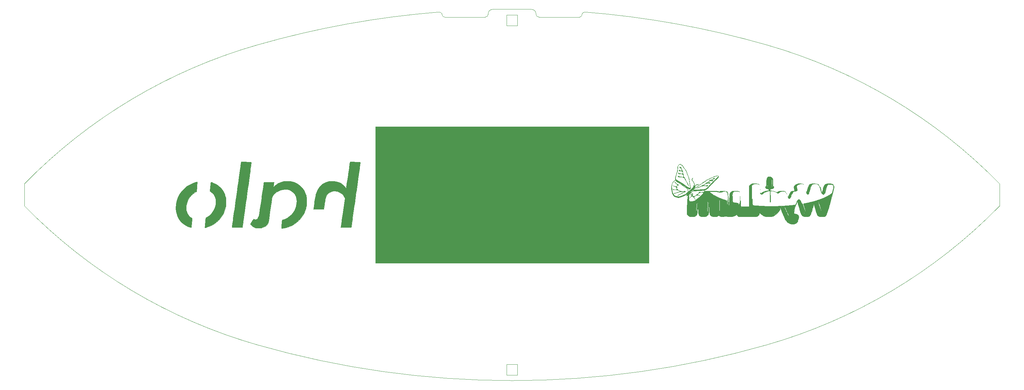
<source format=gbo>
%TF.GenerationSoftware,KiCad,Pcbnew,5.1.7-a382d34a8~87~ubuntu20.04.1*%
%TF.CreationDate,2020-11-05T16:16:56+05:30*%
%TF.ProjectId,halo,68616c6f-2e6b-4696-9361-645f70636258,v1*%
%TF.SameCoordinates,Original*%
%TF.FileFunction,Legend,Bot*%
%TF.FilePolarity,Positive*%
%FSLAX46Y46*%
G04 Gerber Fmt 4.6, Leading zero omitted, Abs format (unit mm)*
G04 Created by KiCad (PCBNEW 5.1.7-a382d34a8~87~ubuntu20.04.1) date 2020-11-05 16:16:56*
%MOMM*%
%LPD*%
G01*
G04 APERTURE LIST*
%TA.AperFunction,Profile*%
%ADD10C,0.050000*%
%TD*%
%ADD11C,0.100000*%
%ADD12C,0.010000*%
%ADD13C,0.650000*%
%ADD14C,1.600000*%
%ADD15C,1.800000*%
%ADD16C,6.400000*%
%ADD17C,0.800000*%
%ADD18C,3.175000*%
G04 APERTURE END LIST*
D10*
X73431896Y-62496118D02*
G75*
G02*
X120707642Y-53928265I66269656J-230949950D01*
G01*
X121541768Y-54762400D02*
G75*
G03*
X120707642Y-53928265I-834135J0D01*
G01*
X132715000Y-55245000D02*
G75*
G03*
X133477000Y-54483000I0J762000D01*
G01*
X132715000Y-55245000D02*
X122157808Y-55243390D01*
X134620000Y-53233692D02*
G75*
G03*
X133477000Y-54376692I0J-1143000D01*
G01*
X121541768Y-54762400D02*
G75*
G03*
X122157808Y-55243390I616040J154010D01*
G01*
X133477000Y-54483000D02*
X133477000Y-54376692D01*
X139700000Y-53180000D02*
G75*
G03*
X134620000Y-53233692I0J-240347211D01*
G01*
X145923000Y-54483000D02*
X145923000Y-54376692D01*
X157858232Y-54762400D02*
G75*
G02*
X158692358Y-53928265I834135J0D01*
G01*
X158692358Y-53928264D02*
G75*
G02*
X205969205Y-62493874I-18992358J-239578255D01*
G01*
X144780000Y-53233692D02*
G75*
G02*
X145923000Y-54376692I0J-1143000D01*
G01*
X139700000Y-53180000D02*
G75*
G02*
X144780000Y-53233692I0J-240347211D01*
G01*
X146685000Y-55245000D02*
G75*
G02*
X145923000Y-54483000I0J762000D01*
G01*
X157858232Y-54762400D02*
G75*
G02*
X157242192Y-55243390I-616040J154010D01*
G01*
X146685000Y-55245000D02*
X157242192Y-55243390D01*
D11*
G36*
X175260000Y-119380000D02*
G01*
X104140000Y-119380000D01*
X104140000Y-83820000D01*
X175260000Y-83820000D01*
X175260000Y-119380000D01*
G37*
X175260000Y-119380000D02*
X104140000Y-119380000D01*
X104140000Y-83820000D01*
X175260000Y-83820000D01*
X175260000Y-119380000D01*
D10*
X205969205Y-62493874D02*
G75*
G02*
X266571000Y-98721000I-37916205J-132229126D01*
G01*
X266571000Y-98721000D02*
X266571000Y-104479000D01*
X266571256Y-104479861D02*
G75*
G02*
X205969000Y-140707000I-98518256J96002861D01*
G01*
X205968733Y-140706537D02*
G75*
G02*
X139700000Y-150020000I-66268733J231106537D01*
G01*
X12828744Y-98720139D02*
G75*
G02*
X73431000Y-62493000I98518256J-96002861D01*
G01*
X139699871Y-150020519D02*
G75*
G02*
X73431000Y-140707000I129J240420519D01*
G01*
X12829000Y-98721000D02*
X12829000Y-104479000D01*
X73430795Y-140706126D02*
G75*
G02*
X12829000Y-104479000I37916205J132229126D01*
G01*
X89831000Y-134459000D02*
G75*
G03*
X89831000Y-134459000I-1717000J0D01*
G01*
X26734000Y-111075000D02*
G75*
G03*
X26734000Y-111075000I-1717000J0D01*
G01*
X141091000Y-145758000D02*
X138309000Y-145758000D01*
X138309000Y-145758000D02*
X138309000Y-148540000D01*
X138309000Y-148540000D02*
X141091000Y-148540000D01*
X141091000Y-148540000D02*
X141091000Y-145758000D01*
X193002000Y-134459000D02*
G75*
G03*
X193002000Y-134459000I-1716000J0D01*
G01*
X256100000Y-111075000D02*
G75*
G03*
X256100000Y-111075000I-1717000J0D01*
G01*
X26734000Y-92125000D02*
G75*
G03*
X26734000Y-92125000I-1717000J0D01*
G01*
X89831000Y-68741000D02*
G75*
G03*
X89831000Y-68741000I-1717000J0D01*
G01*
X256100000Y-92125000D02*
G75*
G03*
X256100000Y-92125000I-1717000J0D01*
G01*
X193002000Y-68741000D02*
G75*
G03*
X193002000Y-68741000I-1716000J0D01*
G01*
X141091000Y-54660000D02*
X138309000Y-54660000D01*
X138309000Y-54660000D02*
X138309000Y-57442000D01*
X138309000Y-57442000D02*
X141091000Y-57442000D01*
X141091000Y-57442000D02*
X141091000Y-54660000D01*
D12*
%TO.C,G1*%
G36*
X69196222Y-92929322D02*
G01*
X69189419Y-92971944D01*
X69171492Y-93094449D01*
X69143001Y-93292863D01*
X69104504Y-93563214D01*
X69056560Y-93901527D01*
X68999727Y-94303828D01*
X68934564Y-94766145D01*
X68861628Y-95284503D01*
X68781480Y-95854928D01*
X68694676Y-96473447D01*
X68601777Y-97136087D01*
X68503339Y-97838873D01*
X68399923Y-98577832D01*
X68292086Y-99348991D01*
X68180387Y-100148375D01*
X68065384Y-100972011D01*
X68013192Y-101346000D01*
X67896641Y-102181127D01*
X67783027Y-102994877D01*
X67672917Y-103783199D01*
X67566879Y-104542040D01*
X67465480Y-105267347D01*
X67369289Y-105955069D01*
X67278872Y-106601154D01*
X67194798Y-107201550D01*
X67117634Y-107752204D01*
X67047948Y-108249065D01*
X66986308Y-108688080D01*
X66933282Y-109065198D01*
X66889436Y-109376365D01*
X66855339Y-109617531D01*
X66831559Y-109784642D01*
X66818663Y-109873648D01*
X66816631Y-109886750D01*
X66792578Y-110024333D01*
X69506146Y-110024333D01*
X69532713Y-109844417D01*
X69570188Y-109587963D01*
X69616546Y-109266224D01*
X69671123Y-108884004D01*
X69733257Y-108446107D01*
X69802283Y-107957339D01*
X69877538Y-107422503D01*
X69958358Y-106846404D01*
X70044081Y-106233846D01*
X70134042Y-105589634D01*
X70227578Y-104918573D01*
X70324027Y-104225466D01*
X70422723Y-103515118D01*
X70523004Y-102792334D01*
X70624206Y-102061918D01*
X70725666Y-101328674D01*
X70826720Y-100597408D01*
X70926705Y-99872923D01*
X71024958Y-99160023D01*
X71120814Y-98463514D01*
X71213611Y-97788200D01*
X71302684Y-97138885D01*
X71387371Y-96520374D01*
X71467008Y-95937471D01*
X71540932Y-95394980D01*
X71608478Y-94897706D01*
X71668984Y-94450454D01*
X71721786Y-94058028D01*
X71766220Y-93725232D01*
X71801624Y-93456871D01*
X71827333Y-93257749D01*
X71842685Y-93132671D01*
X71847015Y-93086441D01*
X71846946Y-93086297D01*
X71800439Y-93078405D01*
X71682262Y-93067088D01*
X71504859Y-93053082D01*
X71280671Y-93037125D01*
X71022144Y-93019952D01*
X70741718Y-93002302D01*
X70451839Y-92984911D01*
X70164948Y-92968516D01*
X69893488Y-92953854D01*
X69649904Y-92941661D01*
X69446637Y-92932675D01*
X69296131Y-92927632D01*
X69210829Y-92927270D01*
X69196222Y-92929322D01*
G37*
X69196222Y-92929322D02*
X69189419Y-92971944D01*
X69171492Y-93094449D01*
X69143001Y-93292863D01*
X69104504Y-93563214D01*
X69056560Y-93901527D01*
X68999727Y-94303828D01*
X68934564Y-94766145D01*
X68861628Y-95284503D01*
X68781480Y-95854928D01*
X68694676Y-96473447D01*
X68601777Y-97136087D01*
X68503339Y-97838873D01*
X68399923Y-98577832D01*
X68292086Y-99348991D01*
X68180387Y-100148375D01*
X68065384Y-100972011D01*
X68013192Y-101346000D01*
X67896641Y-102181127D01*
X67783027Y-102994877D01*
X67672917Y-103783199D01*
X67566879Y-104542040D01*
X67465480Y-105267347D01*
X67369289Y-105955069D01*
X67278872Y-106601154D01*
X67194798Y-107201550D01*
X67117634Y-107752204D01*
X67047948Y-108249065D01*
X66986308Y-108688080D01*
X66933282Y-109065198D01*
X66889436Y-109376365D01*
X66855339Y-109617531D01*
X66831559Y-109784642D01*
X66818663Y-109873648D01*
X66816631Y-109886750D01*
X66792578Y-110024333D01*
X69506146Y-110024333D01*
X69532713Y-109844417D01*
X69570188Y-109587963D01*
X69616546Y-109266224D01*
X69671123Y-108884004D01*
X69733257Y-108446107D01*
X69802283Y-107957339D01*
X69877538Y-107422503D01*
X69958358Y-106846404D01*
X70044081Y-106233846D01*
X70134042Y-105589634D01*
X70227578Y-104918573D01*
X70324027Y-104225466D01*
X70422723Y-103515118D01*
X70523004Y-102792334D01*
X70624206Y-102061918D01*
X70725666Y-101328674D01*
X70826720Y-100597408D01*
X70926705Y-99872923D01*
X71024958Y-99160023D01*
X71120814Y-98463514D01*
X71213611Y-97788200D01*
X71302684Y-97138885D01*
X71387371Y-96520374D01*
X71467008Y-95937471D01*
X71540932Y-95394980D01*
X71608478Y-94897706D01*
X71668984Y-94450454D01*
X71721786Y-94058028D01*
X71766220Y-93725232D01*
X71801624Y-93456871D01*
X71827333Y-93257749D01*
X71842685Y-93132671D01*
X71847015Y-93086441D01*
X71846946Y-93086297D01*
X71800439Y-93078405D01*
X71682262Y-93067088D01*
X71504859Y-93053082D01*
X71280671Y-93037125D01*
X71022144Y-93019952D01*
X70741718Y-93002302D01*
X70451839Y-92984911D01*
X70164948Y-92968516D01*
X69893488Y-92953854D01*
X69649904Y-92941661D01*
X69446637Y-92932675D01*
X69296131Y-92927632D01*
X69210829Y-92927270D01*
X69196222Y-92929322D01*
G36*
X97558841Y-92947385D02*
G01*
X97536034Y-92951893D01*
X97525705Y-92997978D01*
X97504288Y-93121586D01*
X97472737Y-93316436D01*
X97432008Y-93576246D01*
X97383056Y-93894733D01*
X97326835Y-94265616D01*
X97264302Y-94682612D01*
X97196411Y-95139439D01*
X97124118Y-95629816D01*
X97048378Y-96147460D01*
X97009568Y-96414167D01*
X96932773Y-96942332D01*
X96859401Y-97445861D01*
X96790368Y-97918531D01*
X96726592Y-98354122D01*
X96668987Y-98746412D01*
X96618470Y-99089180D01*
X96575956Y-99376203D01*
X96542362Y-99601261D01*
X96518604Y-99758133D01*
X96505598Y-99840596D01*
X96503402Y-99851995D01*
X96476080Y-99824844D01*
X96409900Y-99744752D01*
X96316872Y-99626461D01*
X96270427Y-99565977D01*
X95899751Y-99148446D01*
X95472707Y-98789334D01*
X94997205Y-98491953D01*
X94481156Y-98259613D01*
X93932471Y-98095627D01*
X93359059Y-98003307D01*
X92768832Y-97985964D01*
X92531384Y-98000622D01*
X92306355Y-98024583D01*
X92076226Y-98056032D01*
X91876847Y-98089806D01*
X91800025Y-98105922D01*
X91260304Y-98273735D01*
X90754398Y-98517073D01*
X90286936Y-98831986D01*
X89862546Y-99214522D01*
X89485857Y-99660730D01*
X89161497Y-100166659D01*
X88990733Y-100504172D01*
X88894796Y-100720060D01*
X88810671Y-100927697D01*
X88736044Y-101137055D01*
X88668598Y-101358111D01*
X88606019Y-101600839D01*
X88545991Y-101875214D01*
X88486199Y-102191210D01*
X88424328Y-102558802D01*
X88358061Y-102987966D01*
X88285085Y-103488675D01*
X88264699Y-103632000D01*
X88214828Y-103982529D01*
X88167926Y-104309368D01*
X88125486Y-104602335D01*
X88088998Y-104851246D01*
X88059955Y-105045920D01*
X88039848Y-105176175D01*
X88030586Y-105230083D01*
X88009387Y-105325333D01*
X90676387Y-105325333D01*
X90697263Y-105230083D01*
X90708220Y-105165813D01*
X90729419Y-105028628D01*
X90759247Y-104829450D01*
X90796090Y-104579196D01*
X90838336Y-104288785D01*
X90884370Y-103969136D01*
X90908365Y-103801333D01*
X90958338Y-103462002D01*
X91008925Y-103138485D01*
X91057936Y-102843361D01*
X91103181Y-102589210D01*
X91142467Y-102388610D01*
X91173606Y-102254140D01*
X91183596Y-102220792D01*
X91370765Y-101796232D01*
X91619419Y-101427613D01*
X91926223Y-101118412D01*
X92287837Y-100872109D01*
X92624696Y-100718861D01*
X92942737Y-100634395D01*
X93304649Y-100592107D01*
X93680245Y-100593134D01*
X94039343Y-100638610D01*
X94141970Y-100661753D01*
X94619185Y-100822218D01*
X95045571Y-101049825D01*
X95422246Y-101345490D01*
X95750328Y-101710129D01*
X96030934Y-102144656D01*
X96090012Y-102256819D01*
X96219008Y-102511472D01*
X95694401Y-106130319D01*
X95615120Y-106676792D01*
X95538899Y-107201352D01*
X95466668Y-107697655D01*
X95399354Y-108159355D01*
X95337888Y-108580108D01*
X95283197Y-108953568D01*
X95236210Y-109273390D01*
X95197858Y-109533229D01*
X95169068Y-109726739D01*
X95150769Y-109847575D01*
X95144479Y-109886750D01*
X95119164Y-110024333D01*
X97825607Y-110024333D01*
X97849610Y-109907917D01*
X97857390Y-109856934D01*
X97876144Y-109727272D01*
X97905193Y-109523788D01*
X97943856Y-109251340D01*
X97991452Y-108914787D01*
X98047304Y-108518985D01*
X98110729Y-108068794D01*
X98181049Y-107569070D01*
X98257583Y-107024671D01*
X98339652Y-106440457D01*
X98426575Y-105821283D01*
X98517673Y-105172009D01*
X98612265Y-104497492D01*
X98709672Y-103802590D01*
X98809214Y-103092161D01*
X98910211Y-102371062D01*
X99011983Y-101644153D01*
X99113849Y-100916290D01*
X99215131Y-100192331D01*
X99315147Y-99477135D01*
X99413219Y-98775559D01*
X99508666Y-98092460D01*
X99600808Y-97432698D01*
X99688965Y-96801130D01*
X99772458Y-96202614D01*
X99850606Y-95642007D01*
X99922729Y-95124167D01*
X99988148Y-94653953D01*
X100046182Y-94236222D01*
X100096152Y-93875833D01*
X100137378Y-93577642D01*
X100169179Y-93346508D01*
X100190876Y-93187289D01*
X100201789Y-93104843D01*
X100203000Y-93094056D01*
X100162748Y-93083530D01*
X100050192Y-93070474D01*
X99877636Y-93055543D01*
X99657384Y-93039392D01*
X99401738Y-93022678D01*
X99123004Y-93006057D01*
X98833483Y-92990184D01*
X98545479Y-92975715D01*
X98271296Y-92963305D01*
X98023238Y-92953612D01*
X97813607Y-92947290D01*
X97654706Y-92944996D01*
X97558841Y-92947385D01*
G37*
X97558841Y-92947385D02*
X97536034Y-92951893D01*
X97525705Y-92997978D01*
X97504288Y-93121586D01*
X97472737Y-93316436D01*
X97432008Y-93576246D01*
X97383056Y-93894733D01*
X97326835Y-94265616D01*
X97264302Y-94682612D01*
X97196411Y-95139439D01*
X97124118Y-95629816D01*
X97048378Y-96147460D01*
X97009568Y-96414167D01*
X96932773Y-96942332D01*
X96859401Y-97445861D01*
X96790368Y-97918531D01*
X96726592Y-98354122D01*
X96668987Y-98746412D01*
X96618470Y-99089180D01*
X96575956Y-99376203D01*
X96542362Y-99601261D01*
X96518604Y-99758133D01*
X96505598Y-99840596D01*
X96503402Y-99851995D01*
X96476080Y-99824844D01*
X96409900Y-99744752D01*
X96316872Y-99626461D01*
X96270427Y-99565977D01*
X95899751Y-99148446D01*
X95472707Y-98789334D01*
X94997205Y-98491953D01*
X94481156Y-98259613D01*
X93932471Y-98095627D01*
X93359059Y-98003307D01*
X92768832Y-97985964D01*
X92531384Y-98000622D01*
X92306355Y-98024583D01*
X92076226Y-98056032D01*
X91876847Y-98089806D01*
X91800025Y-98105922D01*
X91260304Y-98273735D01*
X90754398Y-98517073D01*
X90286936Y-98831986D01*
X89862546Y-99214522D01*
X89485857Y-99660730D01*
X89161497Y-100166659D01*
X88990733Y-100504172D01*
X88894796Y-100720060D01*
X88810671Y-100927697D01*
X88736044Y-101137055D01*
X88668598Y-101358111D01*
X88606019Y-101600839D01*
X88545991Y-101875214D01*
X88486199Y-102191210D01*
X88424328Y-102558802D01*
X88358061Y-102987966D01*
X88285085Y-103488675D01*
X88264699Y-103632000D01*
X88214828Y-103982529D01*
X88167926Y-104309368D01*
X88125486Y-104602335D01*
X88088998Y-104851246D01*
X88059955Y-105045920D01*
X88039848Y-105176175D01*
X88030586Y-105230083D01*
X88009387Y-105325333D01*
X90676387Y-105325333D01*
X90697263Y-105230083D01*
X90708220Y-105165813D01*
X90729419Y-105028628D01*
X90759247Y-104829450D01*
X90796090Y-104579196D01*
X90838336Y-104288785D01*
X90884370Y-103969136D01*
X90908365Y-103801333D01*
X90958338Y-103462002D01*
X91008925Y-103138485D01*
X91057936Y-102843361D01*
X91103181Y-102589210D01*
X91142467Y-102388610D01*
X91173606Y-102254140D01*
X91183596Y-102220792D01*
X91370765Y-101796232D01*
X91619419Y-101427613D01*
X91926223Y-101118412D01*
X92287837Y-100872109D01*
X92624696Y-100718861D01*
X92942737Y-100634395D01*
X93304649Y-100592107D01*
X93680245Y-100593134D01*
X94039343Y-100638610D01*
X94141970Y-100661753D01*
X94619185Y-100822218D01*
X95045571Y-101049825D01*
X95422246Y-101345490D01*
X95750328Y-101710129D01*
X96030934Y-102144656D01*
X96090012Y-102256819D01*
X96219008Y-102511472D01*
X95694401Y-106130319D01*
X95615120Y-106676792D01*
X95538899Y-107201352D01*
X95466668Y-107697655D01*
X95399354Y-108159355D01*
X95337888Y-108580108D01*
X95283197Y-108953568D01*
X95236210Y-109273390D01*
X95197858Y-109533229D01*
X95169068Y-109726739D01*
X95150769Y-109847575D01*
X95144479Y-109886750D01*
X95119164Y-110024333D01*
X97825607Y-110024333D01*
X97849610Y-109907917D01*
X97857390Y-109856934D01*
X97876144Y-109727272D01*
X97905193Y-109523788D01*
X97943856Y-109251340D01*
X97991452Y-108914787D01*
X98047304Y-108518985D01*
X98110729Y-108068794D01*
X98181049Y-107569070D01*
X98257583Y-107024671D01*
X98339652Y-106440457D01*
X98426575Y-105821283D01*
X98517673Y-105172009D01*
X98612265Y-104497492D01*
X98709672Y-103802590D01*
X98809214Y-103092161D01*
X98910211Y-102371062D01*
X99011983Y-101644153D01*
X99113849Y-100916290D01*
X99215131Y-100192331D01*
X99315147Y-99477135D01*
X99413219Y-98775559D01*
X99508666Y-98092460D01*
X99600808Y-97432698D01*
X99688965Y-96801130D01*
X99772458Y-96202614D01*
X99850606Y-95642007D01*
X99922729Y-95124167D01*
X99988148Y-94653953D01*
X100046182Y-94236222D01*
X100096152Y-93875833D01*
X100137378Y-93577642D01*
X100169179Y-93346508D01*
X100190876Y-93187289D01*
X100201789Y-93104843D01*
X100203000Y-93094056D01*
X100162748Y-93083530D01*
X100050192Y-93070474D01*
X99877636Y-93055543D01*
X99657384Y-93039392D01*
X99401738Y-93022678D01*
X99123004Y-93006057D01*
X98833483Y-92990184D01*
X98545479Y-92975715D01*
X98271296Y-92963305D01*
X98023238Y-92953612D01*
X97813607Y-92947290D01*
X97654706Y-92944996D01*
X97558841Y-92947385D01*
G36*
X57594784Y-98197939D02*
G01*
X57433124Y-98244335D01*
X57246718Y-98303070D01*
X56509408Y-98580480D01*
X55816029Y-98924275D01*
X55170572Y-99330179D01*
X54577024Y-99793913D01*
X54039376Y-100311201D01*
X53561615Y-100877767D01*
X53147732Y-101489332D01*
X52801714Y-102141619D01*
X52527551Y-102830353D01*
X52329232Y-103551255D01*
X52322457Y-103582954D01*
X52261169Y-103959331D01*
X52221711Y-104387436D01*
X52204972Y-104836959D01*
X52211845Y-105277590D01*
X52243220Y-105679021D01*
X52257636Y-105787899D01*
X52395898Y-106456142D01*
X52605446Y-107082185D01*
X52883516Y-107662630D01*
X53227347Y-108194084D01*
X53634176Y-108673149D01*
X54101242Y-109096430D01*
X54625781Y-109460532D01*
X55205031Y-109762058D01*
X55626000Y-109928656D01*
X55852950Y-110007373D01*
X56012581Y-110059000D01*
X56117486Y-110084424D01*
X56180254Y-110084533D01*
X56213480Y-110060216D01*
X56229753Y-110012359D01*
X56236777Y-109971727D01*
X56247554Y-109884566D01*
X56263493Y-109730091D01*
X56283320Y-109523087D01*
X56305761Y-109278338D01*
X56329542Y-109010631D01*
X56353390Y-108734750D01*
X56376031Y-108465481D01*
X56396192Y-108217609D01*
X56412597Y-108005919D01*
X56423975Y-107845196D01*
X56429050Y-107750225D01*
X56429183Y-107738333D01*
X56412787Y-107670605D01*
X56355452Y-107605163D01*
X56242097Y-107527220D01*
X56171472Y-107485662D01*
X55927270Y-107314209D01*
X55680880Y-107085893D01*
X55454740Y-106824857D01*
X55271284Y-106555245D01*
X55221148Y-106463000D01*
X55040874Y-106016131D01*
X54926036Y-105528802D01*
X54879280Y-105017351D01*
X54903055Y-104499833D01*
X55016765Y-103869065D01*
X55206152Y-103269805D01*
X55467669Y-102707592D01*
X55797769Y-102187962D01*
X56192905Y-101716454D01*
X56649528Y-101298604D01*
X57164092Y-100939952D01*
X57195558Y-100921131D01*
X57558615Y-100705854D01*
X57652868Y-99533677D01*
X57678276Y-99222970D01*
X57702524Y-98936295D01*
X57724541Y-98685566D01*
X57743255Y-98482697D01*
X57757595Y-98339602D01*
X57766489Y-98268197D01*
X57766867Y-98266250D01*
X57771998Y-98212719D01*
X57752705Y-98182946D01*
X57697472Y-98177748D01*
X57594784Y-98197939D01*
G37*
X57594784Y-98197939D02*
X57433124Y-98244335D01*
X57246718Y-98303070D01*
X56509408Y-98580480D01*
X55816029Y-98924275D01*
X55170572Y-99330179D01*
X54577024Y-99793913D01*
X54039376Y-100311201D01*
X53561615Y-100877767D01*
X53147732Y-101489332D01*
X52801714Y-102141619D01*
X52527551Y-102830353D01*
X52329232Y-103551255D01*
X52322457Y-103582954D01*
X52261169Y-103959331D01*
X52221711Y-104387436D01*
X52204972Y-104836959D01*
X52211845Y-105277590D01*
X52243220Y-105679021D01*
X52257636Y-105787899D01*
X52395898Y-106456142D01*
X52605446Y-107082185D01*
X52883516Y-107662630D01*
X53227347Y-108194084D01*
X53634176Y-108673149D01*
X54101242Y-109096430D01*
X54625781Y-109460532D01*
X55205031Y-109762058D01*
X55626000Y-109928656D01*
X55852950Y-110007373D01*
X56012581Y-110059000D01*
X56117486Y-110084424D01*
X56180254Y-110084533D01*
X56213480Y-110060216D01*
X56229753Y-110012359D01*
X56236777Y-109971727D01*
X56247554Y-109884566D01*
X56263493Y-109730091D01*
X56283320Y-109523087D01*
X56305761Y-109278338D01*
X56329542Y-109010631D01*
X56353390Y-108734750D01*
X56376031Y-108465481D01*
X56396192Y-108217609D01*
X56412597Y-108005919D01*
X56423975Y-107845196D01*
X56429050Y-107750225D01*
X56429183Y-107738333D01*
X56412787Y-107670605D01*
X56355452Y-107605163D01*
X56242097Y-107527220D01*
X56171472Y-107485662D01*
X55927270Y-107314209D01*
X55680880Y-107085893D01*
X55454740Y-106824857D01*
X55271284Y-106555245D01*
X55221148Y-106463000D01*
X55040874Y-106016131D01*
X54926036Y-105528802D01*
X54879280Y-105017351D01*
X54903055Y-104499833D01*
X55016765Y-103869065D01*
X55206152Y-103269805D01*
X55467669Y-102707592D01*
X55797769Y-102187962D01*
X56192905Y-101716454D01*
X56649528Y-101298604D01*
X57164092Y-100939952D01*
X57195558Y-100921131D01*
X57558615Y-100705854D01*
X57652868Y-99533677D01*
X57678276Y-99222970D01*
X57702524Y-98936295D01*
X57724541Y-98685566D01*
X57743255Y-98482697D01*
X57757595Y-98339602D01*
X57766489Y-98268197D01*
X57766867Y-98266250D01*
X57771998Y-98212719D01*
X57752705Y-98182946D01*
X57697472Y-98177748D01*
X57594784Y-98197939D01*
G36*
X61326503Y-98247107D02*
G01*
X61299685Y-98271076D01*
X61291386Y-98289193D01*
X61280601Y-98348514D01*
X61264416Y-98478180D01*
X61244115Y-98664135D01*
X61220981Y-98892323D01*
X61196300Y-99148687D01*
X61171355Y-99419170D01*
X61147430Y-99689716D01*
X61125808Y-99946267D01*
X61107775Y-100174769D01*
X61094614Y-100361163D01*
X61087608Y-100491393D01*
X61086807Y-100528820D01*
X61096655Y-100610445D01*
X61136849Y-100678191D01*
X61223774Y-100752579D01*
X61316505Y-100816477D01*
X61665195Y-101096530D01*
X61973898Y-101442925D01*
X62233660Y-101843231D01*
X62435525Y-102285017D01*
X62490695Y-102446667D01*
X62528646Y-102577164D01*
X62555447Y-102698619D01*
X62572879Y-102829863D01*
X62582726Y-102989728D01*
X62586768Y-103197047D01*
X62586822Y-103462667D01*
X62583674Y-103748867D01*
X62575831Y-103970162D01*
X62561485Y-104146261D01*
X62538831Y-104296877D01*
X62506062Y-104441720D01*
X62492436Y-104492644D01*
X62285937Y-105103168D01*
X62017698Y-105666349D01*
X61691516Y-106177196D01*
X61311187Y-106630717D01*
X60880510Y-107021922D01*
X60403281Y-107345819D01*
X60262849Y-107423235D01*
X60091079Y-107520059D01*
X59989001Y-107595265D01*
X59946870Y-107656528D01*
X59944457Y-107673903D01*
X59940753Y-107742108D01*
X59930750Y-107880387D01*
X59915650Y-108074480D01*
X59896653Y-108310127D01*
X59874962Y-108573068D01*
X59851777Y-108849044D01*
X59828299Y-109123793D01*
X59805729Y-109383057D01*
X59785268Y-109612575D01*
X59768118Y-109798088D01*
X59755480Y-109925335D01*
X59752721Y-109950250D01*
X59744469Y-110079366D01*
X59760007Y-110140141D01*
X59783792Y-110149395D01*
X59844035Y-110136734D01*
X59966669Y-110103805D01*
X60133315Y-110055737D01*
X60308522Y-110002919D01*
X61027451Y-109745336D01*
X61688659Y-109430515D01*
X62301285Y-109053162D01*
X62874467Y-108607983D01*
X63151584Y-108355952D01*
X63672804Y-107803775D01*
X64121377Y-107211968D01*
X64499247Y-106577016D01*
X64808357Y-105895404D01*
X65050650Y-105163614D01*
X65159747Y-104722042D01*
X65194225Y-104552457D01*
X65219413Y-104392913D01*
X65236679Y-104224948D01*
X65247393Y-104030096D01*
X65252921Y-103789895D01*
X65254633Y-103485881D01*
X65254647Y-103441500D01*
X65253758Y-103142515D01*
X65250134Y-102910326D01*
X65242221Y-102727072D01*
X65228463Y-102574892D01*
X65207305Y-102435923D01*
X65177193Y-102292304D01*
X65142025Y-102147778D01*
X65078812Y-101916562D01*
X65003729Y-101671642D01*
X64928936Y-101451737D01*
X64896182Y-101365107D01*
X64617411Y-100776059D01*
X64268658Y-100231001D01*
X63854918Y-99734592D01*
X63381186Y-99291490D01*
X62852456Y-98906355D01*
X62273724Y-98583845D01*
X61649985Y-98328620D01*
X61635445Y-98323679D01*
X61476598Y-98271626D01*
X61379546Y-98246696D01*
X61326503Y-98247107D01*
G37*
X61326503Y-98247107D02*
X61299685Y-98271076D01*
X61291386Y-98289193D01*
X61280601Y-98348514D01*
X61264416Y-98478180D01*
X61244115Y-98664135D01*
X61220981Y-98892323D01*
X61196300Y-99148687D01*
X61171355Y-99419170D01*
X61147430Y-99689716D01*
X61125808Y-99946267D01*
X61107775Y-100174769D01*
X61094614Y-100361163D01*
X61087608Y-100491393D01*
X61086807Y-100528820D01*
X61096655Y-100610445D01*
X61136849Y-100678191D01*
X61223774Y-100752579D01*
X61316505Y-100816477D01*
X61665195Y-101096530D01*
X61973898Y-101442925D01*
X62233660Y-101843231D01*
X62435525Y-102285017D01*
X62490695Y-102446667D01*
X62528646Y-102577164D01*
X62555447Y-102698619D01*
X62572879Y-102829863D01*
X62582726Y-102989728D01*
X62586768Y-103197047D01*
X62586822Y-103462667D01*
X62583674Y-103748867D01*
X62575831Y-103970162D01*
X62561485Y-104146261D01*
X62538831Y-104296877D01*
X62506062Y-104441720D01*
X62492436Y-104492644D01*
X62285937Y-105103168D01*
X62017698Y-105666349D01*
X61691516Y-106177196D01*
X61311187Y-106630717D01*
X60880510Y-107021922D01*
X60403281Y-107345819D01*
X60262849Y-107423235D01*
X60091079Y-107520059D01*
X59989001Y-107595265D01*
X59946870Y-107656528D01*
X59944457Y-107673903D01*
X59940753Y-107742108D01*
X59930750Y-107880387D01*
X59915650Y-108074480D01*
X59896653Y-108310127D01*
X59874962Y-108573068D01*
X59851777Y-108849044D01*
X59828299Y-109123793D01*
X59805729Y-109383057D01*
X59785268Y-109612575D01*
X59768118Y-109798088D01*
X59755480Y-109925335D01*
X59752721Y-109950250D01*
X59744469Y-110079366D01*
X59760007Y-110140141D01*
X59783792Y-110149395D01*
X59844035Y-110136734D01*
X59966669Y-110103805D01*
X60133315Y-110055737D01*
X60308522Y-110002919D01*
X61027451Y-109745336D01*
X61688659Y-109430515D01*
X62301285Y-109053162D01*
X62874467Y-108607983D01*
X63151584Y-108355952D01*
X63672804Y-107803775D01*
X64121377Y-107211968D01*
X64499247Y-106577016D01*
X64808357Y-105895404D01*
X65050650Y-105163614D01*
X65159747Y-104722042D01*
X65194225Y-104552457D01*
X65219413Y-104392913D01*
X65236679Y-104224948D01*
X65247393Y-104030096D01*
X65252921Y-103789895D01*
X65254633Y-103485881D01*
X65254647Y-103441500D01*
X65253758Y-103142515D01*
X65250134Y-102910326D01*
X65242221Y-102727072D01*
X65228463Y-102574892D01*
X65207305Y-102435923D01*
X65177193Y-102292304D01*
X65142025Y-102147778D01*
X65078812Y-101916562D01*
X65003729Y-101671642D01*
X64928936Y-101451737D01*
X64896182Y-101365107D01*
X64617411Y-100776059D01*
X64268658Y-100231001D01*
X63854918Y-99734592D01*
X63381186Y-99291490D01*
X62852456Y-98906355D01*
X62273724Y-98583845D01*
X61649985Y-98328620D01*
X61635445Y-98323679D01*
X61476598Y-98271626D01*
X61379546Y-98246696D01*
X61326503Y-98247107D01*
G36*
X80865451Y-97997905D02*
G01*
X80574079Y-98011629D01*
X80337410Y-98037957D01*
X80308204Y-98043007D01*
X79813034Y-98165076D01*
X79319014Y-98345157D01*
X78843230Y-98574165D01*
X78402770Y-98843015D01*
X78014722Y-99142624D01*
X77748532Y-99403866D01*
X77652950Y-99505263D01*
X77583704Y-99569351D01*
X77554816Y-99583251D01*
X77554667Y-99581942D01*
X77560343Y-99528451D01*
X77575924Y-99407379D01*
X77599246Y-99234949D01*
X77628142Y-99027380D01*
X77638672Y-98952946D01*
X77669074Y-98735613D01*
X77694672Y-98546391D01*
X77713262Y-98402044D01*
X77722641Y-98319333D01*
X77723338Y-98308583D01*
X77705558Y-98293076D01*
X77647063Y-98280695D01*
X77540769Y-98271156D01*
X77379591Y-98264172D01*
X77156443Y-98259458D01*
X76864240Y-98256727D01*
X76495896Y-98255694D01*
X76411667Y-98255667D01*
X76032523Y-98256945D01*
X75710056Y-98260666D01*
X75449885Y-98266656D01*
X75257631Y-98274740D01*
X75138915Y-98284745D01*
X75099334Y-98296217D01*
X75093270Y-98355552D01*
X75075752Y-98491704D01*
X75047794Y-98697749D01*
X75010406Y-98966760D01*
X74964602Y-99291812D01*
X74911394Y-99665977D01*
X74851793Y-100082331D01*
X74786813Y-100533948D01*
X74717465Y-101013901D01*
X74644761Y-101515264D01*
X74569715Y-102031112D01*
X74493337Y-102554519D01*
X74416641Y-103078559D01*
X74340639Y-103596305D01*
X74266342Y-104100832D01*
X74194763Y-104585214D01*
X74126915Y-105042525D01*
X74063809Y-105465840D01*
X74006458Y-105848231D01*
X73955874Y-106182774D01*
X73913070Y-106462541D01*
X73879057Y-106680608D01*
X73854848Y-106830049D01*
X73841455Y-106903937D01*
X73841015Y-106905825D01*
X73752270Y-107194571D01*
X73634547Y-107459282D01*
X73498377Y-107679893D01*
X73354291Y-107836335D01*
X73351509Y-107838585D01*
X73240615Y-107915270D01*
X73126602Y-107958642D01*
X72973926Y-107980681D01*
X72917680Y-107984770D01*
X72735912Y-107988121D01*
X72612202Y-107968124D01*
X72539744Y-107933759D01*
X72459710Y-107884849D01*
X72417496Y-107865333D01*
X72390528Y-107899455D01*
X72326378Y-107994296D01*
X72232399Y-108138570D01*
X72115948Y-108320991D01*
X71989537Y-108522012D01*
X71579394Y-109178690D01*
X71669099Y-109323835D01*
X71866250Y-109571507D01*
X72131698Y-109796840D01*
X72449918Y-109989418D01*
X72805384Y-110138822D01*
X72949238Y-110182723D01*
X73205830Y-110231629D01*
X73513675Y-110257426D01*
X73844497Y-110260530D01*
X74170015Y-110241355D01*
X74461952Y-110200315D01*
X74633667Y-110158028D01*
X75064770Y-109990368D01*
X75447609Y-109774327D01*
X75773514Y-109516579D01*
X76033814Y-109223798D01*
X76195259Y-108956009D01*
X76219666Y-108902871D01*
X76242470Y-108845158D01*
X76264672Y-108776849D01*
X76287270Y-108691928D01*
X76311267Y-108584374D01*
X76337663Y-108448170D01*
X76367457Y-108277297D01*
X76401652Y-108065736D01*
X76441246Y-107807469D01*
X76487242Y-107496477D01*
X76540638Y-107126741D01*
X76602437Y-106692244D01*
X76673638Y-106186965D01*
X76755241Y-105604888D01*
X76770668Y-105494667D01*
X76842867Y-104980553D01*
X76912520Y-104488089D01*
X76978630Y-104024118D01*
X77040198Y-103595485D01*
X77096226Y-103209034D01*
X77145716Y-102871609D01*
X77187669Y-102590055D01*
X77221088Y-102371217D01*
X77244974Y-102221938D01*
X77258328Y-102149064D01*
X77258980Y-102146483D01*
X77319692Y-102007000D01*
X77430960Y-101829690D01*
X77579385Y-101632210D01*
X77751572Y-101432217D01*
X77934124Y-101247371D01*
X77957563Y-101225699D01*
X78422817Y-100853252D01*
X78916196Y-100560661D01*
X79437762Y-100347901D01*
X79987581Y-100214947D01*
X80565717Y-100161774D01*
X80664824Y-100160666D01*
X81158261Y-100186629D01*
X81595129Y-100267425D01*
X81986837Y-100407416D01*
X82344794Y-100610964D01*
X82680411Y-100882430D01*
X82763881Y-100963136D01*
X83076837Y-101334687D01*
X83322497Y-101754646D01*
X83499417Y-102218206D01*
X83606155Y-102720561D01*
X83641266Y-103256905D01*
X83608890Y-103777726D01*
X83492676Y-104438194D01*
X83306286Y-105054612D01*
X83046396Y-105634880D01*
X82709685Y-106186901D01*
X82451439Y-106530131D01*
X82078048Y-106934993D01*
X81655664Y-107293177D01*
X81198458Y-107595353D01*
X80720601Y-107832194D01*
X80236264Y-107994369D01*
X80221667Y-107998011D01*
X80058452Y-108039561D01*
X79929585Y-108074704D01*
X79854922Y-108097924D01*
X79844531Y-108102770D01*
X79836339Y-108147435D01*
X79823057Y-108262326D01*
X79805891Y-108433237D01*
X79786047Y-108645963D01*
X79764730Y-108886296D01*
X79743147Y-109140030D01*
X79722503Y-109392961D01*
X79704005Y-109630880D01*
X79688858Y-109839584D01*
X79678269Y-110004864D01*
X79673443Y-110112516D01*
X79673323Y-110119583D01*
X79671334Y-110278333D01*
X79872417Y-110274233D01*
X80009980Y-110265534D01*
X80196245Y-110246087D01*
X80396498Y-110219652D01*
X80447385Y-110211972D01*
X81146623Y-110061056D01*
X81824732Y-109831859D01*
X82476025Y-109529348D01*
X83094816Y-109158490D01*
X83675417Y-108724250D01*
X84212144Y-108231595D01*
X84699309Y-107685490D01*
X85131227Y-107090903D01*
X85502210Y-106452798D01*
X85806573Y-105776142D01*
X85933333Y-105420812D01*
X86051421Y-105029762D01*
X86138667Y-104666018D01*
X86198697Y-104304997D01*
X86235141Y-103922117D01*
X86251624Y-103492796D01*
X86253515Y-103251000D01*
X86249814Y-102874761D01*
X86236765Y-102561825D01*
X86211299Y-102291060D01*
X86170349Y-102041335D01*
X86110846Y-101791519D01*
X86029722Y-101520480D01*
X85980727Y-101372274D01*
X85733649Y-100767954D01*
X85419675Y-100213250D01*
X85042886Y-99711619D01*
X84607362Y-99266516D01*
X84117186Y-98881400D01*
X83576437Y-98559727D01*
X82989198Y-98304954D01*
X82359548Y-98120537D01*
X82074108Y-98063265D01*
X81815855Y-98029464D01*
X81511532Y-98007111D01*
X81186333Y-97996495D01*
X80865451Y-97997905D01*
G37*
X80865451Y-97997905D02*
X80574079Y-98011629D01*
X80337410Y-98037957D01*
X80308204Y-98043007D01*
X79813034Y-98165076D01*
X79319014Y-98345157D01*
X78843230Y-98574165D01*
X78402770Y-98843015D01*
X78014722Y-99142624D01*
X77748532Y-99403866D01*
X77652950Y-99505263D01*
X77583704Y-99569351D01*
X77554816Y-99583251D01*
X77554667Y-99581942D01*
X77560343Y-99528451D01*
X77575924Y-99407379D01*
X77599246Y-99234949D01*
X77628142Y-99027380D01*
X77638672Y-98952946D01*
X77669074Y-98735613D01*
X77694672Y-98546391D01*
X77713262Y-98402044D01*
X77722641Y-98319333D01*
X77723338Y-98308583D01*
X77705558Y-98293076D01*
X77647063Y-98280695D01*
X77540769Y-98271156D01*
X77379591Y-98264172D01*
X77156443Y-98259458D01*
X76864240Y-98256727D01*
X76495896Y-98255694D01*
X76411667Y-98255667D01*
X76032523Y-98256945D01*
X75710056Y-98260666D01*
X75449885Y-98266656D01*
X75257631Y-98274740D01*
X75138915Y-98284745D01*
X75099334Y-98296217D01*
X75093270Y-98355552D01*
X75075752Y-98491704D01*
X75047794Y-98697749D01*
X75010406Y-98966760D01*
X74964602Y-99291812D01*
X74911394Y-99665977D01*
X74851793Y-100082331D01*
X74786813Y-100533948D01*
X74717465Y-101013901D01*
X74644761Y-101515264D01*
X74569715Y-102031112D01*
X74493337Y-102554519D01*
X74416641Y-103078559D01*
X74340639Y-103596305D01*
X74266342Y-104100832D01*
X74194763Y-104585214D01*
X74126915Y-105042525D01*
X74063809Y-105465840D01*
X74006458Y-105848231D01*
X73955874Y-106182774D01*
X73913070Y-106462541D01*
X73879057Y-106680608D01*
X73854848Y-106830049D01*
X73841455Y-106903937D01*
X73841015Y-106905825D01*
X73752270Y-107194571D01*
X73634547Y-107459282D01*
X73498377Y-107679893D01*
X73354291Y-107836335D01*
X73351509Y-107838585D01*
X73240615Y-107915270D01*
X73126602Y-107958642D01*
X72973926Y-107980681D01*
X72917680Y-107984770D01*
X72735912Y-107988121D01*
X72612202Y-107968124D01*
X72539744Y-107933759D01*
X72459710Y-107884849D01*
X72417496Y-107865333D01*
X72390528Y-107899455D01*
X72326378Y-107994296D01*
X72232399Y-108138570D01*
X72115948Y-108320991D01*
X71989537Y-108522012D01*
X71579394Y-109178690D01*
X71669099Y-109323835D01*
X71866250Y-109571507D01*
X72131698Y-109796840D01*
X72449918Y-109989418D01*
X72805384Y-110138822D01*
X72949238Y-110182723D01*
X73205830Y-110231629D01*
X73513675Y-110257426D01*
X73844497Y-110260530D01*
X74170015Y-110241355D01*
X74461952Y-110200315D01*
X74633667Y-110158028D01*
X75064770Y-109990368D01*
X75447609Y-109774327D01*
X75773514Y-109516579D01*
X76033814Y-109223798D01*
X76195259Y-108956009D01*
X76219666Y-108902871D01*
X76242470Y-108845158D01*
X76264672Y-108776849D01*
X76287270Y-108691928D01*
X76311267Y-108584374D01*
X76337663Y-108448170D01*
X76367457Y-108277297D01*
X76401652Y-108065736D01*
X76441246Y-107807469D01*
X76487242Y-107496477D01*
X76540638Y-107126741D01*
X76602437Y-106692244D01*
X76673638Y-106186965D01*
X76755241Y-105604888D01*
X76770668Y-105494667D01*
X76842867Y-104980553D01*
X76912520Y-104488089D01*
X76978630Y-104024118D01*
X77040198Y-103595485D01*
X77096226Y-103209034D01*
X77145716Y-102871609D01*
X77187669Y-102590055D01*
X77221088Y-102371217D01*
X77244974Y-102221938D01*
X77258328Y-102149064D01*
X77258980Y-102146483D01*
X77319692Y-102007000D01*
X77430960Y-101829690D01*
X77579385Y-101632210D01*
X77751572Y-101432217D01*
X77934124Y-101247371D01*
X77957563Y-101225699D01*
X78422817Y-100853252D01*
X78916196Y-100560661D01*
X79437762Y-100347901D01*
X79987581Y-100214947D01*
X80565717Y-100161774D01*
X80664824Y-100160666D01*
X81158261Y-100186629D01*
X81595129Y-100267425D01*
X81986837Y-100407416D01*
X82344794Y-100610964D01*
X82680411Y-100882430D01*
X82763881Y-100963136D01*
X83076837Y-101334687D01*
X83322497Y-101754646D01*
X83499417Y-102218206D01*
X83606155Y-102720561D01*
X83641266Y-103256905D01*
X83608890Y-103777726D01*
X83492676Y-104438194D01*
X83306286Y-105054612D01*
X83046396Y-105634880D01*
X82709685Y-106186901D01*
X82451439Y-106530131D01*
X82078048Y-106934993D01*
X81655664Y-107293177D01*
X81198458Y-107595353D01*
X80720601Y-107832194D01*
X80236264Y-107994369D01*
X80221667Y-107998011D01*
X80058452Y-108039561D01*
X79929585Y-108074704D01*
X79854922Y-108097924D01*
X79844531Y-108102770D01*
X79836339Y-108147435D01*
X79823057Y-108262326D01*
X79805891Y-108433237D01*
X79786047Y-108645963D01*
X79764730Y-108886296D01*
X79743147Y-109140030D01*
X79722503Y-109392961D01*
X79704005Y-109630880D01*
X79688858Y-109839584D01*
X79678269Y-110004864D01*
X79673443Y-110112516D01*
X79673323Y-110119583D01*
X79671334Y-110278333D01*
X79872417Y-110274233D01*
X80009980Y-110265534D01*
X80196245Y-110246087D01*
X80396498Y-110219652D01*
X80447385Y-110211972D01*
X81146623Y-110061056D01*
X81824732Y-109831859D01*
X82476025Y-109529348D01*
X83094816Y-109158490D01*
X83675417Y-108724250D01*
X84212144Y-108231595D01*
X84699309Y-107685490D01*
X85131227Y-107090903D01*
X85502210Y-106452798D01*
X85806573Y-105776142D01*
X85933333Y-105420812D01*
X86051421Y-105029762D01*
X86138667Y-104666018D01*
X86198697Y-104304997D01*
X86235141Y-103922117D01*
X86251624Y-103492796D01*
X86253515Y-103251000D01*
X86249814Y-102874761D01*
X86236765Y-102561825D01*
X86211299Y-102291060D01*
X86170349Y-102041335D01*
X86110846Y-101791519D01*
X86029722Y-101520480D01*
X85980727Y-101372274D01*
X85733649Y-100767954D01*
X85419675Y-100213250D01*
X85042886Y-99711619D01*
X84607362Y-99266516D01*
X84117186Y-98881400D01*
X83576437Y-98559727D01*
X82989198Y-98304954D01*
X82359548Y-98120537D01*
X82074108Y-98063265D01*
X81815855Y-98029464D01*
X81511532Y-98007111D01*
X81186333Y-97996495D01*
X80865451Y-97997905D01*
%TO.C,G4*%
G36*
X192089367Y-97225232D02*
G01*
X192014250Y-97262306D01*
X191971690Y-97312446D01*
X191967556Y-97334702D01*
X191959280Y-97367996D01*
X191929840Y-97403745D01*
X191872318Y-97446884D01*
X191779795Y-97502345D01*
X191645354Y-97575061D01*
X191589600Y-97604210D01*
X191458976Y-97665150D01*
X191352276Y-97696817D01*
X191256133Y-97705333D01*
X191162363Y-97711143D01*
X191085202Y-97725840D01*
X191062589Y-97734548D01*
X191023467Y-97779449D01*
X191008005Y-97843451D01*
X191020020Y-97900268D01*
X191036100Y-97916924D01*
X191030123Y-97940618D01*
X190985619Y-97986655D01*
X190912335Y-98048122D01*
X190820015Y-98118104D01*
X190718403Y-98189690D01*
X190617244Y-98255966D01*
X190526284Y-98310019D01*
X190455267Y-98344935D01*
X190419369Y-98354444D01*
X190290189Y-98371722D01*
X190192889Y-98420142D01*
X190137685Y-98494584D01*
X190137248Y-98495819D01*
X190094832Y-98562094D01*
X190020646Y-98631893D01*
X189987035Y-98655785D01*
X189914844Y-98703537D01*
X189864166Y-98738804D01*
X189850889Y-98749291D01*
X189822495Y-98770524D01*
X189758725Y-98814940D01*
X189671217Y-98874484D01*
X189631185Y-98901395D01*
X189501835Y-98981408D01*
X189399752Y-99027944D01*
X189311777Y-99046917D01*
X189306630Y-99047310D01*
X189172978Y-99066537D01*
X189080675Y-99101456D01*
X189035812Y-99149370D01*
X189032445Y-99168715D01*
X189011509Y-99212292D01*
X188944581Y-99257635D01*
X188884278Y-99285803D01*
X188776393Y-99332296D01*
X188668640Y-99379217D01*
X188623222Y-99399202D01*
X188552220Y-99429741D01*
X188444031Y-99475202D01*
X188313766Y-99529277D01*
X188185778Y-99581878D01*
X188005099Y-99655910D01*
X187870132Y-99711787D01*
X187774270Y-99752537D01*
X187710907Y-99781184D01*
X187673434Y-99800754D01*
X187655243Y-99814273D01*
X187649729Y-99824767D01*
X187649556Y-99827431D01*
X187668644Y-99847578D01*
X187723188Y-99827738D01*
X187734222Y-99821302D01*
X187783557Y-99796189D01*
X187863473Y-99759938D01*
X187917667Y-99736754D01*
X188010765Y-99697835D01*
X188091606Y-99663992D01*
X188122278Y-99651125D01*
X188202913Y-99617245D01*
X188249278Y-99597763D01*
X188311853Y-99571427D01*
X188401053Y-99533837D01*
X188453889Y-99511555D01*
X188545074Y-99473091D01*
X188622349Y-99440496D01*
X188651445Y-99428225D01*
X188713411Y-99402330D01*
X188797505Y-99367456D01*
X188820778Y-99357843D01*
X188904537Y-99321605D01*
X188973211Y-99289092D01*
X188985881Y-99282407D01*
X189047765Y-99267696D01*
X189130978Y-99269477D01*
X189143057Y-99271282D01*
X189268857Y-99270749D01*
X189373065Y-99245474D01*
X189482341Y-99220532D01*
X189639018Y-99206018D01*
X189831187Y-99201521D01*
X189979792Y-99202591D01*
X190085029Y-99207427D01*
X190159939Y-99217828D01*
X190217564Y-99235590D01*
X190270054Y-99261997D01*
X190340317Y-99298182D01*
X190395663Y-99308158D01*
X190464350Y-99294510D01*
X190501423Y-99283163D01*
X190594291Y-99238432D01*
X190637573Y-99185651D01*
X190637400Y-99181450D01*
X190520350Y-99181450D01*
X190515062Y-99199573D01*
X190478594Y-99220200D01*
X190423621Y-99222967D01*
X190375709Y-99209943D01*
X190359696Y-99187000D01*
X190386536Y-99152779D01*
X190441063Y-99134826D01*
X190495032Y-99141832D01*
X190499081Y-99144098D01*
X190520350Y-99181450D01*
X190637400Y-99181450D01*
X190635439Y-99133972D01*
X190592061Y-99092548D01*
X190511612Y-99070528D01*
X190406781Y-99075556D01*
X190316464Y-99097852D01*
X190240967Y-99128024D01*
X190229034Y-99135021D01*
X190173538Y-99153271D01*
X190081281Y-99165156D01*
X189964955Y-99171014D01*
X189837254Y-99171185D01*
X189710872Y-99166009D01*
X189632758Y-99158929D01*
X189328999Y-99158929D01*
X189299048Y-99195501D01*
X189294094Y-99198518D01*
X189237476Y-99225101D01*
X189201293Y-99216412D01*
X189177256Y-99191458D01*
X189160054Y-99147208D01*
X189194572Y-99121751D01*
X189247150Y-99116444D01*
X189309598Y-99128902D01*
X189328999Y-99158929D01*
X189632758Y-99158929D01*
X189598500Y-99155824D01*
X189512833Y-99140971D01*
X189466565Y-99121789D01*
X189462094Y-99114512D01*
X189482454Y-99078400D01*
X189552361Y-99015824D01*
X189671888Y-98926724D01*
X189816295Y-98827586D01*
X189958500Y-98733514D01*
X190064114Y-98667193D01*
X190142710Y-98623898D01*
X190203865Y-98598907D01*
X190257151Y-98587494D01*
X190308120Y-98584926D01*
X190409388Y-98574790D01*
X190502860Y-98549539D01*
X190523675Y-98540240D01*
X190634289Y-98503996D01*
X190747124Y-98500944D01*
X190840021Y-98531184D01*
X190851117Y-98538786D01*
X190924305Y-98571823D01*
X191010454Y-98579374D01*
X191096601Y-98565659D01*
X191169782Y-98534900D01*
X191217034Y-98491317D01*
X191221510Y-98463379D01*
X191103965Y-98463379D01*
X191087608Y-98496848D01*
X191069936Y-98504624D01*
X191026683Y-98517006D01*
X191017364Y-98520504D01*
X190991129Y-98514810D01*
X190967255Y-98506370D01*
X190942685Y-98478737D01*
X190957908Y-98443494D01*
X191001390Y-98416511D01*
X191036659Y-98410889D01*
X191084446Y-98427582D01*
X191103965Y-98463379D01*
X191221510Y-98463379D01*
X191225395Y-98439132D01*
X191216793Y-98419712D01*
X191160618Y-98376492D01*
X191072038Y-98358639D01*
X190969285Y-98366585D01*
X190870593Y-98400763D01*
X190852501Y-98411059D01*
X190766764Y-98448359D01*
X190679393Y-98462153D01*
X190659415Y-98459499D01*
X190441191Y-98459499D01*
X190435731Y-98493477D01*
X190389898Y-98518232D01*
X190341740Y-98523777D01*
X190284266Y-98513226D01*
X190260987Y-98496971D01*
X190267110Y-98465506D01*
X190308149Y-98437547D01*
X190363011Y-98423602D01*
X190399178Y-98428120D01*
X190441191Y-98459499D01*
X190659415Y-98459499D01*
X190606918Y-98452525D01*
X190565867Y-98419553D01*
X190562780Y-98409638D01*
X190580835Y-98373042D01*
X190636937Y-98314854D01*
X190720790Y-98242617D01*
X190822093Y-98163870D01*
X190930551Y-98086154D01*
X191035863Y-98017011D01*
X191127734Y-97963981D01*
X191195863Y-97934605D01*
X191216278Y-97931111D01*
X191281417Y-97921618D01*
X191361763Y-97898681D01*
X191364469Y-97897711D01*
X191437187Y-97879537D01*
X191500570Y-97890903D01*
X191552956Y-97916077D01*
X191648204Y-97949641D01*
X191746691Y-97956288D01*
X191836783Y-97939951D01*
X191906850Y-97904565D01*
X191945257Y-97854063D01*
X191944110Y-97839569D01*
X191818534Y-97839569D01*
X191796884Y-97876011D01*
X191794783Y-97877389D01*
X191752898Y-97899155D01*
X191741778Y-97902024D01*
X191708579Y-97888893D01*
X191688773Y-97877389D01*
X191664985Y-97841244D01*
X191685107Y-97806455D01*
X191738820Y-97790034D01*
X191741778Y-97790000D01*
X191796726Y-97805227D01*
X191818534Y-97839569D01*
X191944110Y-97839569D01*
X191940375Y-97792381D01*
X191937247Y-97786101D01*
X191890807Y-97751721D01*
X191810336Y-97733781D01*
X191715914Y-97732651D01*
X191627618Y-97748700D01*
X191568663Y-97779311D01*
X191517357Y-97805411D01*
X191466532Y-97805000D01*
X191462636Y-97801907D01*
X191303720Y-97801907D01*
X191286357Y-97836991D01*
X191236359Y-97865114D01*
X191176067Y-97864562D01*
X191132964Y-97836956D01*
X191128602Y-97827672D01*
X191141235Y-97794920D01*
X191188720Y-97774031D01*
X191249651Y-97772295D01*
X191272856Y-97778544D01*
X191303720Y-97801907D01*
X191462636Y-97801907D01*
X191436743Y-97781352D01*
X191437174Y-97758368D01*
X191456530Y-97733786D01*
X191504876Y-97698559D01*
X191588061Y-97649161D01*
X191711934Y-97582067D01*
X191840556Y-97515183D01*
X191991052Y-97451843D01*
X192122994Y-97428535D01*
X192140951Y-97428204D01*
X192259059Y-97416738D01*
X192343125Y-97385795D01*
X192387411Y-97340858D01*
X192387330Y-97337323D01*
X192264429Y-97337323D01*
X192263013Y-97339862D01*
X192226340Y-97359024D01*
X192170299Y-97359896D01*
X192121731Y-97345139D01*
X192106299Y-97324333D01*
X192128914Y-97294963D01*
X192151158Y-97286668D01*
X192212952Y-97286313D01*
X192256907Y-97306145D01*
X192264429Y-97337323D01*
X192387330Y-97337323D01*
X192386178Y-97287406D01*
X192341500Y-97236620D01*
X192269848Y-97207968D01*
X192180185Y-97205645D01*
X192089367Y-97225232D01*
G37*
X192089367Y-97225232D02*
X192014250Y-97262306D01*
X191971690Y-97312446D01*
X191967556Y-97334702D01*
X191959280Y-97367996D01*
X191929840Y-97403745D01*
X191872318Y-97446884D01*
X191779795Y-97502345D01*
X191645354Y-97575061D01*
X191589600Y-97604210D01*
X191458976Y-97665150D01*
X191352276Y-97696817D01*
X191256133Y-97705333D01*
X191162363Y-97711143D01*
X191085202Y-97725840D01*
X191062589Y-97734548D01*
X191023467Y-97779449D01*
X191008005Y-97843451D01*
X191020020Y-97900268D01*
X191036100Y-97916924D01*
X191030123Y-97940618D01*
X190985619Y-97986655D01*
X190912335Y-98048122D01*
X190820015Y-98118104D01*
X190718403Y-98189690D01*
X190617244Y-98255966D01*
X190526284Y-98310019D01*
X190455267Y-98344935D01*
X190419369Y-98354444D01*
X190290189Y-98371722D01*
X190192889Y-98420142D01*
X190137685Y-98494584D01*
X190137248Y-98495819D01*
X190094832Y-98562094D01*
X190020646Y-98631893D01*
X189987035Y-98655785D01*
X189914844Y-98703537D01*
X189864166Y-98738804D01*
X189850889Y-98749291D01*
X189822495Y-98770524D01*
X189758725Y-98814940D01*
X189671217Y-98874484D01*
X189631185Y-98901395D01*
X189501835Y-98981408D01*
X189399752Y-99027944D01*
X189311777Y-99046917D01*
X189306630Y-99047310D01*
X189172978Y-99066537D01*
X189080675Y-99101456D01*
X189035812Y-99149370D01*
X189032445Y-99168715D01*
X189011509Y-99212292D01*
X188944581Y-99257635D01*
X188884278Y-99285803D01*
X188776393Y-99332296D01*
X188668640Y-99379217D01*
X188623222Y-99399202D01*
X188552220Y-99429741D01*
X188444031Y-99475202D01*
X188313766Y-99529277D01*
X188185778Y-99581878D01*
X188005099Y-99655910D01*
X187870132Y-99711787D01*
X187774270Y-99752537D01*
X187710907Y-99781184D01*
X187673434Y-99800754D01*
X187655243Y-99814273D01*
X187649729Y-99824767D01*
X187649556Y-99827431D01*
X187668644Y-99847578D01*
X187723188Y-99827738D01*
X187734222Y-99821302D01*
X187783557Y-99796189D01*
X187863473Y-99759938D01*
X187917667Y-99736754D01*
X188010765Y-99697835D01*
X188091606Y-99663992D01*
X188122278Y-99651125D01*
X188202913Y-99617245D01*
X188249278Y-99597763D01*
X188311853Y-99571427D01*
X188401053Y-99533837D01*
X188453889Y-99511555D01*
X188545074Y-99473091D01*
X188622349Y-99440496D01*
X188651445Y-99428225D01*
X188713411Y-99402330D01*
X188797505Y-99367456D01*
X188820778Y-99357843D01*
X188904537Y-99321605D01*
X188973211Y-99289092D01*
X188985881Y-99282407D01*
X189047765Y-99267696D01*
X189130978Y-99269477D01*
X189143057Y-99271282D01*
X189268857Y-99270749D01*
X189373065Y-99245474D01*
X189482341Y-99220532D01*
X189639018Y-99206018D01*
X189831187Y-99201521D01*
X189979792Y-99202591D01*
X190085029Y-99207427D01*
X190159939Y-99217828D01*
X190217564Y-99235590D01*
X190270054Y-99261997D01*
X190340317Y-99298182D01*
X190395663Y-99308158D01*
X190464350Y-99294510D01*
X190501423Y-99283163D01*
X190594291Y-99238432D01*
X190637573Y-99185651D01*
X190637400Y-99181450D01*
X190520350Y-99181450D01*
X190515062Y-99199573D01*
X190478594Y-99220200D01*
X190423621Y-99222967D01*
X190375709Y-99209943D01*
X190359696Y-99187000D01*
X190386536Y-99152779D01*
X190441063Y-99134826D01*
X190495032Y-99141832D01*
X190499081Y-99144098D01*
X190520350Y-99181450D01*
X190637400Y-99181450D01*
X190635439Y-99133972D01*
X190592061Y-99092548D01*
X190511612Y-99070528D01*
X190406781Y-99075556D01*
X190316464Y-99097852D01*
X190240967Y-99128024D01*
X190229034Y-99135021D01*
X190173538Y-99153271D01*
X190081281Y-99165156D01*
X189964955Y-99171014D01*
X189837254Y-99171185D01*
X189710872Y-99166009D01*
X189632758Y-99158929D01*
X189328999Y-99158929D01*
X189299048Y-99195501D01*
X189294094Y-99198518D01*
X189237476Y-99225101D01*
X189201293Y-99216412D01*
X189177256Y-99191458D01*
X189160054Y-99147208D01*
X189194572Y-99121751D01*
X189247150Y-99116444D01*
X189309598Y-99128902D01*
X189328999Y-99158929D01*
X189632758Y-99158929D01*
X189598500Y-99155824D01*
X189512833Y-99140971D01*
X189466565Y-99121789D01*
X189462094Y-99114512D01*
X189482454Y-99078400D01*
X189552361Y-99015824D01*
X189671888Y-98926724D01*
X189816295Y-98827586D01*
X189958500Y-98733514D01*
X190064114Y-98667193D01*
X190142710Y-98623898D01*
X190203865Y-98598907D01*
X190257151Y-98587494D01*
X190308120Y-98584926D01*
X190409388Y-98574790D01*
X190502860Y-98549539D01*
X190523675Y-98540240D01*
X190634289Y-98503996D01*
X190747124Y-98500944D01*
X190840021Y-98531184D01*
X190851117Y-98538786D01*
X190924305Y-98571823D01*
X191010454Y-98579374D01*
X191096601Y-98565659D01*
X191169782Y-98534900D01*
X191217034Y-98491317D01*
X191221510Y-98463379D01*
X191103965Y-98463379D01*
X191087608Y-98496848D01*
X191069936Y-98504624D01*
X191026683Y-98517006D01*
X191017364Y-98520504D01*
X190991129Y-98514810D01*
X190967255Y-98506370D01*
X190942685Y-98478737D01*
X190957908Y-98443494D01*
X191001390Y-98416511D01*
X191036659Y-98410889D01*
X191084446Y-98427582D01*
X191103965Y-98463379D01*
X191221510Y-98463379D01*
X191225395Y-98439132D01*
X191216793Y-98419712D01*
X191160618Y-98376492D01*
X191072038Y-98358639D01*
X190969285Y-98366585D01*
X190870593Y-98400763D01*
X190852501Y-98411059D01*
X190766764Y-98448359D01*
X190679393Y-98462153D01*
X190659415Y-98459499D01*
X190441191Y-98459499D01*
X190435731Y-98493477D01*
X190389898Y-98518232D01*
X190341740Y-98523777D01*
X190284266Y-98513226D01*
X190260987Y-98496971D01*
X190267110Y-98465506D01*
X190308149Y-98437547D01*
X190363011Y-98423602D01*
X190399178Y-98428120D01*
X190441191Y-98459499D01*
X190659415Y-98459499D01*
X190606918Y-98452525D01*
X190565867Y-98419553D01*
X190562780Y-98409638D01*
X190580835Y-98373042D01*
X190636937Y-98314854D01*
X190720790Y-98242617D01*
X190822093Y-98163870D01*
X190930551Y-98086154D01*
X191035863Y-98017011D01*
X191127734Y-97963981D01*
X191195863Y-97934605D01*
X191216278Y-97931111D01*
X191281417Y-97921618D01*
X191361763Y-97898681D01*
X191364469Y-97897711D01*
X191437187Y-97879537D01*
X191500570Y-97890903D01*
X191552956Y-97916077D01*
X191648204Y-97949641D01*
X191746691Y-97956288D01*
X191836783Y-97939951D01*
X191906850Y-97904565D01*
X191945257Y-97854063D01*
X191944110Y-97839569D01*
X191818534Y-97839569D01*
X191796884Y-97876011D01*
X191794783Y-97877389D01*
X191752898Y-97899155D01*
X191741778Y-97902024D01*
X191708579Y-97888893D01*
X191688773Y-97877389D01*
X191664985Y-97841244D01*
X191685107Y-97806455D01*
X191738820Y-97790034D01*
X191741778Y-97790000D01*
X191796726Y-97805227D01*
X191818534Y-97839569D01*
X191944110Y-97839569D01*
X191940375Y-97792381D01*
X191937247Y-97786101D01*
X191890807Y-97751721D01*
X191810336Y-97733781D01*
X191715914Y-97732651D01*
X191627618Y-97748700D01*
X191568663Y-97779311D01*
X191517357Y-97805411D01*
X191466532Y-97805000D01*
X191462636Y-97801907D01*
X191303720Y-97801907D01*
X191286357Y-97836991D01*
X191236359Y-97865114D01*
X191176067Y-97864562D01*
X191132964Y-97836956D01*
X191128602Y-97827672D01*
X191141235Y-97794920D01*
X191188720Y-97774031D01*
X191249651Y-97772295D01*
X191272856Y-97778544D01*
X191303720Y-97801907D01*
X191462636Y-97801907D01*
X191436743Y-97781352D01*
X191437174Y-97758368D01*
X191456530Y-97733786D01*
X191504876Y-97698559D01*
X191588061Y-97649161D01*
X191711934Y-97582067D01*
X191840556Y-97515183D01*
X191991052Y-97451843D01*
X192122994Y-97428535D01*
X192140951Y-97428204D01*
X192259059Y-97416738D01*
X192343125Y-97385795D01*
X192387411Y-97340858D01*
X192387330Y-97337323D01*
X192264429Y-97337323D01*
X192263013Y-97339862D01*
X192226340Y-97359024D01*
X192170299Y-97359896D01*
X192121731Y-97345139D01*
X192106299Y-97324333D01*
X192128914Y-97294963D01*
X192151158Y-97286668D01*
X192212952Y-97286313D01*
X192256907Y-97306145D01*
X192264429Y-97337323D01*
X192387330Y-97337323D01*
X192386178Y-97287406D01*
X192341500Y-97236620D01*
X192269848Y-97207968D01*
X192180185Y-97205645D01*
X192089367Y-97225232D01*
G36*
X183320028Y-100764646D02*
G01*
X183289222Y-100767661D01*
X183195246Y-100783281D01*
X183081215Y-100809283D01*
X183021111Y-100825671D01*
X182910063Y-100857343D01*
X182800417Y-100887150D01*
X182753000Y-100899369D01*
X182665882Y-100923329D01*
X182594117Y-100946795D01*
X182583667Y-100950889D01*
X182521776Y-100972269D01*
X182433831Y-100997990D01*
X182400222Y-101006905D01*
X182296549Y-101033537D01*
X182196281Y-101059308D01*
X182174445Y-101064923D01*
X182087060Y-101086720D01*
X181978299Y-101112972D01*
X181927500Y-101124960D01*
X181845383Y-101147976D01*
X181791578Y-101170387D01*
X181779334Y-101182240D01*
X181801521Y-101200937D01*
X181849057Y-101203398D01*
X181893402Y-101190185D01*
X181904406Y-101179784D01*
X181940611Y-101158458D01*
X182007268Y-101140945D01*
X182011905Y-101140186D01*
X182117823Y-101119794D01*
X182231452Y-101092275D01*
X182332254Y-101063098D01*
X182399691Y-101037735D01*
X182403130Y-101035981D01*
X182457648Y-101017403D01*
X182541985Y-100998660D01*
X182579866Y-100992317D01*
X182660879Y-100975725D01*
X182715686Y-100956248D01*
X182726791Y-100947632D01*
X182764464Y-100927276D01*
X182801574Y-100922666D01*
X182861826Y-100914375D01*
X182955897Y-100892980D01*
X183064219Y-100863698D01*
X183167223Y-100831745D01*
X183232778Y-100807711D01*
X183308498Y-100780714D01*
X183345667Y-100769850D01*
X183356866Y-100763594D01*
X183320028Y-100764646D01*
G37*
X183320028Y-100764646D02*
X183289222Y-100767661D01*
X183195246Y-100783281D01*
X183081215Y-100809283D01*
X183021111Y-100825671D01*
X182910063Y-100857343D01*
X182800417Y-100887150D01*
X182753000Y-100899369D01*
X182665882Y-100923329D01*
X182594117Y-100946795D01*
X182583667Y-100950889D01*
X182521776Y-100972269D01*
X182433831Y-100997990D01*
X182400222Y-101006905D01*
X182296549Y-101033537D01*
X182196281Y-101059308D01*
X182174445Y-101064923D01*
X182087060Y-101086720D01*
X181978299Y-101112972D01*
X181927500Y-101124960D01*
X181845383Y-101147976D01*
X181791578Y-101170387D01*
X181779334Y-101182240D01*
X181801521Y-101200937D01*
X181849057Y-101203398D01*
X181893402Y-101190185D01*
X181904406Y-101179784D01*
X181940611Y-101158458D01*
X182007268Y-101140945D01*
X182011905Y-101140186D01*
X182117823Y-101119794D01*
X182231452Y-101092275D01*
X182332254Y-101063098D01*
X182399691Y-101037735D01*
X182403130Y-101035981D01*
X182457648Y-101017403D01*
X182541985Y-100998660D01*
X182579866Y-100992317D01*
X182660879Y-100975725D01*
X182715686Y-100956248D01*
X182726791Y-100947632D01*
X182764464Y-100927276D01*
X182801574Y-100922666D01*
X182861826Y-100914375D01*
X182955897Y-100892980D01*
X183064219Y-100863698D01*
X183167223Y-100831745D01*
X183232778Y-100807711D01*
X183308498Y-100780714D01*
X183345667Y-100769850D01*
X183356866Y-100763594D01*
X183320028Y-100764646D01*
G36*
X181962731Y-98225804D02*
G01*
X182008960Y-98272709D01*
X182062679Y-98319401D01*
X182168552Y-98410472D01*
X182276687Y-98510185D01*
X182379425Y-98610625D01*
X182469107Y-98703876D01*
X182538073Y-98782024D01*
X182578664Y-98837154D01*
X182585436Y-98859582D01*
X182586500Y-98901690D01*
X182614632Y-98961448D01*
X182636986Y-98999872D01*
X182642381Y-99034199D01*
X182626741Y-99077975D01*
X182585994Y-99144740D01*
X182538194Y-99215573D01*
X182470879Y-99309824D01*
X182420942Y-99365110D01*
X182377235Y-99391170D01*
X182329667Y-99397742D01*
X182274887Y-99389337D01*
X182184217Y-99366775D01*
X182071740Y-99334519D01*
X181951536Y-99297029D01*
X181837685Y-99258765D01*
X181744269Y-99224188D01*
X181685368Y-99197758D01*
X181674265Y-99190116D01*
X181634435Y-99175502D01*
X181603631Y-99172889D01*
X181565105Y-99181586D01*
X181571359Y-99202258D01*
X181614430Y-99226780D01*
X181673824Y-99244532D01*
X181745579Y-99263710D01*
X181792638Y-99283039D01*
X181793445Y-99283580D01*
X181832542Y-99301073D01*
X181910073Y-99329468D01*
X182010508Y-99363128D01*
X182028455Y-99368876D01*
X182145064Y-99410247D01*
X182216721Y-99447609D01*
X182254023Y-99486956D01*
X182260029Y-99499856D01*
X182302026Y-99563606D01*
X182356629Y-99612103D01*
X182408262Y-99662818D01*
X182428445Y-99714212D01*
X182441896Y-99786755D01*
X182455718Y-99820227D01*
X182475941Y-99889424D01*
X182486547Y-99988097D01*
X182485741Y-100089825D01*
X182477916Y-100146555D01*
X182466525Y-100174220D01*
X182439825Y-100190915D01*
X182386098Y-100199222D01*
X182293627Y-100201723D01*
X182228116Y-100201597D01*
X182078138Y-100197744D01*
X181907623Y-100188937D01*
X181752069Y-100177032D01*
X181744056Y-100176267D01*
X181607292Y-100166161D01*
X181525177Y-100167688D01*
X181497125Y-100180859D01*
X181497111Y-100181294D01*
X181524567Y-100193284D01*
X181603870Y-100204987D01*
X181730423Y-100215957D01*
X181899629Y-100225747D01*
X181998056Y-100230030D01*
X182188507Y-100238484D01*
X182332177Y-100247498D01*
X182438728Y-100258266D01*
X182517820Y-100271982D01*
X182579114Y-100289840D01*
X182619523Y-100306814D01*
X182700574Y-100337483D01*
X182766256Y-100349169D01*
X182784776Y-100346652D01*
X182827735Y-100353016D01*
X182904697Y-100384050D01*
X183003022Y-100432640D01*
X183110069Y-100491673D01*
X183213199Y-100554032D01*
X183299770Y-100612604D01*
X183357142Y-100660275D01*
X183369885Y-100675974D01*
X183422911Y-100726348D01*
X183507081Y-100772965D01*
X183597698Y-100803821D01*
X183645208Y-100809777D01*
X183700807Y-100787676D01*
X183733217Y-100753333D01*
X183753851Y-100728413D01*
X183785782Y-100712149D01*
X183839944Y-100702785D01*
X183927269Y-100698567D01*
X184058694Y-100697738D01*
X184079178Y-100697786D01*
X184245827Y-100701514D01*
X184360574Y-100711877D01*
X184427623Y-100729326D01*
X184439591Y-100736404D01*
X184463774Y-100758134D01*
X184468997Y-100778971D01*
X184448970Y-100804255D01*
X184397401Y-100839326D01*
X184307999Y-100889522D01*
X184178222Y-100958216D01*
X184044990Y-101028175D01*
X183887010Y-101111271D01*
X183729436Y-101194266D01*
X183656111Y-101232936D01*
X183506147Y-101311867D01*
X183332408Y-101402995D01*
X183161225Y-101492525D01*
X183070500Y-101539836D01*
X182953564Y-101602407D01*
X182857545Y-101656988D01*
X182792163Y-101697825D01*
X182767137Y-101719164D01*
X182767111Y-101719460D01*
X182785524Y-101740130D01*
X182825985Y-101726712D01*
X182839078Y-101716218D01*
X182872629Y-101694910D01*
X182946743Y-101653165D01*
X183051741Y-101596275D01*
X183177945Y-101529530D01*
X183232778Y-101500957D01*
X183384228Y-101422137D01*
X183537347Y-101342040D01*
X183675790Y-101269241D01*
X183783211Y-101212316D01*
X183797222Y-101204828D01*
X184004851Y-101093990D01*
X184169264Y-101007220D01*
X184296806Y-100941581D01*
X184393825Y-100894131D01*
X184466666Y-100861931D01*
X184521675Y-100842040D01*
X184565199Y-100831518D01*
X184603584Y-100827426D01*
X184612604Y-100827077D01*
X184710678Y-100808595D01*
X184762393Y-100766322D01*
X184767176Y-100709475D01*
X184747578Y-100680938D01*
X184651296Y-100680938D01*
X184649003Y-100722897D01*
X184639185Y-100734518D01*
X184605642Y-100751820D01*
X184559873Y-100734051D01*
X184529339Y-100712900D01*
X184500270Y-100675722D01*
X183608504Y-100675722D01*
X183602814Y-100717146D01*
X183559660Y-100721348D01*
X183517309Y-100707980D01*
X183478360Y-100671867D01*
X183472667Y-100649573D01*
X183492373Y-100619928D01*
X183536548Y-100617396D01*
X183582772Y-100637662D01*
X183608504Y-100675722D01*
X184500270Y-100675722D01*
X184494887Y-100668838D01*
X184504988Y-100634647D01*
X184547819Y-100622986D01*
X184598526Y-100638822D01*
X184651296Y-100680938D01*
X184747578Y-100680938D01*
X184724456Y-100647272D01*
X184633660Y-100588929D01*
X184627557Y-100586148D01*
X184518001Y-100551824D01*
X184436151Y-100556907D01*
X184388433Y-100600601D01*
X184382838Y-100616497D01*
X184371434Y-100639589D01*
X184344910Y-100654705D01*
X184293125Y-100663492D01*
X184205937Y-100667596D01*
X184073201Y-100668663D01*
X184061437Y-100668666D01*
X183922030Y-100667550D01*
X183825261Y-100662649D01*
X183757343Y-100651636D01*
X183704486Y-100632182D01*
X183652904Y-100601961D01*
X183648276Y-100598914D01*
X183554166Y-100550638D01*
X183452375Y-100533859D01*
X183401936Y-100534076D01*
X183318552Y-100532027D01*
X183245356Y-100514803D01*
X183162447Y-100475735D01*
X183077556Y-100425389D01*
X182982898Y-100359947D01*
X182904952Y-100293703D01*
X182859327Y-100240068D01*
X182857248Y-100236131D01*
X182854133Y-100232238D01*
X182738889Y-100232238D01*
X182725221Y-100263070D01*
X182676436Y-100257867D01*
X182675389Y-100257542D01*
X182616755Y-100229295D01*
X182591466Y-100206251D01*
X182593944Y-100177127D01*
X182633088Y-100162480D01*
X182689722Y-100168551D01*
X182698204Y-100171505D01*
X182734341Y-100209824D01*
X182738889Y-100232238D01*
X182854133Y-100232238D01*
X182801147Y-100166033D01*
X182718085Y-100107539D01*
X182633058Y-100077237D01*
X182615944Y-100076000D01*
X182582416Y-100050850D01*
X182545612Y-99984872D01*
X182529875Y-99943972D01*
X182493806Y-99818544D01*
X182487126Y-99735681D01*
X182510177Y-99689554D01*
X182545507Y-99675796D01*
X182609350Y-99645648D01*
X182637229Y-99615228D01*
X182649955Y-99575795D01*
X182644385Y-99564890D01*
X182526171Y-99564890D01*
X182503984Y-99591077D01*
X182459269Y-99593245D01*
X182408448Y-99564867D01*
X182405867Y-99562355D01*
X182376154Y-99520865D01*
X182372000Y-99505911D01*
X182393462Y-99485547D01*
X182441507Y-99486445D01*
X182491626Y-99505874D01*
X182509411Y-99521207D01*
X182526171Y-99564890D01*
X182644385Y-99564890D01*
X182629523Y-99535794D01*
X182576611Y-99486173D01*
X182520003Y-99433814D01*
X182487745Y-99395210D01*
X182484889Y-99387585D01*
X182499149Y-99357200D01*
X182535022Y-99296593D01*
X182582144Y-99222058D01*
X182630154Y-99149886D01*
X182668689Y-99096372D01*
X182675285Y-99088222D01*
X182708136Y-99079859D01*
X182777757Y-99074799D01*
X182818878Y-99074111D01*
X182898825Y-99071817D01*
X182937388Y-99058664D01*
X182949609Y-99025241D01*
X182950556Y-98991741D01*
X182938626Y-98956458D01*
X182846945Y-98956458D01*
X182842208Y-98994302D01*
X182798579Y-98999767D01*
X182791077Y-98998792D01*
X182735561Y-98971736D01*
X182715500Y-98937763D01*
X182720237Y-98899919D01*
X182763866Y-98894454D01*
X182771368Y-98895430D01*
X182826884Y-98922485D01*
X182846945Y-98956458D01*
X182938626Y-98956458D01*
X182924841Y-98915692D01*
X182857687Y-98852675D01*
X182764084Y-98814316D01*
X182713726Y-98808062D01*
X182653600Y-98784757D01*
X182564663Y-98719974D01*
X182459726Y-98624914D01*
X182342959Y-98514451D01*
X182228749Y-98411575D01*
X182124727Y-98322614D01*
X182038526Y-98253894D01*
X181977774Y-98211744D01*
X181950183Y-98202409D01*
X181962731Y-98225804D01*
G37*
X181962731Y-98225804D02*
X182008960Y-98272709D01*
X182062679Y-98319401D01*
X182168552Y-98410472D01*
X182276687Y-98510185D01*
X182379425Y-98610625D01*
X182469107Y-98703876D01*
X182538073Y-98782024D01*
X182578664Y-98837154D01*
X182585436Y-98859582D01*
X182586500Y-98901690D01*
X182614632Y-98961448D01*
X182636986Y-98999872D01*
X182642381Y-99034199D01*
X182626741Y-99077975D01*
X182585994Y-99144740D01*
X182538194Y-99215573D01*
X182470879Y-99309824D01*
X182420942Y-99365110D01*
X182377235Y-99391170D01*
X182329667Y-99397742D01*
X182274887Y-99389337D01*
X182184217Y-99366775D01*
X182071740Y-99334519D01*
X181951536Y-99297029D01*
X181837685Y-99258765D01*
X181744269Y-99224188D01*
X181685368Y-99197758D01*
X181674265Y-99190116D01*
X181634435Y-99175502D01*
X181603631Y-99172889D01*
X181565105Y-99181586D01*
X181571359Y-99202258D01*
X181614430Y-99226780D01*
X181673824Y-99244532D01*
X181745579Y-99263710D01*
X181792638Y-99283039D01*
X181793445Y-99283580D01*
X181832542Y-99301073D01*
X181910073Y-99329468D01*
X182010508Y-99363128D01*
X182028455Y-99368876D01*
X182145064Y-99410247D01*
X182216721Y-99447609D01*
X182254023Y-99486956D01*
X182260029Y-99499856D01*
X182302026Y-99563606D01*
X182356629Y-99612103D01*
X182408262Y-99662818D01*
X182428445Y-99714212D01*
X182441896Y-99786755D01*
X182455718Y-99820227D01*
X182475941Y-99889424D01*
X182486547Y-99988097D01*
X182485741Y-100089825D01*
X182477916Y-100146555D01*
X182466525Y-100174220D01*
X182439825Y-100190915D01*
X182386098Y-100199222D01*
X182293627Y-100201723D01*
X182228116Y-100201597D01*
X182078138Y-100197744D01*
X181907623Y-100188937D01*
X181752069Y-100177032D01*
X181744056Y-100176267D01*
X181607292Y-100166161D01*
X181525177Y-100167688D01*
X181497125Y-100180859D01*
X181497111Y-100181294D01*
X181524567Y-100193284D01*
X181603870Y-100204987D01*
X181730423Y-100215957D01*
X181899629Y-100225747D01*
X181998056Y-100230030D01*
X182188507Y-100238484D01*
X182332177Y-100247498D01*
X182438728Y-100258266D01*
X182517820Y-100271982D01*
X182579114Y-100289840D01*
X182619523Y-100306814D01*
X182700574Y-100337483D01*
X182766256Y-100349169D01*
X182784776Y-100346652D01*
X182827735Y-100353016D01*
X182904697Y-100384050D01*
X183003022Y-100432640D01*
X183110069Y-100491673D01*
X183213199Y-100554032D01*
X183299770Y-100612604D01*
X183357142Y-100660275D01*
X183369885Y-100675974D01*
X183422911Y-100726348D01*
X183507081Y-100772965D01*
X183597698Y-100803821D01*
X183645208Y-100809777D01*
X183700807Y-100787676D01*
X183733217Y-100753333D01*
X183753851Y-100728413D01*
X183785782Y-100712149D01*
X183839944Y-100702785D01*
X183927269Y-100698567D01*
X184058694Y-100697738D01*
X184079178Y-100697786D01*
X184245827Y-100701514D01*
X184360574Y-100711877D01*
X184427623Y-100729326D01*
X184439591Y-100736404D01*
X184463774Y-100758134D01*
X184468997Y-100778971D01*
X184448970Y-100804255D01*
X184397401Y-100839326D01*
X184307999Y-100889522D01*
X184178222Y-100958216D01*
X184044990Y-101028175D01*
X183887010Y-101111271D01*
X183729436Y-101194266D01*
X183656111Y-101232936D01*
X183506147Y-101311867D01*
X183332408Y-101402995D01*
X183161225Y-101492525D01*
X183070500Y-101539836D01*
X182953564Y-101602407D01*
X182857545Y-101656988D01*
X182792163Y-101697825D01*
X182767137Y-101719164D01*
X182767111Y-101719460D01*
X182785524Y-101740130D01*
X182825985Y-101726712D01*
X182839078Y-101716218D01*
X182872629Y-101694910D01*
X182946743Y-101653165D01*
X183051741Y-101596275D01*
X183177945Y-101529530D01*
X183232778Y-101500957D01*
X183384228Y-101422137D01*
X183537347Y-101342040D01*
X183675790Y-101269241D01*
X183783211Y-101212316D01*
X183797222Y-101204828D01*
X184004851Y-101093990D01*
X184169264Y-101007220D01*
X184296806Y-100941581D01*
X184393825Y-100894131D01*
X184466666Y-100861931D01*
X184521675Y-100842040D01*
X184565199Y-100831518D01*
X184603584Y-100827426D01*
X184612604Y-100827077D01*
X184710678Y-100808595D01*
X184762393Y-100766322D01*
X184767176Y-100709475D01*
X184747578Y-100680938D01*
X184651296Y-100680938D01*
X184649003Y-100722897D01*
X184639185Y-100734518D01*
X184605642Y-100751820D01*
X184559873Y-100734051D01*
X184529339Y-100712900D01*
X184500270Y-100675722D01*
X183608504Y-100675722D01*
X183602814Y-100717146D01*
X183559660Y-100721348D01*
X183517309Y-100707980D01*
X183478360Y-100671867D01*
X183472667Y-100649573D01*
X183492373Y-100619928D01*
X183536548Y-100617396D01*
X183582772Y-100637662D01*
X183608504Y-100675722D01*
X184500270Y-100675722D01*
X184494887Y-100668838D01*
X184504988Y-100634647D01*
X184547819Y-100622986D01*
X184598526Y-100638822D01*
X184651296Y-100680938D01*
X184747578Y-100680938D01*
X184724456Y-100647272D01*
X184633660Y-100588929D01*
X184627557Y-100586148D01*
X184518001Y-100551824D01*
X184436151Y-100556907D01*
X184388433Y-100600601D01*
X184382838Y-100616497D01*
X184371434Y-100639589D01*
X184344910Y-100654705D01*
X184293125Y-100663492D01*
X184205937Y-100667596D01*
X184073201Y-100668663D01*
X184061437Y-100668666D01*
X183922030Y-100667550D01*
X183825261Y-100662649D01*
X183757343Y-100651636D01*
X183704486Y-100632182D01*
X183652904Y-100601961D01*
X183648276Y-100598914D01*
X183554166Y-100550638D01*
X183452375Y-100533859D01*
X183401936Y-100534076D01*
X183318552Y-100532027D01*
X183245356Y-100514803D01*
X183162447Y-100475735D01*
X183077556Y-100425389D01*
X182982898Y-100359947D01*
X182904952Y-100293703D01*
X182859327Y-100240068D01*
X182857248Y-100236131D01*
X182854133Y-100232238D01*
X182738889Y-100232238D01*
X182725221Y-100263070D01*
X182676436Y-100257867D01*
X182675389Y-100257542D01*
X182616755Y-100229295D01*
X182591466Y-100206251D01*
X182593944Y-100177127D01*
X182633088Y-100162480D01*
X182689722Y-100168551D01*
X182698204Y-100171505D01*
X182734341Y-100209824D01*
X182738889Y-100232238D01*
X182854133Y-100232238D01*
X182801147Y-100166033D01*
X182718085Y-100107539D01*
X182633058Y-100077237D01*
X182615944Y-100076000D01*
X182582416Y-100050850D01*
X182545612Y-99984872D01*
X182529875Y-99943972D01*
X182493806Y-99818544D01*
X182487126Y-99735681D01*
X182510177Y-99689554D01*
X182545507Y-99675796D01*
X182609350Y-99645648D01*
X182637229Y-99615228D01*
X182649955Y-99575795D01*
X182644385Y-99564890D01*
X182526171Y-99564890D01*
X182503984Y-99591077D01*
X182459269Y-99593245D01*
X182408448Y-99564867D01*
X182405867Y-99562355D01*
X182376154Y-99520865D01*
X182372000Y-99505911D01*
X182393462Y-99485547D01*
X182441507Y-99486445D01*
X182491626Y-99505874D01*
X182509411Y-99521207D01*
X182526171Y-99564890D01*
X182644385Y-99564890D01*
X182629523Y-99535794D01*
X182576611Y-99486173D01*
X182520003Y-99433814D01*
X182487745Y-99395210D01*
X182484889Y-99387585D01*
X182499149Y-99357200D01*
X182535022Y-99296593D01*
X182582144Y-99222058D01*
X182630154Y-99149886D01*
X182668689Y-99096372D01*
X182675285Y-99088222D01*
X182708136Y-99079859D01*
X182777757Y-99074799D01*
X182818878Y-99074111D01*
X182898825Y-99071817D01*
X182937388Y-99058664D01*
X182949609Y-99025241D01*
X182950556Y-98991741D01*
X182938626Y-98956458D01*
X182846945Y-98956458D01*
X182842208Y-98994302D01*
X182798579Y-98999767D01*
X182791077Y-98998792D01*
X182735561Y-98971736D01*
X182715500Y-98937763D01*
X182720237Y-98899919D01*
X182763866Y-98894454D01*
X182771368Y-98895430D01*
X182826884Y-98922485D01*
X182846945Y-98956458D01*
X182938626Y-98956458D01*
X182924841Y-98915692D01*
X182857687Y-98852675D01*
X182764084Y-98814316D01*
X182713726Y-98808062D01*
X182653600Y-98784757D01*
X182564663Y-98719974D01*
X182459726Y-98624914D01*
X182342959Y-98514451D01*
X182228749Y-98411575D01*
X182124727Y-98322614D01*
X182038526Y-98253894D01*
X181977774Y-98211744D01*
X181950183Y-98202409D01*
X181962731Y-98225804D01*
G36*
X189183491Y-100846740D02*
G01*
X189125503Y-100861709D01*
X189117111Y-100866222D01*
X189110942Y-100881898D01*
X189154201Y-100890927D01*
X189250262Y-100894010D01*
X189251167Y-100894012D01*
X189344491Y-100890107D01*
X189407832Y-100879368D01*
X189427556Y-100866222D01*
X189402786Y-100849447D01*
X189341164Y-100840609D01*
X189261722Y-100839706D01*
X189183491Y-100846740D01*
G37*
X189183491Y-100846740D02*
X189125503Y-100861709D01*
X189117111Y-100866222D01*
X189110942Y-100881898D01*
X189154201Y-100890927D01*
X189250262Y-100894010D01*
X189251167Y-100894012D01*
X189344491Y-100890107D01*
X189407832Y-100879368D01*
X189427556Y-100866222D01*
X189402786Y-100849447D01*
X189341164Y-100840609D01*
X189261722Y-100839706D01*
X189183491Y-100846740D01*
G36*
X188462092Y-100796511D02*
G01*
X188356669Y-100824830D01*
X188298287Y-100858749D01*
X188277616Y-100906785D01*
X188281945Y-100961007D01*
X188286464Y-101005128D01*
X188276934Y-101045539D01*
X188246572Y-101092735D01*
X188188593Y-101157210D01*
X188096211Y-101249456D01*
X188094130Y-101251496D01*
X187988630Y-101350813D01*
X187908611Y-101414909D01*
X187842921Y-101451505D01*
X187781093Y-101468220D01*
X187670671Y-101497549D01*
X187609551Y-101547108D01*
X187592891Y-101610511D01*
X187568699Y-101669913D01*
X187529391Y-101701503D01*
X187473637Y-101729787D01*
X187386197Y-101775227D01*
X187285182Y-101828405D01*
X187276815Y-101832840D01*
X187123945Y-101899574D01*
X186983126Y-101934350D01*
X186861859Y-101937850D01*
X186767641Y-101910756D01*
X186707973Y-101853752D01*
X186690000Y-101779416D01*
X186686112Y-101753736D01*
X186562276Y-101753736D01*
X186546154Y-101786740D01*
X186492814Y-101820642D01*
X186434987Y-101819443D01*
X186398127Y-101784889D01*
X186406104Y-101746319D01*
X186450843Y-101723394D01*
X186513192Y-101724044D01*
X186531523Y-101729656D01*
X186562276Y-101753736D01*
X186686112Y-101753736D01*
X186679695Y-101711356D01*
X186637418Y-101673534D01*
X186605334Y-101660673D01*
X186543591Y-101627672D01*
X186521857Y-101574936D01*
X186520667Y-101548083D01*
X186531869Y-101483803D01*
X186576263Y-101451926D01*
X186598120Y-101445568D01*
X186695845Y-101406030D01*
X186741904Y-101348423D01*
X186743288Y-101338944D01*
X186626500Y-101338944D01*
X186612472Y-101364535D01*
X186546411Y-101374111D01*
X186534778Y-101374222D01*
X186462273Y-101366531D01*
X186442055Y-101342923D01*
X186443056Y-101338944D01*
X186476719Y-101313328D01*
X186534778Y-101303666D01*
X186596537Y-101314751D01*
X186626500Y-101338944D01*
X186743288Y-101338944D01*
X186746445Y-101317341D01*
X186730432Y-101271735D01*
X186677261Y-101244913D01*
X186579230Y-101233833D01*
X186533315Y-101233111D01*
X186447284Y-101239746D01*
X186391206Y-101267480D01*
X186346342Y-101318493D01*
X186286846Y-101375723D01*
X186194834Y-101439204D01*
X186102390Y-101489311D01*
X186016244Y-101533178D01*
X185957512Y-101569272D01*
X185937676Y-101590437D01*
X185938337Y-101591522D01*
X185969837Y-101588066D01*
X186037669Y-101563546D01*
X186128140Y-101523031D01*
X186143471Y-101515566D01*
X186251721Y-101466026D01*
X186326314Y-101442748D01*
X186381430Y-101442038D01*
X186403150Y-101447918D01*
X186453912Y-101473206D01*
X186469346Y-101494166D01*
X186464984Y-101536930D01*
X186463612Y-101578833D01*
X186438899Y-101639676D01*
X186371889Y-101684666D01*
X186308458Y-101723680D01*
X186283685Y-101775627D01*
X186280544Y-101825777D01*
X186274796Y-101884978D01*
X186252773Y-101941372D01*
X186206837Y-102008161D01*
X186129355Y-102098543D01*
X186111039Y-102118809D01*
X186078644Y-102157775D01*
X186025768Y-102224476D01*
X185984768Y-102277333D01*
X185926049Y-102350878D01*
X185878123Y-102405929D01*
X185858174Y-102425067D01*
X185847601Y-102443565D01*
X185862687Y-102446234D01*
X185893669Y-102425756D01*
X185950179Y-102370249D01*
X186023030Y-102289192D01*
X186074264Y-102227944D01*
X186179551Y-102098516D01*
X186256275Y-102006098D01*
X186312186Y-101944490D01*
X186355036Y-101907487D01*
X186392574Y-101888888D01*
X186432550Y-101882490D01*
X186482714Y-101882091D01*
X186506251Y-101882222D01*
X186600459Y-101889300D01*
X186677215Y-101907301D01*
X186702069Y-101919572D01*
X186736083Y-101954590D01*
X186728213Y-101995409D01*
X186715225Y-102017645D01*
X186695379Y-102078478D01*
X186724865Y-102122653D01*
X186806142Y-102152569D01*
X186863553Y-102162472D01*
X186915110Y-102170860D01*
X186953826Y-102185621D01*
X186987525Y-102215874D01*
X187024028Y-102270738D01*
X187071159Y-102359333D01*
X187125170Y-102467472D01*
X187183618Y-102581916D01*
X187234297Y-102674995D01*
X187271481Y-102736590D01*
X187288813Y-102756750D01*
X187296484Y-102735958D01*
X187288212Y-102707722D01*
X187267158Y-102661848D01*
X187227749Y-102579223D01*
X187176630Y-102473706D01*
X187145268Y-102409585D01*
X187089609Y-102293610D01*
X187057206Y-102216560D01*
X187045079Y-102167384D01*
X187050246Y-102135031D01*
X187065345Y-102113252D01*
X187100546Y-102056467D01*
X186996764Y-102056467D01*
X186971987Y-102080917D01*
X186910800Y-102101107D01*
X186861859Y-102087258D01*
X186845222Y-102051555D01*
X186867722Y-102013337D01*
X186918269Y-101998700D01*
X186971432Y-102013164D01*
X186982040Y-102021861D01*
X186996764Y-102056467D01*
X187100546Y-102056467D01*
X187104707Y-102049755D01*
X187117476Y-102011310D01*
X187149486Y-101966572D01*
X187226759Y-101909523D01*
X187310889Y-101861718D01*
X187411726Y-101808182D01*
X187500560Y-101758953D01*
X187558343Y-101724589D01*
X187558775Y-101724307D01*
X187615297Y-101705287D01*
X187711308Y-101690341D01*
X187832340Y-101679900D01*
X187963923Y-101674397D01*
X188091589Y-101674263D01*
X188200869Y-101679929D01*
X188277292Y-101691827D01*
X188301377Y-101702153D01*
X188353896Y-101726876D01*
X188433956Y-101748240D01*
X188453889Y-101751801D01*
X188566778Y-101769851D01*
X188479438Y-101730464D01*
X188385581Y-101695792D01*
X188295993Y-101671995D01*
X188154108Y-101634123D01*
X188057612Y-101583699D01*
X188050639Y-101576265D01*
X187892102Y-101576265D01*
X187876072Y-101599981D01*
X187871664Y-101602865D01*
X187806626Y-101625534D01*
X187745719Y-101620174D01*
X187720987Y-101601416D01*
X187723881Y-101568107D01*
X187762919Y-101544300D01*
X187817829Y-101537697D01*
X187858282Y-101549245D01*
X187892102Y-101576265D01*
X188050639Y-101576265D01*
X188000794Y-101523133D01*
X187981162Y-101489862D01*
X187976371Y-101460517D01*
X187991955Y-101425379D01*
X188033447Y-101374730D01*
X188106382Y-101298853D01*
X188158361Y-101246412D01*
X188258715Y-101148530D01*
X188333772Y-101084917D01*
X188395410Y-101047368D01*
X188455512Y-101027680D01*
X188482021Y-101022933D01*
X188570558Y-101002179D01*
X188642150Y-100972864D01*
X188654690Y-100964739D01*
X188714207Y-100940957D01*
X188811477Y-100924185D01*
X188891334Y-100918580D01*
X189074778Y-100912699D01*
X189017352Y-100907633D01*
X188567250Y-100907633D01*
X188539138Y-100943925D01*
X188532094Y-100948296D01*
X188480268Y-100973975D01*
X188443976Y-100970265D01*
X188414996Y-100953612D01*
X188390248Y-100918194D01*
X188410896Y-100884941D01*
X188466942Y-100866870D01*
X188482111Y-100866222D01*
X188546147Y-100878294D01*
X188567250Y-100907633D01*
X189017352Y-100907633D01*
X188891334Y-100896516D01*
X188769388Y-100877941D01*
X188669845Y-100848214D01*
X188631425Y-100828450D01*
X188545990Y-100791737D01*
X188462092Y-100796511D01*
G37*
X188462092Y-100796511D02*
X188356669Y-100824830D01*
X188298287Y-100858749D01*
X188277616Y-100906785D01*
X188281945Y-100961007D01*
X188286464Y-101005128D01*
X188276934Y-101045539D01*
X188246572Y-101092735D01*
X188188593Y-101157210D01*
X188096211Y-101249456D01*
X188094130Y-101251496D01*
X187988630Y-101350813D01*
X187908611Y-101414909D01*
X187842921Y-101451505D01*
X187781093Y-101468220D01*
X187670671Y-101497549D01*
X187609551Y-101547108D01*
X187592891Y-101610511D01*
X187568699Y-101669913D01*
X187529391Y-101701503D01*
X187473637Y-101729787D01*
X187386197Y-101775227D01*
X187285182Y-101828405D01*
X187276815Y-101832840D01*
X187123945Y-101899574D01*
X186983126Y-101934350D01*
X186861859Y-101937850D01*
X186767641Y-101910756D01*
X186707973Y-101853752D01*
X186690000Y-101779416D01*
X186686112Y-101753736D01*
X186562276Y-101753736D01*
X186546154Y-101786740D01*
X186492814Y-101820642D01*
X186434987Y-101819443D01*
X186398127Y-101784889D01*
X186406104Y-101746319D01*
X186450843Y-101723394D01*
X186513192Y-101724044D01*
X186531523Y-101729656D01*
X186562276Y-101753736D01*
X186686112Y-101753736D01*
X186679695Y-101711356D01*
X186637418Y-101673534D01*
X186605334Y-101660673D01*
X186543591Y-101627672D01*
X186521857Y-101574936D01*
X186520667Y-101548083D01*
X186531869Y-101483803D01*
X186576263Y-101451926D01*
X186598120Y-101445568D01*
X186695845Y-101406030D01*
X186741904Y-101348423D01*
X186743288Y-101338944D01*
X186626500Y-101338944D01*
X186612472Y-101364535D01*
X186546411Y-101374111D01*
X186534778Y-101374222D01*
X186462273Y-101366531D01*
X186442055Y-101342923D01*
X186443056Y-101338944D01*
X186476719Y-101313328D01*
X186534778Y-101303666D01*
X186596537Y-101314751D01*
X186626500Y-101338944D01*
X186743288Y-101338944D01*
X186746445Y-101317341D01*
X186730432Y-101271735D01*
X186677261Y-101244913D01*
X186579230Y-101233833D01*
X186533315Y-101233111D01*
X186447284Y-101239746D01*
X186391206Y-101267480D01*
X186346342Y-101318493D01*
X186286846Y-101375723D01*
X186194834Y-101439204D01*
X186102390Y-101489311D01*
X186016244Y-101533178D01*
X185957512Y-101569272D01*
X185937676Y-101590437D01*
X185938337Y-101591522D01*
X185969837Y-101588066D01*
X186037669Y-101563546D01*
X186128140Y-101523031D01*
X186143471Y-101515566D01*
X186251721Y-101466026D01*
X186326314Y-101442748D01*
X186381430Y-101442038D01*
X186403150Y-101447918D01*
X186453912Y-101473206D01*
X186469346Y-101494166D01*
X186464984Y-101536930D01*
X186463612Y-101578833D01*
X186438899Y-101639676D01*
X186371889Y-101684666D01*
X186308458Y-101723680D01*
X186283685Y-101775627D01*
X186280544Y-101825777D01*
X186274796Y-101884978D01*
X186252773Y-101941372D01*
X186206837Y-102008161D01*
X186129355Y-102098543D01*
X186111039Y-102118809D01*
X186078644Y-102157775D01*
X186025768Y-102224476D01*
X185984768Y-102277333D01*
X185926049Y-102350878D01*
X185878123Y-102405929D01*
X185858174Y-102425067D01*
X185847601Y-102443565D01*
X185862687Y-102446234D01*
X185893669Y-102425756D01*
X185950179Y-102370249D01*
X186023030Y-102289192D01*
X186074264Y-102227944D01*
X186179551Y-102098516D01*
X186256275Y-102006098D01*
X186312186Y-101944490D01*
X186355036Y-101907487D01*
X186392574Y-101888888D01*
X186432550Y-101882490D01*
X186482714Y-101882091D01*
X186506251Y-101882222D01*
X186600459Y-101889300D01*
X186677215Y-101907301D01*
X186702069Y-101919572D01*
X186736083Y-101954590D01*
X186728213Y-101995409D01*
X186715225Y-102017645D01*
X186695379Y-102078478D01*
X186724865Y-102122653D01*
X186806142Y-102152569D01*
X186863553Y-102162472D01*
X186915110Y-102170860D01*
X186953826Y-102185621D01*
X186987525Y-102215874D01*
X187024028Y-102270738D01*
X187071159Y-102359333D01*
X187125170Y-102467472D01*
X187183618Y-102581916D01*
X187234297Y-102674995D01*
X187271481Y-102736590D01*
X187288813Y-102756750D01*
X187296484Y-102735958D01*
X187288212Y-102707722D01*
X187267158Y-102661848D01*
X187227749Y-102579223D01*
X187176630Y-102473706D01*
X187145268Y-102409585D01*
X187089609Y-102293610D01*
X187057206Y-102216560D01*
X187045079Y-102167384D01*
X187050246Y-102135031D01*
X187065345Y-102113252D01*
X187100546Y-102056467D01*
X186996764Y-102056467D01*
X186971987Y-102080917D01*
X186910800Y-102101107D01*
X186861859Y-102087258D01*
X186845222Y-102051555D01*
X186867722Y-102013337D01*
X186918269Y-101998700D01*
X186971432Y-102013164D01*
X186982040Y-102021861D01*
X186996764Y-102056467D01*
X187100546Y-102056467D01*
X187104707Y-102049755D01*
X187117476Y-102011310D01*
X187149486Y-101966572D01*
X187226759Y-101909523D01*
X187310889Y-101861718D01*
X187411726Y-101808182D01*
X187500560Y-101758953D01*
X187558343Y-101724589D01*
X187558775Y-101724307D01*
X187615297Y-101705287D01*
X187711308Y-101690341D01*
X187832340Y-101679900D01*
X187963923Y-101674397D01*
X188091589Y-101674263D01*
X188200869Y-101679929D01*
X188277292Y-101691827D01*
X188301377Y-101702153D01*
X188353896Y-101726876D01*
X188433956Y-101748240D01*
X188453889Y-101751801D01*
X188566778Y-101769851D01*
X188479438Y-101730464D01*
X188385581Y-101695792D01*
X188295993Y-101671995D01*
X188154108Y-101634123D01*
X188057612Y-101583699D01*
X188050639Y-101576265D01*
X187892102Y-101576265D01*
X187876072Y-101599981D01*
X187871664Y-101602865D01*
X187806626Y-101625534D01*
X187745719Y-101620174D01*
X187720987Y-101601416D01*
X187723881Y-101568107D01*
X187762919Y-101544300D01*
X187817829Y-101537697D01*
X187858282Y-101549245D01*
X187892102Y-101576265D01*
X188050639Y-101576265D01*
X188000794Y-101523133D01*
X187981162Y-101489862D01*
X187976371Y-101460517D01*
X187991955Y-101425379D01*
X188033447Y-101374730D01*
X188106382Y-101298853D01*
X188158361Y-101246412D01*
X188258715Y-101148530D01*
X188333772Y-101084917D01*
X188395410Y-101047368D01*
X188455512Y-101027680D01*
X188482021Y-101022933D01*
X188570558Y-101002179D01*
X188642150Y-100972864D01*
X188654690Y-100964739D01*
X188714207Y-100940957D01*
X188811477Y-100924185D01*
X188891334Y-100918580D01*
X189074778Y-100912699D01*
X189017352Y-100907633D01*
X188567250Y-100907633D01*
X188539138Y-100943925D01*
X188532094Y-100948296D01*
X188480268Y-100973975D01*
X188443976Y-100970265D01*
X188414996Y-100953612D01*
X188390248Y-100918194D01*
X188410896Y-100884941D01*
X188466942Y-100866870D01*
X188482111Y-100866222D01*
X188546147Y-100878294D01*
X188567250Y-100907633D01*
X189017352Y-100907633D01*
X188891334Y-100896516D01*
X188769388Y-100877941D01*
X188669845Y-100848214D01*
X188631425Y-100828450D01*
X188545990Y-100791737D01*
X188462092Y-100796511D01*
G36*
X215230310Y-98732504D02*
G01*
X215238727Y-98745332D01*
X215267352Y-98747327D01*
X215297466Y-98740435D01*
X215284403Y-98730276D01*
X215240295Y-98726912D01*
X215230310Y-98732504D01*
G37*
X215230310Y-98732504D02*
X215238727Y-98745332D01*
X215267352Y-98747327D01*
X215297466Y-98740435D01*
X215284403Y-98730276D01*
X215240295Y-98726912D01*
X215230310Y-98732504D01*
G36*
X218985633Y-98726826D02*
G01*
X218991424Y-98737182D01*
X219018556Y-98749555D01*
X219092882Y-98770826D01*
X219131445Y-98775362D01*
X219168375Y-98772263D01*
X219153258Y-98754660D01*
X219145556Y-98749555D01*
X219084674Y-98728543D01*
X219032667Y-98723749D01*
X218985633Y-98726826D01*
G37*
X218985633Y-98726826D02*
X218991424Y-98737182D01*
X219018556Y-98749555D01*
X219092882Y-98770826D01*
X219131445Y-98775362D01*
X219168375Y-98772263D01*
X219153258Y-98754660D01*
X219145556Y-98749555D01*
X219084674Y-98728543D01*
X219032667Y-98723749D01*
X218985633Y-98726826D01*
G36*
X219211408Y-98787185D02*
G01*
X219215282Y-98803963D01*
X219230222Y-98806000D01*
X219253453Y-98795674D01*
X219249037Y-98787185D01*
X219215544Y-98783807D01*
X219211408Y-98787185D01*
G37*
X219211408Y-98787185D02*
X219215282Y-98803963D01*
X219230222Y-98806000D01*
X219253453Y-98795674D01*
X219249037Y-98787185D01*
X219215544Y-98783807D01*
X219211408Y-98787185D01*
G36*
X215448445Y-98820111D02*
G01*
X215462556Y-98834222D01*
X215476667Y-98820111D01*
X215462556Y-98806000D01*
X215448445Y-98820111D01*
G37*
X215448445Y-98820111D02*
X215462556Y-98834222D01*
X215476667Y-98820111D01*
X215462556Y-98806000D01*
X215448445Y-98820111D01*
G36*
X219323744Y-98824230D02*
G01*
X219329000Y-98834222D01*
X219355592Y-98861174D01*
X219360554Y-98862444D01*
X219362479Y-98844214D01*
X219357222Y-98834222D01*
X219330631Y-98807270D01*
X219325669Y-98806000D01*
X219323744Y-98824230D01*
G37*
X219323744Y-98824230D02*
X219329000Y-98834222D01*
X219355592Y-98861174D01*
X219360554Y-98862444D01*
X219362479Y-98844214D01*
X219357222Y-98834222D01*
X219330631Y-98807270D01*
X219325669Y-98806000D01*
X219323744Y-98824230D01*
G36*
X219427778Y-98876555D02*
G01*
X219441889Y-98890666D01*
X219456000Y-98876555D01*
X219441889Y-98862444D01*
X219427778Y-98876555D01*
G37*
X219427778Y-98876555D02*
X219441889Y-98890666D01*
X219456000Y-98876555D01*
X219441889Y-98862444D01*
X219427778Y-98876555D01*
G36*
X203970855Y-98880674D02*
G01*
X203976111Y-98890666D01*
X204002703Y-98917619D01*
X204007665Y-98918889D01*
X204009590Y-98900658D01*
X204004334Y-98890666D01*
X203977742Y-98863714D01*
X203972780Y-98862444D01*
X203970855Y-98880674D01*
G37*
X203970855Y-98880674D02*
X203976111Y-98890666D01*
X204002703Y-98917619D01*
X204007665Y-98918889D01*
X204009590Y-98900658D01*
X204004334Y-98890666D01*
X203977742Y-98863714D01*
X203972780Y-98862444D01*
X203970855Y-98880674D01*
G36*
X219267852Y-98928296D02*
G01*
X219271726Y-98945074D01*
X219286667Y-98947111D01*
X219309897Y-98936785D01*
X219305482Y-98928296D01*
X219271989Y-98924918D01*
X219267852Y-98928296D01*
G37*
X219267852Y-98928296D02*
X219271726Y-98945074D01*
X219286667Y-98947111D01*
X219309897Y-98936785D01*
X219305482Y-98928296D01*
X219271989Y-98924918D01*
X219267852Y-98928296D01*
G36*
X186690595Y-97159304D02*
G01*
X186657819Y-97185747D01*
X186532667Y-97321377D01*
X186459856Y-97457914D01*
X186440309Y-97591946D01*
X186474947Y-97720063D01*
X186501414Y-97764895D01*
X186549959Y-97835764D01*
X186616819Y-97933216D01*
X186688322Y-98037325D01*
X186695114Y-98047207D01*
X186842150Y-98274984D01*
X186952578Y-98481168D01*
X187032679Y-98680863D01*
X187088731Y-98889175D01*
X187120111Y-99069587D01*
X187134945Y-99102839D01*
X187148611Y-99100161D01*
X187171770Y-99039769D01*
X187168262Y-98939273D01*
X187140272Y-98807084D01*
X187089986Y-98651610D01*
X187019589Y-98481263D01*
X186951886Y-98343023D01*
X186907253Y-98264406D01*
X186845458Y-98163941D01*
X186774119Y-98053035D01*
X186700855Y-97943093D01*
X186633286Y-97845523D01*
X186579028Y-97771732D01*
X186545703Y-97733126D01*
X186543283Y-97731272D01*
X186517092Y-97686528D01*
X186502718Y-97610096D01*
X186502165Y-97525872D01*
X186517435Y-97457755D01*
X186519932Y-97452707D01*
X186558432Y-97395178D01*
X186618691Y-97319248D01*
X186653954Y-97278757D01*
X186708615Y-97209839D01*
X186733144Y-97162089D01*
X186727238Y-97142809D01*
X186690595Y-97159304D01*
G37*
X186690595Y-97159304D02*
X186657819Y-97185747D01*
X186532667Y-97321377D01*
X186459856Y-97457914D01*
X186440309Y-97591946D01*
X186474947Y-97720063D01*
X186501414Y-97764895D01*
X186549959Y-97835764D01*
X186616819Y-97933216D01*
X186688322Y-98037325D01*
X186695114Y-98047207D01*
X186842150Y-98274984D01*
X186952578Y-98481168D01*
X187032679Y-98680863D01*
X187088731Y-98889175D01*
X187120111Y-99069587D01*
X187134945Y-99102839D01*
X187148611Y-99100161D01*
X187171770Y-99039769D01*
X187168262Y-98939273D01*
X187140272Y-98807084D01*
X187089986Y-98651610D01*
X187019589Y-98481263D01*
X186951886Y-98343023D01*
X186907253Y-98264406D01*
X186845458Y-98163941D01*
X186774119Y-98053035D01*
X186700855Y-97943093D01*
X186633286Y-97845523D01*
X186579028Y-97771732D01*
X186545703Y-97733126D01*
X186543283Y-97731272D01*
X186517092Y-97686528D01*
X186502718Y-97610096D01*
X186502165Y-97525872D01*
X186517435Y-97457755D01*
X186519932Y-97452707D01*
X186558432Y-97395178D01*
X186618691Y-97319248D01*
X186653954Y-97278757D01*
X186708615Y-97209839D01*
X186733144Y-97162089D01*
X186727238Y-97142809D01*
X186690595Y-97159304D01*
G36*
X188027741Y-98815342D02*
G01*
X187933323Y-98837964D01*
X187808250Y-98871633D01*
X187664083Y-98913299D01*
X187579000Y-98939085D01*
X187501389Y-98973532D01*
X187409515Y-99028126D01*
X187327309Y-99087547D01*
X187285853Y-99126717D01*
X187265097Y-99164091D01*
X187282239Y-99173700D01*
X187327173Y-99157473D01*
X187389795Y-99117340D01*
X187407369Y-99103520D01*
X187500191Y-99047241D01*
X187641311Y-98988369D01*
X187822854Y-98929864D01*
X187981167Y-98887917D01*
X188067188Y-98861858D01*
X188118919Y-98836354D01*
X188130281Y-98816395D01*
X188095193Y-98806974D01*
X188079945Y-98806821D01*
X188027741Y-98815342D01*
G37*
X188027741Y-98815342D02*
X187933323Y-98837964D01*
X187808250Y-98871633D01*
X187664083Y-98913299D01*
X187579000Y-98939085D01*
X187501389Y-98973532D01*
X187409515Y-99028126D01*
X187327309Y-99087547D01*
X187285853Y-99126717D01*
X187265097Y-99164091D01*
X187282239Y-99173700D01*
X187327173Y-99157473D01*
X187389795Y-99117340D01*
X187407369Y-99103520D01*
X187500191Y-99047241D01*
X187641311Y-98988369D01*
X187822854Y-98929864D01*
X187981167Y-98887917D01*
X188067188Y-98861858D01*
X188118919Y-98836354D01*
X188130281Y-98816395D01*
X188095193Y-98806974D01*
X188079945Y-98806821D01*
X188027741Y-98815342D01*
G36*
X183299835Y-94279709D02*
G01*
X183253971Y-94315286D01*
X183246889Y-94347691D01*
X183273248Y-94417783D01*
X183345364Y-94484574D01*
X183452795Y-94539507D01*
X183500245Y-94555358D01*
X183569527Y-94578732D01*
X183615629Y-94608784D01*
X183651822Y-94659788D01*
X183691376Y-94746018D01*
X183702647Y-94773064D01*
X183769341Y-94934508D01*
X183816259Y-95051549D01*
X183844960Y-95132042D01*
X183857002Y-95183843D01*
X183853945Y-95214807D01*
X183837346Y-95232788D01*
X183808764Y-95245641D01*
X183797280Y-95249978D01*
X183660058Y-95276852D01*
X183557296Y-95256464D01*
X183332185Y-95256464D01*
X183309397Y-95285431D01*
X183274672Y-95286284D01*
X183220230Y-95262002D01*
X183200931Y-95244134D01*
X183199811Y-95204296D01*
X183235358Y-95178941D01*
X183284503Y-95181538D01*
X183324552Y-95214739D01*
X183332185Y-95256464D01*
X183557296Y-95256464D01*
X183524745Y-95250006D01*
X183417775Y-95192198D01*
X183296616Y-95119635D01*
X183206036Y-95088554D01*
X183140033Y-95097452D01*
X183114600Y-95116194D01*
X183085679Y-95176003D01*
X183102752Y-95239576D01*
X183156841Y-95297863D01*
X183238971Y-95341811D01*
X183340163Y-95362370D01*
X183359262Y-95362889D01*
X183426778Y-95350863D01*
X183461643Y-95322687D01*
X183498566Y-95294919D01*
X183564556Y-95293790D01*
X183641289Y-95315280D01*
X183710440Y-95355366D01*
X183738207Y-95383368D01*
X183797845Y-95437896D01*
X183883010Y-95490915D01*
X183915196Y-95506179D01*
X183983256Y-95537300D01*
X184025817Y-95568559D01*
X184050239Y-95613867D01*
X184063877Y-95687138D01*
X184074090Y-95802283D01*
X184074488Y-95807389D01*
X184080923Y-95903430D01*
X184078363Y-95956185D01*
X184062471Y-95978619D01*
X184028911Y-95983699D01*
X184015491Y-95983777D01*
X183941732Y-95998562D01*
X183898223Y-96022804D01*
X183842887Y-96042845D01*
X183748990Y-96050160D01*
X183632605Y-96046199D01*
X183509805Y-96032411D01*
X183482720Y-96027104D01*
X183190445Y-96027104D01*
X183178962Y-96063087D01*
X183140314Y-96058614D01*
X183080961Y-96022497D01*
X183039114Y-95984710D01*
X183045088Y-95958771D01*
X183051994Y-95953911D01*
X183106386Y-95947470D01*
X183161346Y-95974517D01*
X183190040Y-96020869D01*
X183190445Y-96027104D01*
X183482720Y-96027104D01*
X183396665Y-96010243D01*
X183309258Y-95981146D01*
X183284492Y-95967481D01*
X183159030Y-95894461D01*
X183056952Y-95858918D01*
X182983204Y-95861225D01*
X182942731Y-95901754D01*
X182936445Y-95941298D01*
X182960857Y-96011482D01*
X183022996Y-96070327D01*
X183106210Y-96111108D01*
X183193850Y-96127098D01*
X183269267Y-96111574D01*
X183299024Y-96087748D01*
X183342907Y-96068975D01*
X183424141Y-96061295D01*
X183528925Y-96063181D01*
X183643457Y-96073101D01*
X183753935Y-96089529D01*
X183846556Y-96110934D01*
X183907520Y-96135788D01*
X183924222Y-96157007D01*
X183947953Y-96181723D01*
X184007546Y-96214309D01*
X184036047Y-96226533D01*
X184108568Y-96264695D01*
X184154649Y-96306003D01*
X184160637Y-96318027D01*
X184173435Y-96370906D01*
X184192597Y-96456517D01*
X184206257Y-96520000D01*
X184228432Y-96620814D01*
X184249288Y-96709247D01*
X184258720Y-96745732D01*
X184263662Y-96796888D01*
X184237333Y-96839029D01*
X184179674Y-96883191D01*
X184109095Y-96924795D01*
X184054432Y-96934339D01*
X183993562Y-96918514D01*
X183904091Y-96897020D01*
X183803664Y-96887148D01*
X183795219Y-96887075D01*
X183672591Y-96881489D01*
X183537297Y-96866195D01*
X183404304Y-96843951D01*
X183369890Y-96836089D01*
X183105778Y-96836089D01*
X183084071Y-96856101D01*
X183035429Y-96855415D01*
X182984571Y-96836090D01*
X182970311Y-96824800D01*
X182938522Y-96776631D01*
X182956978Y-96749766D01*
X182987245Y-96745777D01*
X183047699Y-96763806D01*
X183094560Y-96805065D01*
X183105778Y-96836089D01*
X183369890Y-96836089D01*
X183288580Y-96817514D01*
X183205094Y-96789641D01*
X183176334Y-96773062D01*
X183074194Y-96702192D01*
X182978345Y-96665497D01*
X182898997Y-96664478D01*
X182846364Y-96700641D01*
X182835952Y-96722957D01*
X182840701Y-96789610D01*
X182887437Y-96851671D01*
X182961815Y-96901058D01*
X183049485Y-96929691D01*
X183136101Y-96929490D01*
X183176744Y-96914891D01*
X183242507Y-96896859D01*
X183351097Y-96891469D01*
X183505745Y-96898843D01*
X183709681Y-96919108D01*
X183893677Y-96942401D01*
X184032334Y-96965547D01*
X184128741Y-96993500D01*
X184197091Y-97030722D01*
X184212008Y-97042461D01*
X184295557Y-97094841D01*
X184386422Y-97127960D01*
X184389714Y-97128607D01*
X184462689Y-97149693D01*
X184510324Y-97176643D01*
X184512537Y-97179119D01*
X184534407Y-97214924D01*
X184576552Y-97290858D01*
X184633495Y-97396819D01*
X184699760Y-97522709D01*
X184721349Y-97564222D01*
X184806763Y-97728660D01*
X184901062Y-97909756D01*
X184992324Y-98084636D01*
X185063363Y-98220389D01*
X185147344Y-98380877D01*
X185242560Y-98563344D01*
X185334422Y-98739813D01*
X185379781Y-98827166D01*
X185444856Y-98949271D01*
X185504681Y-99055440D01*
X185552489Y-99134042D01*
X185580922Y-99172889D01*
X185583693Y-99164085D01*
X185563319Y-99112642D01*
X185523096Y-99025787D01*
X185466323Y-98910748D01*
X185419948Y-98820111D01*
X185335848Y-98658070D01*
X185247863Y-98488927D01*
X185165108Y-98330182D01*
X185096699Y-98199336D01*
X185081839Y-98171000D01*
X184945165Y-97910115D01*
X184832901Y-97694503D01*
X184742840Y-97519662D01*
X184672775Y-97381090D01*
X184620499Y-97274284D01*
X184583803Y-97194743D01*
X184560482Y-97137965D01*
X184548328Y-97099449D01*
X184545111Y-97076279D01*
X184521893Y-97006833D01*
X184398726Y-97006833D01*
X184398664Y-97047772D01*
X184369487Y-97051009D01*
X184317478Y-97027007D01*
X184270628Y-96988524D01*
X184270091Y-96957452D01*
X184314398Y-96947170D01*
X184326101Y-96948426D01*
X184379864Y-96974909D01*
X184398726Y-97006833D01*
X184521893Y-97006833D01*
X184521575Y-97005883D01*
X184462482Y-96935307D01*
X184385103Y-96884243D01*
X184372318Y-96879248D01*
X184343311Y-96844979D01*
X184311706Y-96770171D01*
X184280583Y-96668766D01*
X184253024Y-96554707D01*
X184232110Y-96441938D01*
X184220921Y-96344400D01*
X184222539Y-96276036D01*
X184233801Y-96252424D01*
X184261674Y-96206601D01*
X184250773Y-96140070D01*
X184245484Y-96131944D01*
X184144726Y-96131944D01*
X184139036Y-96173368D01*
X184095882Y-96177570D01*
X184053531Y-96164202D01*
X184014583Y-96128089D01*
X184008889Y-96105795D01*
X184028596Y-96076150D01*
X184072770Y-96073619D01*
X184118994Y-96093884D01*
X184144726Y-96131944D01*
X184245484Y-96131944D01*
X184204742Y-96069361D01*
X184190228Y-96054853D01*
X184151017Y-96010086D01*
X184125216Y-95953584D01*
X184107638Y-95869584D01*
X184095501Y-95766923D01*
X184087490Y-95646315D01*
X184088903Y-95550647D01*
X184099508Y-95495259D01*
X184099613Y-95495052D01*
X184103659Y-95433496D01*
X184100093Y-95424977D01*
X184008889Y-95424977D01*
X183987182Y-95444990D01*
X183938541Y-95444304D01*
X183887682Y-95424978D01*
X183873422Y-95413689D01*
X183841634Y-95365520D01*
X183860089Y-95338655D01*
X183890356Y-95334666D01*
X183950810Y-95352695D01*
X183997671Y-95393954D01*
X184008889Y-95424977D01*
X184100093Y-95424977D01*
X184073772Y-95362099D01*
X184021840Y-95303977D01*
X183993001Y-95287746D01*
X183970500Y-95273759D01*
X183946823Y-95244481D01*
X183918205Y-95192263D01*
X183880881Y-95109457D01*
X183831085Y-94988414D01*
X183771246Y-94837278D01*
X183727516Y-94719683D01*
X183693321Y-94616053D01*
X183673390Y-94541344D01*
X183670222Y-94517923D01*
X183652868Y-94432548D01*
X183529111Y-94432548D01*
X183507239Y-94455450D01*
X183458132Y-94458725D01*
X183406555Y-94444703D01*
X183378141Y-94418348D01*
X183378132Y-94373128D01*
X183388650Y-94360598D01*
X183432258Y-94359886D01*
X183486880Y-94383969D01*
X183524815Y-94418657D01*
X183529111Y-94432548D01*
X183652868Y-94432548D01*
X183651345Y-94425056D01*
X183590010Y-94355279D01*
X183489863Y-94304233D01*
X183381227Y-94275531D01*
X183299835Y-94279709D01*
G37*
X183299835Y-94279709D02*
X183253971Y-94315286D01*
X183246889Y-94347691D01*
X183273248Y-94417783D01*
X183345364Y-94484574D01*
X183452795Y-94539507D01*
X183500245Y-94555358D01*
X183569527Y-94578732D01*
X183615629Y-94608784D01*
X183651822Y-94659788D01*
X183691376Y-94746018D01*
X183702647Y-94773064D01*
X183769341Y-94934508D01*
X183816259Y-95051549D01*
X183844960Y-95132042D01*
X183857002Y-95183843D01*
X183853945Y-95214807D01*
X183837346Y-95232788D01*
X183808764Y-95245641D01*
X183797280Y-95249978D01*
X183660058Y-95276852D01*
X183557296Y-95256464D01*
X183332185Y-95256464D01*
X183309397Y-95285431D01*
X183274672Y-95286284D01*
X183220230Y-95262002D01*
X183200931Y-95244134D01*
X183199811Y-95204296D01*
X183235358Y-95178941D01*
X183284503Y-95181538D01*
X183324552Y-95214739D01*
X183332185Y-95256464D01*
X183557296Y-95256464D01*
X183524745Y-95250006D01*
X183417775Y-95192198D01*
X183296616Y-95119635D01*
X183206036Y-95088554D01*
X183140033Y-95097452D01*
X183114600Y-95116194D01*
X183085679Y-95176003D01*
X183102752Y-95239576D01*
X183156841Y-95297863D01*
X183238971Y-95341811D01*
X183340163Y-95362370D01*
X183359262Y-95362889D01*
X183426778Y-95350863D01*
X183461643Y-95322687D01*
X183498566Y-95294919D01*
X183564556Y-95293790D01*
X183641289Y-95315280D01*
X183710440Y-95355366D01*
X183738207Y-95383368D01*
X183797845Y-95437896D01*
X183883010Y-95490915D01*
X183915196Y-95506179D01*
X183983256Y-95537300D01*
X184025817Y-95568559D01*
X184050239Y-95613867D01*
X184063877Y-95687138D01*
X184074090Y-95802283D01*
X184074488Y-95807389D01*
X184080923Y-95903430D01*
X184078363Y-95956185D01*
X184062471Y-95978619D01*
X184028911Y-95983699D01*
X184015491Y-95983777D01*
X183941732Y-95998562D01*
X183898223Y-96022804D01*
X183842887Y-96042845D01*
X183748990Y-96050160D01*
X183632605Y-96046199D01*
X183509805Y-96032411D01*
X183482720Y-96027104D01*
X183190445Y-96027104D01*
X183178962Y-96063087D01*
X183140314Y-96058614D01*
X183080961Y-96022497D01*
X183039114Y-95984710D01*
X183045088Y-95958771D01*
X183051994Y-95953911D01*
X183106386Y-95947470D01*
X183161346Y-95974517D01*
X183190040Y-96020869D01*
X183190445Y-96027104D01*
X183482720Y-96027104D01*
X183396665Y-96010243D01*
X183309258Y-95981146D01*
X183284492Y-95967481D01*
X183159030Y-95894461D01*
X183056952Y-95858918D01*
X182983204Y-95861225D01*
X182942731Y-95901754D01*
X182936445Y-95941298D01*
X182960857Y-96011482D01*
X183022996Y-96070327D01*
X183106210Y-96111108D01*
X183193850Y-96127098D01*
X183269267Y-96111574D01*
X183299024Y-96087748D01*
X183342907Y-96068975D01*
X183424141Y-96061295D01*
X183528925Y-96063181D01*
X183643457Y-96073101D01*
X183753935Y-96089529D01*
X183846556Y-96110934D01*
X183907520Y-96135788D01*
X183924222Y-96157007D01*
X183947953Y-96181723D01*
X184007546Y-96214309D01*
X184036047Y-96226533D01*
X184108568Y-96264695D01*
X184154649Y-96306003D01*
X184160637Y-96318027D01*
X184173435Y-96370906D01*
X184192597Y-96456517D01*
X184206257Y-96520000D01*
X184228432Y-96620814D01*
X184249288Y-96709247D01*
X184258720Y-96745732D01*
X184263662Y-96796888D01*
X184237333Y-96839029D01*
X184179674Y-96883191D01*
X184109095Y-96924795D01*
X184054432Y-96934339D01*
X183993562Y-96918514D01*
X183904091Y-96897020D01*
X183803664Y-96887148D01*
X183795219Y-96887075D01*
X183672591Y-96881489D01*
X183537297Y-96866195D01*
X183404304Y-96843951D01*
X183369890Y-96836089D01*
X183105778Y-96836089D01*
X183084071Y-96856101D01*
X183035429Y-96855415D01*
X182984571Y-96836090D01*
X182970311Y-96824800D01*
X182938522Y-96776631D01*
X182956978Y-96749766D01*
X182987245Y-96745777D01*
X183047699Y-96763806D01*
X183094560Y-96805065D01*
X183105778Y-96836089D01*
X183369890Y-96836089D01*
X183288580Y-96817514D01*
X183205094Y-96789641D01*
X183176334Y-96773062D01*
X183074194Y-96702192D01*
X182978345Y-96665497D01*
X182898997Y-96664478D01*
X182846364Y-96700641D01*
X182835952Y-96722957D01*
X182840701Y-96789610D01*
X182887437Y-96851671D01*
X182961815Y-96901058D01*
X183049485Y-96929691D01*
X183136101Y-96929490D01*
X183176744Y-96914891D01*
X183242507Y-96896859D01*
X183351097Y-96891469D01*
X183505745Y-96898843D01*
X183709681Y-96919108D01*
X183893677Y-96942401D01*
X184032334Y-96965547D01*
X184128741Y-96993500D01*
X184197091Y-97030722D01*
X184212008Y-97042461D01*
X184295557Y-97094841D01*
X184386422Y-97127960D01*
X184389714Y-97128607D01*
X184462689Y-97149693D01*
X184510324Y-97176643D01*
X184512537Y-97179119D01*
X184534407Y-97214924D01*
X184576552Y-97290858D01*
X184633495Y-97396819D01*
X184699760Y-97522709D01*
X184721349Y-97564222D01*
X184806763Y-97728660D01*
X184901062Y-97909756D01*
X184992324Y-98084636D01*
X185063363Y-98220389D01*
X185147344Y-98380877D01*
X185242560Y-98563344D01*
X185334422Y-98739813D01*
X185379781Y-98827166D01*
X185444856Y-98949271D01*
X185504681Y-99055440D01*
X185552489Y-99134042D01*
X185580922Y-99172889D01*
X185583693Y-99164085D01*
X185563319Y-99112642D01*
X185523096Y-99025787D01*
X185466323Y-98910748D01*
X185419948Y-98820111D01*
X185335848Y-98658070D01*
X185247863Y-98488927D01*
X185165108Y-98330182D01*
X185096699Y-98199336D01*
X185081839Y-98171000D01*
X184945165Y-97910115D01*
X184832901Y-97694503D01*
X184742840Y-97519662D01*
X184672775Y-97381090D01*
X184620499Y-97274284D01*
X184583803Y-97194743D01*
X184560482Y-97137965D01*
X184548328Y-97099449D01*
X184545111Y-97076279D01*
X184521893Y-97006833D01*
X184398726Y-97006833D01*
X184398664Y-97047772D01*
X184369487Y-97051009D01*
X184317478Y-97027007D01*
X184270628Y-96988524D01*
X184270091Y-96957452D01*
X184314398Y-96947170D01*
X184326101Y-96948426D01*
X184379864Y-96974909D01*
X184398726Y-97006833D01*
X184521893Y-97006833D01*
X184521575Y-97005883D01*
X184462482Y-96935307D01*
X184385103Y-96884243D01*
X184372318Y-96879248D01*
X184343311Y-96844979D01*
X184311706Y-96770171D01*
X184280583Y-96668766D01*
X184253024Y-96554707D01*
X184232110Y-96441938D01*
X184220921Y-96344400D01*
X184222539Y-96276036D01*
X184233801Y-96252424D01*
X184261674Y-96206601D01*
X184250773Y-96140070D01*
X184245484Y-96131944D01*
X184144726Y-96131944D01*
X184139036Y-96173368D01*
X184095882Y-96177570D01*
X184053531Y-96164202D01*
X184014583Y-96128089D01*
X184008889Y-96105795D01*
X184028596Y-96076150D01*
X184072770Y-96073619D01*
X184118994Y-96093884D01*
X184144726Y-96131944D01*
X184245484Y-96131944D01*
X184204742Y-96069361D01*
X184190228Y-96054853D01*
X184151017Y-96010086D01*
X184125216Y-95953584D01*
X184107638Y-95869584D01*
X184095501Y-95766923D01*
X184087490Y-95646315D01*
X184088903Y-95550647D01*
X184099508Y-95495259D01*
X184099613Y-95495052D01*
X184103659Y-95433496D01*
X184100093Y-95424977D01*
X184008889Y-95424977D01*
X183987182Y-95444990D01*
X183938541Y-95444304D01*
X183887682Y-95424978D01*
X183873422Y-95413689D01*
X183841634Y-95365520D01*
X183860089Y-95338655D01*
X183890356Y-95334666D01*
X183950810Y-95352695D01*
X183997671Y-95393954D01*
X184008889Y-95424977D01*
X184100093Y-95424977D01*
X184073772Y-95362099D01*
X184021840Y-95303977D01*
X183993001Y-95287746D01*
X183970500Y-95273759D01*
X183946823Y-95244481D01*
X183918205Y-95192263D01*
X183880881Y-95109457D01*
X183831085Y-94988414D01*
X183771246Y-94837278D01*
X183727516Y-94719683D01*
X183693321Y-94616053D01*
X183673390Y-94541344D01*
X183670222Y-94517923D01*
X183652868Y-94432548D01*
X183529111Y-94432548D01*
X183507239Y-94455450D01*
X183458132Y-94458725D01*
X183406555Y-94444703D01*
X183378141Y-94418348D01*
X183378132Y-94373128D01*
X183388650Y-94360598D01*
X183432258Y-94359886D01*
X183486880Y-94383969D01*
X183524815Y-94418657D01*
X183529111Y-94432548D01*
X183652868Y-94432548D01*
X183651345Y-94425056D01*
X183590010Y-94355279D01*
X183489863Y-94304233D01*
X183381227Y-94275531D01*
X183299835Y-94279709D01*
G36*
X219860519Y-99520963D02*
G01*
X219857141Y-99554456D01*
X219860519Y-99558592D01*
X219877297Y-99554718D01*
X219879334Y-99539777D01*
X219869008Y-99516547D01*
X219860519Y-99520963D01*
G37*
X219860519Y-99520963D02*
X219857141Y-99554456D01*
X219860519Y-99558592D01*
X219877297Y-99554718D01*
X219879334Y-99539777D01*
X219869008Y-99516547D01*
X219860519Y-99520963D01*
G36*
X219400629Y-98997065D02*
G01*
X219435635Y-99055916D01*
X219474764Y-99109389D01*
X219540811Y-99205560D01*
X219613227Y-99326594D01*
X219673661Y-99441000D01*
X219715195Y-99521456D01*
X219743217Y-99565466D01*
X219753456Y-99566796D01*
X219751844Y-99555046D01*
X219716607Y-99445425D01*
X219657477Y-99314981D01*
X219586240Y-99186628D01*
X219514681Y-99083281D01*
X219500854Y-99067055D01*
X219434997Y-98999782D01*
X219401002Y-98977403D01*
X219400629Y-98997065D01*
G37*
X219400629Y-98997065D02*
X219435635Y-99055916D01*
X219474764Y-99109389D01*
X219540811Y-99205560D01*
X219613227Y-99326594D01*
X219673661Y-99441000D01*
X219715195Y-99521456D01*
X219743217Y-99565466D01*
X219753456Y-99566796D01*
X219751844Y-99555046D01*
X219716607Y-99445425D01*
X219657477Y-99314981D01*
X219586240Y-99186628D01*
X219514681Y-99083281D01*
X219500854Y-99067055D01*
X219434997Y-98999782D01*
X219401002Y-98977403D01*
X219400629Y-98997065D01*
G36*
X219887950Y-99667663D02*
G01*
X219904054Y-99688414D01*
X219927783Y-99706249D01*
X219921862Y-99677970D01*
X219919852Y-99672616D01*
X219897495Y-99638056D01*
X219884784Y-99637808D01*
X219887950Y-99667663D01*
G37*
X219887950Y-99667663D02*
X219904054Y-99688414D01*
X219927783Y-99706249D01*
X219921862Y-99677970D01*
X219919852Y-99672616D01*
X219897495Y-99638056D01*
X219884784Y-99637808D01*
X219887950Y-99667663D01*
G36*
X219774813Y-99694044D02*
G01*
X219804131Y-99777394D01*
X219810678Y-99793777D01*
X219850617Y-99892555D01*
X219833780Y-99793777D01*
X219815708Y-99719890D01*
X219793997Y-99670952D01*
X219791694Y-99668189D01*
X219770567Y-99656978D01*
X219774813Y-99694044D01*
G37*
X219774813Y-99694044D02*
X219804131Y-99777394D01*
X219810678Y-99793777D01*
X219850617Y-99892555D01*
X219833780Y-99793777D01*
X219815708Y-99719890D01*
X219793997Y-99670952D01*
X219791694Y-99668189D01*
X219770567Y-99656978D01*
X219774813Y-99694044D01*
G36*
X219937594Y-99781603D02*
G01*
X219947916Y-99836111D01*
X219970633Y-99905449D01*
X219994986Y-99948355D01*
X220004531Y-99943659D01*
X219995277Y-99898173D01*
X219988800Y-99877800D01*
X219960117Y-99801154D01*
X219941990Y-99768009D01*
X219937594Y-99781603D01*
G37*
X219937594Y-99781603D02*
X219947916Y-99836111D01*
X219970633Y-99905449D01*
X219994986Y-99948355D01*
X220004531Y-99943659D01*
X219995277Y-99898173D01*
X219988800Y-99877800D01*
X219960117Y-99801154D01*
X219941990Y-99768009D01*
X219937594Y-99781603D01*
G36*
X220029388Y-100070708D02*
G01*
X220026023Y-100114816D01*
X220031616Y-100124801D01*
X220044443Y-100116384D01*
X220046439Y-100087759D01*
X220039546Y-100057645D01*
X220029388Y-100070708D01*
G37*
X220029388Y-100070708D02*
X220026023Y-100114816D01*
X220031616Y-100124801D01*
X220044443Y-100116384D01*
X220046439Y-100087759D01*
X220039546Y-100057645D01*
X220029388Y-100070708D01*
G36*
X204217969Y-100187507D02*
G01*
X204216000Y-100203000D01*
X204233893Y-100250339D01*
X204244222Y-100259444D01*
X204265028Y-100249322D01*
X204272445Y-100203000D01*
X204263667Y-100153954D01*
X204244222Y-100146555D01*
X204217969Y-100187507D01*
G37*
X204217969Y-100187507D02*
X204216000Y-100203000D01*
X204233893Y-100250339D01*
X204244222Y-100259444D01*
X204265028Y-100249322D01*
X204272445Y-100203000D01*
X204263667Y-100153954D01*
X204244222Y-100146555D01*
X204217969Y-100187507D01*
G36*
X220086297Y-100226518D02*
G01*
X220082919Y-100260011D01*
X220086297Y-100264148D01*
X220103075Y-100260274D01*
X220105111Y-100245333D01*
X220094785Y-100222103D01*
X220086297Y-100226518D01*
G37*
X220086297Y-100226518D02*
X220082919Y-100260011D01*
X220086297Y-100264148D01*
X220103075Y-100260274D01*
X220105111Y-100245333D01*
X220094785Y-100222103D01*
X220086297Y-100226518D01*
G36*
X220114519Y-100367629D02*
G01*
X220111141Y-100401122D01*
X220114519Y-100405259D01*
X220131297Y-100401385D01*
X220133334Y-100386444D01*
X220123008Y-100363214D01*
X220114519Y-100367629D01*
G37*
X220114519Y-100367629D02*
X220111141Y-100401122D01*
X220114519Y-100405259D01*
X220131297Y-100401385D01*
X220133334Y-100386444D01*
X220123008Y-100363214D01*
X220114519Y-100367629D01*
G36*
X220161556Y-100541666D02*
G01*
X220175667Y-100555777D01*
X220189778Y-100541666D01*
X220175667Y-100527555D01*
X220161556Y-100541666D01*
G37*
X220161556Y-100541666D02*
X220175667Y-100555777D01*
X220189778Y-100541666D01*
X220175667Y-100527555D01*
X220161556Y-100541666D01*
G36*
X207489908Y-100560773D02*
G01*
X207510853Y-100579336D01*
X207518000Y-100584000D01*
X207582078Y-100606754D01*
X207616778Y-100609806D01*
X207673222Y-100608255D01*
X207616778Y-100584000D01*
X207550844Y-100563115D01*
X207518000Y-100558193D01*
X207489908Y-100560773D01*
G37*
X207489908Y-100560773D02*
X207510853Y-100579336D01*
X207518000Y-100584000D01*
X207582078Y-100606754D01*
X207616778Y-100609806D01*
X207673222Y-100608255D01*
X207616778Y-100584000D01*
X207550844Y-100563115D01*
X207518000Y-100558193D01*
X207489908Y-100560773D01*
G36*
X195347167Y-100621753D02*
G01*
X195343622Y-100632054D01*
X195382445Y-100635988D01*
X195422510Y-100631553D01*
X195417722Y-100621753D01*
X195359942Y-100618025D01*
X195347167Y-100621753D01*
G37*
X195347167Y-100621753D02*
X195343622Y-100632054D01*
X195382445Y-100635988D01*
X195422510Y-100631553D01*
X195417722Y-100621753D01*
X195359942Y-100618025D01*
X195347167Y-100621753D01*
G36*
X207724963Y-100621629D02*
G01*
X207728837Y-100638407D01*
X207743778Y-100640444D01*
X207767008Y-100630118D01*
X207762593Y-100621629D01*
X207729100Y-100618252D01*
X207724963Y-100621629D01*
G37*
X207724963Y-100621629D02*
X207728837Y-100638407D01*
X207743778Y-100640444D01*
X207767008Y-100630118D01*
X207762593Y-100621629D01*
X207729100Y-100618252D01*
X207724963Y-100621629D01*
G36*
X207870978Y-100668990D02*
G01*
X207901163Y-100692385D01*
X207933512Y-100696311D01*
X207941334Y-100685797D01*
X207919196Y-100667671D01*
X207897534Y-100657898D01*
X207868401Y-100655925D01*
X207870978Y-100668990D01*
G37*
X207870978Y-100668990D02*
X207901163Y-100692385D01*
X207933512Y-100696311D01*
X207941334Y-100685797D01*
X207919196Y-100667671D01*
X207897534Y-100657898D01*
X207868401Y-100655925D01*
X207870978Y-100668990D01*
G36*
X220218000Y-100711000D02*
G01*
X220232111Y-100725111D01*
X220246222Y-100711000D01*
X220232111Y-100696889D01*
X220218000Y-100711000D01*
G37*
X220218000Y-100711000D02*
X220232111Y-100725111D01*
X220246222Y-100711000D01*
X220232111Y-100696889D01*
X220218000Y-100711000D01*
G36*
X194499963Y-100734821D02*
G01*
X194499025Y-100744086D01*
X194543206Y-100747870D01*
X194549889Y-100747831D01*
X194593661Y-100743762D01*
X194589482Y-100735172D01*
X194584630Y-100733775D01*
X194523153Y-100729644D01*
X194499963Y-100734821D01*
G37*
X194499963Y-100734821D02*
X194499025Y-100744086D01*
X194543206Y-100747870D01*
X194549889Y-100747831D01*
X194593661Y-100743762D01*
X194589482Y-100735172D01*
X194584630Y-100733775D01*
X194523153Y-100729644D01*
X194499963Y-100734821D01*
G36*
X194394667Y-100767444D02*
G01*
X194408778Y-100781555D01*
X194422889Y-100767444D01*
X194408778Y-100753333D01*
X194394667Y-100767444D01*
G37*
X194394667Y-100767444D02*
X194408778Y-100781555D01*
X194422889Y-100767444D01*
X194408778Y-100753333D01*
X194394667Y-100767444D01*
G36*
X195663043Y-100721966D02*
G01*
X195701228Y-100750500D01*
X195743578Y-100774600D01*
X195741410Y-100765543D01*
X195714728Y-100737000D01*
X195673439Y-100703361D01*
X195652511Y-100699637D01*
X195663043Y-100721966D01*
G37*
X195663043Y-100721966D02*
X195701228Y-100750500D01*
X195743578Y-100774600D01*
X195741410Y-100765543D01*
X195714728Y-100737000D01*
X195673439Y-100703361D01*
X195652511Y-100699637D01*
X195663043Y-100721966D01*
G36*
X208000655Y-100707247D02*
G01*
X208013300Y-100721939D01*
X208059805Y-100748025D01*
X208110667Y-100765449D01*
X208181222Y-100783910D01*
X208110667Y-100741399D01*
X208049929Y-100709984D01*
X208009259Y-100697800D01*
X208000655Y-100707247D01*
G37*
X208000655Y-100707247D02*
X208013300Y-100721939D01*
X208059805Y-100748025D01*
X208110667Y-100765449D01*
X208181222Y-100783910D01*
X208110667Y-100741399D01*
X208049929Y-100709984D01*
X208009259Y-100697800D01*
X208000655Y-100707247D01*
G36*
X216210445Y-100767444D02*
G01*
X216224556Y-100781555D01*
X216238667Y-100767444D01*
X216224556Y-100753333D01*
X216210445Y-100767444D01*
G37*
X216210445Y-100767444D02*
X216224556Y-100781555D01*
X216238667Y-100767444D01*
X216224556Y-100753333D01*
X216210445Y-100767444D01*
G36*
X198740889Y-100718322D02*
G01*
X198762263Y-100747456D01*
X198804389Y-100778764D01*
X198847485Y-100804122D01*
X198848584Y-100797120D01*
X198814126Y-100757331D01*
X198766463Y-100708248D01*
X198744760Y-100700385D01*
X198740889Y-100718322D01*
G37*
X198740889Y-100718322D02*
X198762263Y-100747456D01*
X198804389Y-100778764D01*
X198847485Y-100804122D01*
X198848584Y-100797120D01*
X198814126Y-100757331D01*
X198766463Y-100708248D01*
X198744760Y-100700385D01*
X198740889Y-100718322D01*
G36*
X220255630Y-100819185D02*
G01*
X220252252Y-100852678D01*
X220255630Y-100856814D01*
X220272408Y-100852940D01*
X220274445Y-100838000D01*
X220264119Y-100814770D01*
X220255630Y-100819185D01*
G37*
X220255630Y-100819185D02*
X220252252Y-100852678D01*
X220255630Y-100856814D01*
X220272408Y-100852940D01*
X220274445Y-100838000D01*
X220264119Y-100814770D01*
X220255630Y-100819185D01*
G36*
X194278148Y-100827412D02*
G01*
X194256407Y-100862449D01*
X194260819Y-100882893D01*
X194286375Y-100875288D01*
X194309434Y-100852793D01*
X194327634Y-100817307D01*
X194315122Y-100809777D01*
X194278148Y-100827412D01*
G37*
X194278148Y-100827412D02*
X194256407Y-100862449D01*
X194260819Y-100882893D01*
X194286375Y-100875288D01*
X194309434Y-100852793D01*
X194327634Y-100817307D01*
X194315122Y-100809777D01*
X194278148Y-100827412D01*
G36*
X194337321Y-100549705D02*
G01*
X194171773Y-100553093D01*
X194043844Y-100561300D01*
X193944129Y-100575985D01*
X193863226Y-100598812D01*
X193791731Y-100631440D01*
X193720240Y-100675531D01*
X193680649Y-100703041D01*
X193623809Y-100736425D01*
X193569442Y-100744234D01*
X193495714Y-100727247D01*
X193449222Y-100711299D01*
X193443024Y-100715546D01*
X193476946Y-100744859D01*
X193543912Y-100793344D01*
X193565377Y-100808034D01*
X193728003Y-100899495D01*
X193870858Y-100939555D01*
X193985445Y-100931871D01*
X194037395Y-100907279D01*
X194114582Y-100858732D01*
X194183000Y-100809619D01*
X194311837Y-100726132D01*
X194451143Y-100667789D01*
X194613348Y-100631332D01*
X194810885Y-100613503D01*
X194943067Y-100610433D01*
X195078469Y-100608527D01*
X195162582Y-100604244D01*
X195200534Y-100596938D01*
X195197455Y-100585963D01*
X195184889Y-100579994D01*
X195135383Y-100571017D01*
X195039235Y-100563013D01*
X194906245Y-100556454D01*
X194746214Y-100551810D01*
X194568942Y-100549552D01*
X194549889Y-100549473D01*
X194337321Y-100549705D01*
G37*
X194337321Y-100549705D02*
X194171773Y-100553093D01*
X194043844Y-100561300D01*
X193944129Y-100575985D01*
X193863226Y-100598812D01*
X193791731Y-100631440D01*
X193720240Y-100675531D01*
X193680649Y-100703041D01*
X193623809Y-100736425D01*
X193569442Y-100744234D01*
X193495714Y-100727247D01*
X193449222Y-100711299D01*
X193443024Y-100715546D01*
X193476946Y-100744859D01*
X193543912Y-100793344D01*
X193565377Y-100808034D01*
X193728003Y-100899495D01*
X193870858Y-100939555D01*
X193985445Y-100931871D01*
X194037395Y-100907279D01*
X194114582Y-100858732D01*
X194183000Y-100809619D01*
X194311837Y-100726132D01*
X194451143Y-100667789D01*
X194613348Y-100631332D01*
X194810885Y-100613503D01*
X194943067Y-100610433D01*
X195078469Y-100608527D01*
X195162582Y-100604244D01*
X195200534Y-100596938D01*
X195197455Y-100585963D01*
X195184889Y-100579994D01*
X195135383Y-100571017D01*
X195039235Y-100563013D01*
X194906245Y-100556454D01*
X194746214Y-100551810D01*
X194568942Y-100549552D01*
X194549889Y-100549473D01*
X194337321Y-100549705D01*
G36*
X209659555Y-100548688D02*
G01*
X209533472Y-100556067D01*
X209293698Y-100586904D01*
X209093872Y-100633129D01*
X208918467Y-100699716D01*
X208751956Y-100791642D01*
X208707553Y-100820746D01*
X208627627Y-100873181D01*
X208567278Y-100909968D01*
X208540943Y-100922666D01*
X208509049Y-100911500D01*
X208442122Y-100882515D01*
X208371814Y-100850039D01*
X208288235Y-100813984D01*
X208226442Y-100793802D01*
X208202773Y-100792930D01*
X208211925Y-100813193D01*
X208240683Y-100827799D01*
X208287695Y-100850517D01*
X208368724Y-100895106D01*
X208469780Y-100953749D01*
X208521174Y-100984523D01*
X208678848Y-101071845D01*
X208805441Y-101121997D01*
X208910235Y-101137268D01*
X209002514Y-101119942D01*
X209027889Y-101109320D01*
X209098291Y-101061759D01*
X209172504Y-100990421D01*
X209194265Y-100964340D01*
X209301590Y-100864455D01*
X209453766Y-100776709D01*
X209639867Y-100704596D01*
X209848964Y-100651605D01*
X210070133Y-100621228D01*
X210282732Y-100616546D01*
X210406326Y-100623004D01*
X210491515Y-100634043D01*
X210556337Y-100654723D01*
X210618827Y-100690101D01*
X210668725Y-100724801D01*
X210756766Y-100792089D01*
X210835599Y-100859172D01*
X210871568Y-100894134D01*
X210937248Y-100965000D01*
X210885680Y-100870001D01*
X210790115Y-100748549D01*
X210655217Y-100653095D01*
X210566000Y-100614822D01*
X210474613Y-100593856D01*
X210340763Y-100575809D01*
X210178391Y-100561476D01*
X210001438Y-100551649D01*
X209823846Y-100547122D01*
X209659555Y-100548688D01*
G37*
X209659555Y-100548688D02*
X209533472Y-100556067D01*
X209293698Y-100586904D01*
X209093872Y-100633129D01*
X208918467Y-100699716D01*
X208751956Y-100791642D01*
X208707553Y-100820746D01*
X208627627Y-100873181D01*
X208567278Y-100909968D01*
X208540943Y-100922666D01*
X208509049Y-100911500D01*
X208442122Y-100882515D01*
X208371814Y-100850039D01*
X208288235Y-100813984D01*
X208226442Y-100793802D01*
X208202773Y-100792930D01*
X208211925Y-100813193D01*
X208240683Y-100827799D01*
X208287695Y-100850517D01*
X208368724Y-100895106D01*
X208469780Y-100953749D01*
X208521174Y-100984523D01*
X208678848Y-101071845D01*
X208805441Y-101121997D01*
X208910235Y-101137268D01*
X209002514Y-101119942D01*
X209027889Y-101109320D01*
X209098291Y-101061759D01*
X209172504Y-100990421D01*
X209194265Y-100964340D01*
X209301590Y-100864455D01*
X209453766Y-100776709D01*
X209639867Y-100704596D01*
X209848964Y-100651605D01*
X210070133Y-100621228D01*
X210282732Y-100616546D01*
X210406326Y-100623004D01*
X210491515Y-100634043D01*
X210556337Y-100654723D01*
X210618827Y-100690101D01*
X210668725Y-100724801D01*
X210756766Y-100792089D01*
X210835599Y-100859172D01*
X210871568Y-100894134D01*
X210937248Y-100965000D01*
X210885680Y-100870001D01*
X210790115Y-100748549D01*
X210655217Y-100653095D01*
X210566000Y-100614822D01*
X210474613Y-100593856D01*
X210340763Y-100575809D01*
X210178391Y-100561476D01*
X210001438Y-100551649D01*
X209823846Y-100547122D01*
X209659555Y-100548688D01*
G36*
X211045778Y-101162555D02*
G01*
X211059889Y-101176666D01*
X211074000Y-101162555D01*
X211059889Y-101148444D01*
X211045778Y-101162555D01*
G37*
X211045778Y-101162555D02*
X211059889Y-101176666D01*
X211074000Y-101162555D01*
X211059889Y-101148444D01*
X211045778Y-101162555D01*
G36*
X221553476Y-99337104D02*
G01*
X221538943Y-99384733D01*
X221532021Y-99419833D01*
X221514689Y-99492870D01*
X221495524Y-99535376D01*
X221488723Y-99539777D01*
X221467823Y-99564031D01*
X221451561Y-99617389D01*
X221435015Y-99688466D01*
X221408459Y-99786505D01*
X221389740Y-99850222D01*
X221354935Y-99970587D01*
X221318359Y-100105932D01*
X221300838Y-100174777D01*
X221273398Y-100285073D01*
X221247012Y-100389317D01*
X221233161Y-100442889D01*
X221211440Y-100528831D01*
X221184994Y-100637905D01*
X221171099Y-100696889D01*
X221148101Y-100787336D01*
X221127098Y-100855879D01*
X221116697Y-100880333D01*
X221102138Y-100921496D01*
X221087261Y-100990717D01*
X221074955Y-101068725D01*
X221068108Y-101136248D01*
X221069609Y-101174013D01*
X221072284Y-101176666D01*
X221088841Y-101153030D01*
X221101517Y-101113166D01*
X221114054Y-101064558D01*
X221138524Y-100972697D01*
X221171919Y-100848761D01*
X221211236Y-100703930D01*
X221232405Y-100626333D01*
X221281320Y-100446604D01*
X221333260Y-100254550D01*
X221382589Y-100071076D01*
X221423674Y-99917090D01*
X221430171Y-99892555D01*
X221466716Y-99755544D01*
X221501389Y-99627648D01*
X221529699Y-99525325D01*
X221544253Y-99474595D01*
X221562067Y-99397509D01*
X221566101Y-99341254D01*
X221564515Y-99333484D01*
X221553476Y-99337104D01*
G37*
X221553476Y-99337104D02*
X221538943Y-99384733D01*
X221532021Y-99419833D01*
X221514689Y-99492870D01*
X221495524Y-99535376D01*
X221488723Y-99539777D01*
X221467823Y-99564031D01*
X221451561Y-99617389D01*
X221435015Y-99688466D01*
X221408459Y-99786505D01*
X221389740Y-99850222D01*
X221354935Y-99970587D01*
X221318359Y-100105932D01*
X221300838Y-100174777D01*
X221273398Y-100285073D01*
X221247012Y-100389317D01*
X221233161Y-100442889D01*
X221211440Y-100528831D01*
X221184994Y-100637905D01*
X221171099Y-100696889D01*
X221148101Y-100787336D01*
X221127098Y-100855879D01*
X221116697Y-100880333D01*
X221102138Y-100921496D01*
X221087261Y-100990717D01*
X221074955Y-101068725D01*
X221068108Y-101136248D01*
X221069609Y-101174013D01*
X221072284Y-101176666D01*
X221088841Y-101153030D01*
X221101517Y-101113166D01*
X221114054Y-101064558D01*
X221138524Y-100972697D01*
X221171919Y-100848761D01*
X221211236Y-100703930D01*
X221232405Y-100626333D01*
X221281320Y-100446604D01*
X221333260Y-100254550D01*
X221382589Y-100071076D01*
X221423674Y-99917090D01*
X221430171Y-99892555D01*
X221466716Y-99755544D01*
X221501389Y-99627648D01*
X221529699Y-99525325D01*
X221544253Y-99474595D01*
X221562067Y-99397509D01*
X221566101Y-99341254D01*
X221564515Y-99333484D01*
X221553476Y-99337104D01*
G36*
X219860751Y-99921971D02*
G01*
X219862152Y-99947229D01*
X219872192Y-99997455D01*
X219892287Y-100079222D01*
X219923854Y-100199101D01*
X219968309Y-100363662D01*
X219994732Y-100460790D01*
X220053315Y-100667761D01*
X220108432Y-100847028D01*
X220158399Y-100994409D01*
X220201535Y-101105724D01*
X220236156Y-101176791D01*
X220260580Y-101203429D01*
X220273123Y-101181457D01*
X220274445Y-101155754D01*
X220264043Y-101100367D01*
X220249422Y-101079866D01*
X220228171Y-101044190D01*
X220208080Y-100976268D01*
X220205158Y-100961837D01*
X220185921Y-100880298D01*
X220164578Y-100817795D01*
X220162438Y-100813359D01*
X220142294Y-100762587D01*
X220114014Y-100677774D01*
X220089860Y-100598111D01*
X220060408Y-100498432D01*
X220034506Y-100414011D01*
X220020896Y-100372333D01*
X219975106Y-100236641D01*
X219938533Y-100117455D01*
X219914840Y-100027388D01*
X219907556Y-99982155D01*
X219890887Y-99932259D01*
X219878202Y-99920078D01*
X219866573Y-99915111D01*
X219860751Y-99921971D01*
G37*
X219860751Y-99921971D02*
X219862152Y-99947229D01*
X219872192Y-99997455D01*
X219892287Y-100079222D01*
X219923854Y-100199101D01*
X219968309Y-100363662D01*
X219994732Y-100460790D01*
X220053315Y-100667761D01*
X220108432Y-100847028D01*
X220158399Y-100994409D01*
X220201535Y-101105724D01*
X220236156Y-101176791D01*
X220260580Y-101203429D01*
X220273123Y-101181457D01*
X220274445Y-101155754D01*
X220264043Y-101100367D01*
X220249422Y-101079866D01*
X220228171Y-101044190D01*
X220208080Y-100976268D01*
X220205158Y-100961837D01*
X220185921Y-100880298D01*
X220164578Y-100817795D01*
X220162438Y-100813359D01*
X220142294Y-100762587D01*
X220114014Y-100677774D01*
X220089860Y-100598111D01*
X220060408Y-100498432D01*
X220034506Y-100414011D01*
X220020896Y-100372333D01*
X219975106Y-100236641D01*
X219938533Y-100117455D01*
X219914840Y-100027388D01*
X219907556Y-99982155D01*
X219890887Y-99932259D01*
X219878202Y-99920078D01*
X219866573Y-99915111D01*
X219860751Y-99921971D01*
G36*
X211139852Y-101327185D02*
G01*
X211136474Y-101360678D01*
X211139852Y-101364814D01*
X211156630Y-101360940D01*
X211158667Y-101346000D01*
X211148341Y-101322770D01*
X211139852Y-101327185D01*
G37*
X211139852Y-101327185D02*
X211136474Y-101360678D01*
X211139852Y-101364814D01*
X211156630Y-101360940D01*
X211158667Y-101346000D01*
X211148341Y-101322770D01*
X211139852Y-101327185D01*
G36*
X217927319Y-98655890D02*
G01*
X217753517Y-98661284D01*
X217604546Y-98669591D01*
X217491878Y-98680775D01*
X217438111Y-98691026D01*
X217278379Y-98748801D01*
X217149226Y-98826678D01*
X217040592Y-98934125D01*
X216942416Y-99080606D01*
X216866023Y-99229333D01*
X216818349Y-99338737D01*
X216760315Y-99484155D01*
X216698272Y-99648334D01*
X216638572Y-99814023D01*
X216587567Y-99963969D01*
X216551609Y-100080921D01*
X216549092Y-100090111D01*
X216532901Y-100148345D01*
X216504735Y-100247816D01*
X216468291Y-100375535D01*
X216427266Y-100518512D01*
X216418969Y-100547336D01*
X216374926Y-100696953D01*
X216341954Y-100799043D01*
X216316932Y-100860711D01*
X216296742Y-100889063D01*
X216278265Y-100891204D01*
X216270272Y-100886003D01*
X216242725Y-100869303D01*
X216241895Y-100893743D01*
X216249801Y-100922666D01*
X216270913Y-100998339D01*
X216294855Y-101090022D01*
X216297584Y-101100897D01*
X216344793Y-101229946D01*
X216412695Y-101340970D01*
X216464057Y-101394491D01*
X216547225Y-101428637D01*
X216649282Y-101425386D01*
X216749307Y-101387352D01*
X216795344Y-101353055D01*
X216825037Y-101322892D01*
X216850683Y-101288460D01*
X216875284Y-101241914D01*
X216901841Y-101175411D01*
X216933356Y-101081108D01*
X216972831Y-100951162D01*
X217023268Y-100777730D01*
X217046478Y-100696889D01*
X217076154Y-100593352D01*
X217103392Y-100498344D01*
X217115248Y-100457000D01*
X217131643Y-100402871D01*
X217161941Y-100305635D01*
X217202796Y-100175927D01*
X217250860Y-100024385D01*
X217292898Y-99892555D01*
X217385720Y-99615677D01*
X217475211Y-99375185D01*
X217559589Y-99175087D01*
X217637076Y-99019393D01*
X217705890Y-98912110D01*
X217747836Y-98868052D01*
X217837764Y-98812516D01*
X217952085Y-98771257D01*
X218098473Y-98742831D01*
X218284604Y-98725795D01*
X218518152Y-98718707D01*
X218543122Y-98718498D01*
X218701843Y-98716833D01*
X218809141Y-98714007D01*
X218870037Y-98709500D01*
X218889549Y-98702788D01*
X218872695Y-98693352D01*
X218849222Y-98686677D01*
X218767321Y-98673851D01*
X218641425Y-98664151D01*
X218483006Y-98657540D01*
X218303534Y-98653983D01*
X218114482Y-98653445D01*
X217927319Y-98655890D01*
G37*
X217927319Y-98655890D02*
X217753517Y-98661284D01*
X217604546Y-98669591D01*
X217491878Y-98680775D01*
X217438111Y-98691026D01*
X217278379Y-98748801D01*
X217149226Y-98826678D01*
X217040592Y-98934125D01*
X216942416Y-99080606D01*
X216866023Y-99229333D01*
X216818349Y-99338737D01*
X216760315Y-99484155D01*
X216698272Y-99648334D01*
X216638572Y-99814023D01*
X216587567Y-99963969D01*
X216551609Y-100080921D01*
X216549092Y-100090111D01*
X216532901Y-100148345D01*
X216504735Y-100247816D01*
X216468291Y-100375535D01*
X216427266Y-100518512D01*
X216418969Y-100547336D01*
X216374926Y-100696953D01*
X216341954Y-100799043D01*
X216316932Y-100860711D01*
X216296742Y-100889063D01*
X216278265Y-100891204D01*
X216270272Y-100886003D01*
X216242725Y-100869303D01*
X216241895Y-100893743D01*
X216249801Y-100922666D01*
X216270913Y-100998339D01*
X216294855Y-101090022D01*
X216297584Y-101100897D01*
X216344793Y-101229946D01*
X216412695Y-101340970D01*
X216464057Y-101394491D01*
X216547225Y-101428637D01*
X216649282Y-101425386D01*
X216749307Y-101387352D01*
X216795344Y-101353055D01*
X216825037Y-101322892D01*
X216850683Y-101288460D01*
X216875284Y-101241914D01*
X216901841Y-101175411D01*
X216933356Y-101081108D01*
X216972831Y-100951162D01*
X217023268Y-100777730D01*
X217046478Y-100696889D01*
X217076154Y-100593352D01*
X217103392Y-100498344D01*
X217115248Y-100457000D01*
X217131643Y-100402871D01*
X217161941Y-100305635D01*
X217202796Y-100175927D01*
X217250860Y-100024385D01*
X217292898Y-99892555D01*
X217385720Y-99615677D01*
X217475211Y-99375185D01*
X217559589Y-99175087D01*
X217637076Y-99019393D01*
X217705890Y-98912110D01*
X217747836Y-98868052D01*
X217837764Y-98812516D01*
X217952085Y-98771257D01*
X218098473Y-98742831D01*
X218284604Y-98725795D01*
X218518152Y-98718707D01*
X218543122Y-98718498D01*
X218701843Y-98716833D01*
X218809141Y-98714007D01*
X218870037Y-98709500D01*
X218889549Y-98702788D01*
X218872695Y-98693352D01*
X218849222Y-98686677D01*
X218767321Y-98673851D01*
X218641425Y-98664151D01*
X218483006Y-98657540D01*
X218303534Y-98653983D01*
X218114482Y-98653445D01*
X217927319Y-98655890D01*
G36*
X221921994Y-98645716D02*
G01*
X221748046Y-98653586D01*
X221595925Y-98665148D01*
X221477157Y-98680027D01*
X221403334Y-98697821D01*
X221213548Y-98790469D01*
X221067086Y-98902582D01*
X220951439Y-99045335D01*
X220887401Y-99158777D01*
X220829976Y-99289538D01*
X220763966Y-99466388D01*
X220692304Y-99680160D01*
X220617927Y-99921688D01*
X220543769Y-100181804D01*
X220472767Y-100451343D01*
X220470007Y-100462295D01*
X220429613Y-100617377D01*
X220392299Y-100750355D01*
X220360646Y-100852824D01*
X220337236Y-100916377D01*
X220325346Y-100933352D01*
X220305267Y-100939174D01*
X220308579Y-100995325D01*
X220335140Y-101100833D01*
X220363082Y-101190185D01*
X220404488Y-101299838D01*
X220441155Y-101359181D01*
X220471051Y-101374222D01*
X220521911Y-101393602D01*
X220580946Y-101440665D01*
X220584889Y-101444777D01*
X220640558Y-101495660D01*
X220688632Y-101509722D01*
X220744698Y-101485573D01*
X220822288Y-101423611D01*
X220850099Y-101399974D01*
X220873216Y-101378768D01*
X220893475Y-101354441D01*
X220912708Y-101321445D01*
X220932751Y-101274229D01*
X220955436Y-101207243D01*
X220982599Y-101114937D01*
X221016073Y-100991761D01*
X221057692Y-100832165D01*
X221109290Y-100630598D01*
X221172702Y-100381512D01*
X221193007Y-100301777D01*
X221249017Y-100083556D01*
X221295112Y-99909177D01*
X221334730Y-99767643D01*
X221371308Y-99647954D01*
X221408285Y-99539111D01*
X221449099Y-99430115D01*
X221497187Y-99309967D01*
X221521502Y-99250820D01*
X221601368Y-99077729D01*
X221685525Y-98945265D01*
X221782426Y-98848760D01*
X221900524Y-98783548D01*
X222048272Y-98744963D01*
X222234123Y-98728338D01*
X222466530Y-98729007D01*
X222466700Y-98729012D01*
X222707203Y-98742077D01*
X222897020Y-98765142D01*
X223034476Y-98797921D01*
X223117405Y-98839721D01*
X223157845Y-98857469D01*
X223172202Y-98852761D01*
X223166199Y-98828008D01*
X223115537Y-98795994D01*
X223030929Y-98760390D01*
X222923092Y-98724867D01*
X222802741Y-98693096D01*
X222680592Y-98668746D01*
X222605577Y-98658665D01*
X222459562Y-98648013D01*
X222289277Y-98642554D01*
X222106246Y-98641914D01*
X221921994Y-98645716D01*
G37*
X221921994Y-98645716D02*
X221748046Y-98653586D01*
X221595925Y-98665148D01*
X221477157Y-98680027D01*
X221403334Y-98697821D01*
X221213548Y-98790469D01*
X221067086Y-98902582D01*
X220951439Y-99045335D01*
X220887401Y-99158777D01*
X220829976Y-99289538D01*
X220763966Y-99466388D01*
X220692304Y-99680160D01*
X220617927Y-99921688D01*
X220543769Y-100181804D01*
X220472767Y-100451343D01*
X220470007Y-100462295D01*
X220429613Y-100617377D01*
X220392299Y-100750355D01*
X220360646Y-100852824D01*
X220337236Y-100916377D01*
X220325346Y-100933352D01*
X220305267Y-100939174D01*
X220308579Y-100995325D01*
X220335140Y-101100833D01*
X220363082Y-101190185D01*
X220404488Y-101299838D01*
X220441155Y-101359181D01*
X220471051Y-101374222D01*
X220521911Y-101393602D01*
X220580946Y-101440665D01*
X220584889Y-101444777D01*
X220640558Y-101495660D01*
X220688632Y-101509722D01*
X220744698Y-101485573D01*
X220822288Y-101423611D01*
X220850099Y-101399974D01*
X220873216Y-101378768D01*
X220893475Y-101354441D01*
X220912708Y-101321445D01*
X220932751Y-101274229D01*
X220955436Y-101207243D01*
X220982599Y-101114937D01*
X221016073Y-100991761D01*
X221057692Y-100832165D01*
X221109290Y-100630598D01*
X221172702Y-100381512D01*
X221193007Y-100301777D01*
X221249017Y-100083556D01*
X221295112Y-99909177D01*
X221334730Y-99767643D01*
X221371308Y-99647954D01*
X221408285Y-99539111D01*
X221449099Y-99430115D01*
X221497187Y-99309967D01*
X221521502Y-99250820D01*
X221601368Y-99077729D01*
X221685525Y-98945265D01*
X221782426Y-98848760D01*
X221900524Y-98783548D01*
X222048272Y-98744963D01*
X222234123Y-98728338D01*
X222466530Y-98729007D01*
X222466700Y-98729012D01*
X222707203Y-98742077D01*
X222897020Y-98765142D01*
X223034476Y-98797921D01*
X223117405Y-98839721D01*
X223157845Y-98857469D01*
X223172202Y-98852761D01*
X223166199Y-98828008D01*
X223115537Y-98795994D01*
X223030929Y-98760390D01*
X222923092Y-98724867D01*
X222802741Y-98693096D01*
X222680592Y-98668746D01*
X222605577Y-98658665D01*
X222459562Y-98648013D01*
X222289277Y-98642554D01*
X222106246Y-98641914D01*
X221921994Y-98645716D01*
G36*
X211356222Y-101924555D02*
G01*
X211370334Y-101938666D01*
X211384445Y-101924555D01*
X211370334Y-101910444D01*
X211356222Y-101924555D01*
G37*
X211356222Y-101924555D02*
X211370334Y-101938666D01*
X211384445Y-101924555D01*
X211370334Y-101910444D01*
X211356222Y-101924555D01*
G36*
X211412667Y-102065666D02*
G01*
X211426778Y-102079777D01*
X211440889Y-102065666D01*
X211426778Y-102051555D01*
X211412667Y-102065666D01*
G37*
X211412667Y-102065666D02*
X211426778Y-102079777D01*
X211440889Y-102065666D01*
X211426778Y-102051555D01*
X211412667Y-102065666D01*
G36*
X214184786Y-98643558D02*
G01*
X214088831Y-98654981D01*
X213996022Y-98673396D01*
X213975271Y-98678318D01*
X213702028Y-98765486D01*
X213464537Y-98884363D01*
X213267720Y-99031666D01*
X213116500Y-99204112D01*
X213067462Y-99283810D01*
X213025184Y-99368931D01*
X213002930Y-99442166D01*
X212996125Y-99526949D01*
X212999417Y-99632308D01*
X213010835Y-99745175D01*
X213033373Y-99891585D01*
X213063500Y-100050572D01*
X213089781Y-100168930D01*
X213119636Y-100297885D01*
X213142600Y-100405328D01*
X213156468Y-100480300D01*
X213159032Y-100511842D01*
X213158885Y-100512030D01*
X213128128Y-100518957D01*
X213053557Y-100529460D01*
X212947561Y-100541917D01*
X212862735Y-100550788D01*
X212657190Y-100578552D01*
X212493996Y-100619762D01*
X212359549Y-100680470D01*
X212240240Y-100766729D01*
X212129229Y-100877079D01*
X211996127Y-101049736D01*
X211866157Y-101270843D01*
X211737858Y-101543159D01*
X211623203Y-101832701D01*
X211576048Y-101952797D01*
X211532198Y-102050437D01*
X211496794Y-102115010D01*
X211476167Y-102136090D01*
X211443278Y-102142988D01*
X211440889Y-102146821D01*
X211453563Y-102189272D01*
X211485499Y-102262347D01*
X211527563Y-102347890D01*
X211570626Y-102427740D01*
X211605556Y-102483740D01*
X211616991Y-102497017D01*
X211698126Y-102534501D01*
X211805286Y-102546024D01*
X211906556Y-102530653D01*
X211946692Y-102513296D01*
X211984070Y-102483013D01*
X212022180Y-102433391D01*
X212064513Y-102358018D01*
X212114561Y-102250481D01*
X212175814Y-102104367D01*
X212251762Y-101913264D01*
X212274898Y-101854000D01*
X212393406Y-101561540D01*
X212502647Y-101319285D01*
X212606042Y-101122437D01*
X212707011Y-100966200D01*
X212808976Y-100845779D01*
X212915358Y-100756376D01*
X213029576Y-100693197D01*
X213127443Y-100658716D01*
X213242664Y-100632501D01*
X213358886Y-100615567D01*
X213418296Y-100612064D01*
X213589031Y-100595929D01*
X213723341Y-100549598D01*
X213812336Y-100477820D01*
X213845479Y-100425993D01*
X213861315Y-100366993D01*
X213863346Y-100281682D01*
X213859922Y-100217737D01*
X213847030Y-100101250D01*
X213823779Y-99957277D01*
X213794654Y-99812790D01*
X213787303Y-99781096D01*
X213745028Y-99578058D01*
X213728396Y-99416668D01*
X213739721Y-99287177D01*
X213781318Y-99179834D01*
X213855504Y-99084890D01*
X213964592Y-98992594D01*
X213976624Y-98983777D01*
X214191919Y-98856491D01*
X214431887Y-98771239D01*
X214703389Y-98726035D01*
X214898111Y-98717199D01*
X215036990Y-98714343D01*
X215122643Y-98708157D01*
X215158140Y-98699459D01*
X215146546Y-98689065D01*
X215090929Y-98677793D01*
X214994357Y-98666460D01*
X214859896Y-98655882D01*
X214690614Y-98646878D01*
X214624382Y-98644274D01*
X214439276Y-98638901D01*
X214297173Y-98638430D01*
X214184786Y-98643558D01*
G37*
X214184786Y-98643558D02*
X214088831Y-98654981D01*
X213996022Y-98673396D01*
X213975271Y-98678318D01*
X213702028Y-98765486D01*
X213464537Y-98884363D01*
X213267720Y-99031666D01*
X213116500Y-99204112D01*
X213067462Y-99283810D01*
X213025184Y-99368931D01*
X213002930Y-99442166D01*
X212996125Y-99526949D01*
X212999417Y-99632308D01*
X213010835Y-99745175D01*
X213033373Y-99891585D01*
X213063500Y-100050572D01*
X213089781Y-100168930D01*
X213119636Y-100297885D01*
X213142600Y-100405328D01*
X213156468Y-100480300D01*
X213159032Y-100511842D01*
X213158885Y-100512030D01*
X213128128Y-100518957D01*
X213053557Y-100529460D01*
X212947561Y-100541917D01*
X212862735Y-100550788D01*
X212657190Y-100578552D01*
X212493996Y-100619762D01*
X212359549Y-100680470D01*
X212240240Y-100766729D01*
X212129229Y-100877079D01*
X211996127Y-101049736D01*
X211866157Y-101270843D01*
X211737858Y-101543159D01*
X211623203Y-101832701D01*
X211576048Y-101952797D01*
X211532198Y-102050437D01*
X211496794Y-102115010D01*
X211476167Y-102136090D01*
X211443278Y-102142988D01*
X211440889Y-102146821D01*
X211453563Y-102189272D01*
X211485499Y-102262347D01*
X211527563Y-102347890D01*
X211570626Y-102427740D01*
X211605556Y-102483740D01*
X211616991Y-102497017D01*
X211698126Y-102534501D01*
X211805286Y-102546024D01*
X211906556Y-102530653D01*
X211946692Y-102513296D01*
X211984070Y-102483013D01*
X212022180Y-102433391D01*
X212064513Y-102358018D01*
X212114561Y-102250481D01*
X212175814Y-102104367D01*
X212251762Y-101913264D01*
X212274898Y-101854000D01*
X212393406Y-101561540D01*
X212502647Y-101319285D01*
X212606042Y-101122437D01*
X212707011Y-100966200D01*
X212808976Y-100845779D01*
X212915358Y-100756376D01*
X213029576Y-100693197D01*
X213127443Y-100658716D01*
X213242664Y-100632501D01*
X213358886Y-100615567D01*
X213418296Y-100612064D01*
X213589031Y-100595929D01*
X213723341Y-100549598D01*
X213812336Y-100477820D01*
X213845479Y-100425993D01*
X213861315Y-100366993D01*
X213863346Y-100281682D01*
X213859922Y-100217737D01*
X213847030Y-100101250D01*
X213823779Y-99957277D01*
X213794654Y-99812790D01*
X213787303Y-99781096D01*
X213745028Y-99578058D01*
X213728396Y-99416668D01*
X213739721Y-99287177D01*
X213781318Y-99179834D01*
X213855504Y-99084890D01*
X213964592Y-98992594D01*
X213976624Y-98983777D01*
X214191919Y-98856491D01*
X214431887Y-98771239D01*
X214703389Y-98726035D01*
X214898111Y-98717199D01*
X215036990Y-98714343D01*
X215122643Y-98708157D01*
X215158140Y-98699459D01*
X215146546Y-98689065D01*
X215090929Y-98677793D01*
X214994357Y-98666460D01*
X214859896Y-98655882D01*
X214690614Y-98646878D01*
X214624382Y-98644274D01*
X214439276Y-98638901D01*
X214297173Y-98638430D01*
X214184786Y-98643558D01*
G36*
X214695852Y-102992296D02*
G01*
X214692474Y-103025789D01*
X214695852Y-103029926D01*
X214712630Y-103026051D01*
X214714667Y-103011111D01*
X214704341Y-102987881D01*
X214695852Y-102992296D01*
G37*
X214695852Y-102992296D02*
X214692474Y-103025789D01*
X214695852Y-103029926D01*
X214712630Y-103026051D01*
X214714667Y-103011111D01*
X214704341Y-102987881D01*
X214695852Y-102992296D01*
G36*
X206609925Y-96833127D02*
G01*
X206501851Y-96840165D01*
X206413858Y-96851944D01*
X206369273Y-96864162D01*
X206227553Y-96948556D01*
X206094255Y-97070634D01*
X205988355Y-97212627D01*
X205978375Y-97230186D01*
X205895777Y-97380777D01*
X205886659Y-98275634D01*
X205877542Y-99170491D01*
X205785834Y-99227169D01*
X205705121Y-99291868D01*
X205653727Y-99375101D01*
X205623291Y-99492576D01*
X205615825Y-99546515D01*
X205610244Y-99634886D01*
X205625438Y-99696470D01*
X205669974Y-99759592D01*
X205685842Y-99777958D01*
X205790426Y-99864756D01*
X205940418Y-99936737D01*
X206139766Y-99995558D01*
X206269167Y-100022403D01*
X206371364Y-100042402D01*
X206435244Y-100064774D01*
X206467725Y-100101300D01*
X206475729Y-100163759D01*
X206466174Y-100263931D01*
X206455831Y-100340172D01*
X206437884Y-100471111D01*
X206275493Y-100471111D01*
X206143753Y-100479736D01*
X205976122Y-100503349D01*
X205790076Y-100538554D01*
X205603092Y-100581955D01*
X205432645Y-100630158D01*
X205396866Y-100641819D01*
X205001797Y-100804219D01*
X204630029Y-101017299D01*
X204591759Y-101043061D01*
X204476400Y-101119096D01*
X204397594Y-101161225D01*
X204347202Y-101170014D01*
X204317085Y-101146030D01*
X204299101Y-101089841D01*
X204294351Y-101063777D01*
X204282626Y-100993222D01*
X204260365Y-101070833D01*
X204246357Y-101164793D01*
X204269640Y-101240321D01*
X204336404Y-101307833D01*
X204438154Y-101370013D01*
X204532923Y-101415949D01*
X204615560Y-101448054D01*
X204664152Y-101458889D01*
X204713570Y-101440702D01*
X204787566Y-101392881D01*
X204870634Y-101325528D01*
X204875476Y-101321170D01*
X205130944Y-101117479D01*
X205415811Y-100938881D01*
X205718770Y-100790208D01*
X206028510Y-100676292D01*
X206333722Y-100601965D01*
X206623099Y-100572058D01*
X206629000Y-100571940D01*
X206741889Y-100569889D01*
X206759249Y-101444777D01*
X206764609Y-101696916D01*
X206770883Y-101962364D01*
X206777698Y-102227157D01*
X206784679Y-102477329D01*
X206791452Y-102698915D01*
X206797610Y-102877055D01*
X206818611Y-103434444D01*
X206886084Y-103434444D01*
X206918391Y-103431970D01*
X206938282Y-103417209D01*
X206948763Y-103379153D01*
X206952842Y-103306794D01*
X206953523Y-103189124D01*
X206953523Y-103187500D01*
X206952336Y-103085834D01*
X206949035Y-102939937D01*
X206943976Y-102761966D01*
X206937515Y-102564079D01*
X206930009Y-102358437D01*
X206926818Y-102277333D01*
X206917802Y-102046623D01*
X206908421Y-101795208D01*
X206899345Y-101541841D01*
X206891245Y-101305277D01*
X206884791Y-101104269D01*
X206884205Y-101084944D01*
X206868263Y-100555777D01*
X207129632Y-100552504D01*
X207237349Y-100550264D01*
X207314268Y-100546907D01*
X207350520Y-100542970D01*
X207348667Y-100540557D01*
X207301709Y-100532013D01*
X207216007Y-100517303D01*
X207108529Y-100499331D01*
X207087611Y-100495880D01*
X206868889Y-100459877D01*
X206868889Y-100275518D01*
X206727778Y-100275518D01*
X206726701Y-100379196D01*
X206720888Y-100438059D01*
X206706465Y-100463731D01*
X206679556Y-100467834D01*
X206664278Y-100466018D01*
X206607818Y-100434406D01*
X206591181Y-100389081D01*
X206589293Y-100317945D01*
X206596447Y-100224770D01*
X206599965Y-100198581D01*
X206617674Y-100118707D01*
X206644143Y-100082396D01*
X206673063Y-100076000D01*
X206701752Y-100081732D01*
X206718249Y-100106892D01*
X206725829Y-100163427D01*
X206727768Y-100263283D01*
X206727778Y-100275518D01*
X206868889Y-100275518D01*
X206868889Y-100047777D01*
X206954075Y-100047777D01*
X207045492Y-100037806D01*
X207169025Y-100011614D01*
X207209153Y-100000740D01*
X206690148Y-100000740D01*
X206686274Y-100017518D01*
X206671334Y-100019555D01*
X206648104Y-100009229D01*
X206652519Y-100000740D01*
X206686012Y-99997363D01*
X206690148Y-100000740D01*
X207209153Y-100000740D01*
X207304944Y-99974783D01*
X207433515Y-99932895D01*
X207463249Y-99920777D01*
X207348667Y-99920777D01*
X207334556Y-99934889D01*
X207320445Y-99920777D01*
X207334556Y-99906666D01*
X207348667Y-99920777D01*
X207463249Y-99920777D01*
X207535006Y-99891534D01*
X207566844Y-99874421D01*
X207681130Y-99785760D01*
X207685125Y-99779666D01*
X205768222Y-99779666D01*
X205754111Y-99793777D01*
X205740000Y-99779666D01*
X205754111Y-99765555D01*
X205768222Y-99779666D01*
X207685125Y-99779666D01*
X207746714Y-99685721D01*
X207758840Y-99624444D01*
X205683556Y-99624444D01*
X205673230Y-99647674D01*
X205664741Y-99643259D01*
X205661363Y-99609766D01*
X205664741Y-99605629D01*
X205681519Y-99609503D01*
X205683556Y-99624444D01*
X207758840Y-99624444D01*
X207771317Y-99561403D01*
X207772000Y-99531602D01*
X207767683Y-99443986D01*
X207766276Y-99439717D01*
X207715556Y-99439717D01*
X207700816Y-99478823D01*
X207663582Y-99471920D01*
X207660724Y-99469222D01*
X207602667Y-99469222D01*
X207588556Y-99483333D01*
X207574445Y-99469222D01*
X207588556Y-99455111D01*
X207602667Y-99469222D01*
X207660724Y-99469222D01*
X207631147Y-99441310D01*
X207591397Y-99413380D01*
X207571247Y-99414754D01*
X207550156Y-99405997D01*
X207546456Y-99384555D01*
X207433334Y-99384555D01*
X207419222Y-99398666D01*
X207405111Y-99384555D01*
X207419222Y-99370444D01*
X207433334Y-99384555D01*
X207546456Y-99384555D01*
X207546222Y-99383201D01*
X207529578Y-99349724D01*
X207503889Y-99352428D01*
X207467603Y-99351961D01*
X207461556Y-99339094D01*
X207437409Y-99322336D01*
X207376889Y-99328111D01*
X207316521Y-99335211D01*
X207293942Y-99316229D01*
X207292222Y-99299071D01*
X207280130Y-99266622D01*
X207234572Y-99266228D01*
X207218667Y-99269898D01*
X207144500Y-99270091D01*
X207112833Y-99245897D01*
X207086087Y-99224237D01*
X207040337Y-99215819D01*
X206962073Y-99219662D01*
X206881076Y-99229077D01*
X206698070Y-99240571D01*
X206519692Y-99231102D01*
X206500076Y-99228482D01*
X206380831Y-99211874D01*
X206306688Y-99204555D01*
X206266961Y-99207256D01*
X206250961Y-99220705D01*
X206248000Y-99245633D01*
X206248000Y-99245686D01*
X206235672Y-99275033D01*
X206189643Y-99276758D01*
X206163334Y-99271666D01*
X206102303Y-99264842D01*
X206079865Y-99284242D01*
X206078667Y-99296941D01*
X206065277Y-99326067D01*
X206016523Y-99327868D01*
X205994000Y-99323877D01*
X205930175Y-99319970D01*
X205909334Y-99337808D01*
X205888789Y-99356357D01*
X205867000Y-99352428D01*
X205830755Y-99353669D01*
X205824667Y-99367425D01*
X205801652Y-99394587D01*
X205779314Y-99398666D01*
X205747174Y-99415870D01*
X205747885Y-99434952D01*
X205738069Y-99465390D01*
X205711778Y-99471238D01*
X205675370Y-99455187D01*
X205676941Y-99427896D01*
X205736868Y-99335379D01*
X205841613Y-99254662D01*
X205979781Y-99192456D01*
X206139645Y-99155512D01*
X206218534Y-99140500D01*
X206267867Y-99122364D01*
X206276222Y-99112808D01*
X206302423Y-99103558D01*
X206373024Y-99096536D01*
X206476025Y-99091742D01*
X206599428Y-99089179D01*
X206731232Y-99088847D01*
X206859437Y-99090748D01*
X206972043Y-99094883D01*
X207057051Y-99101253D01*
X207102460Y-99109859D01*
X207106479Y-99112724D01*
X207141129Y-99130370D01*
X207212467Y-99147950D01*
X207260115Y-99155598D01*
X207392473Y-99185896D01*
X207515864Y-99236665D01*
X207618619Y-99300625D01*
X207689071Y-99370499D01*
X207715553Y-99439006D01*
X207715556Y-99439717D01*
X207766276Y-99439717D01*
X207747417Y-99382508D01*
X207700235Y-99322967D01*
X207659111Y-99282538D01*
X207546222Y-99175149D01*
X207546222Y-98324127D01*
X207393817Y-98324127D01*
X207387471Y-98503051D01*
X207380942Y-98585671D01*
X207368233Y-98712266D01*
X207354941Y-98818693D01*
X207342853Y-98891885D01*
X207335549Y-98917282D01*
X207301652Y-98945418D01*
X207265908Y-98919866D01*
X207232612Y-98855389D01*
X207217898Y-98792479D01*
X207206335Y-98688618D01*
X207197901Y-98553824D01*
X207192572Y-98398111D01*
X207190327Y-98231498D01*
X207191142Y-98064001D01*
X207194995Y-97905637D01*
X207201862Y-97766422D01*
X207211722Y-97656374D01*
X207224551Y-97585509D01*
X207235542Y-97564415D01*
X207283724Y-97553801D01*
X207301900Y-97562610D01*
X207314317Y-97598591D01*
X207330499Y-97679037D01*
X207348405Y-97792269D01*
X207365995Y-97926609D01*
X207367030Y-97935379D01*
X207387193Y-98143774D01*
X207393817Y-98324127D01*
X207546222Y-98324127D01*
X207546222Y-97578333D01*
X207489778Y-97578333D01*
X207475667Y-97592444D01*
X207461556Y-97578333D01*
X207475667Y-97564222D01*
X207489778Y-97578333D01*
X207546222Y-97578333D01*
X207546222Y-97506168D01*
X207460305Y-97335966D01*
X207384364Y-97210670D01*
X207290291Y-97092400D01*
X207239375Y-97042111D01*
X206219778Y-97042111D01*
X206205667Y-97056222D01*
X206191556Y-97042111D01*
X206205667Y-97028000D01*
X206219778Y-97042111D01*
X207239375Y-97042111D01*
X207189603Y-96992953D01*
X207093815Y-96924124D01*
X207035032Y-96900299D01*
X206971427Y-96879290D01*
X206938103Y-96856495D01*
X206902167Y-96842514D01*
X206825328Y-96834096D01*
X206722832Y-96831035D01*
X206609925Y-96833127D01*
G37*
X206609925Y-96833127D02*
X206501851Y-96840165D01*
X206413858Y-96851944D01*
X206369273Y-96864162D01*
X206227553Y-96948556D01*
X206094255Y-97070634D01*
X205988355Y-97212627D01*
X205978375Y-97230186D01*
X205895777Y-97380777D01*
X205886659Y-98275634D01*
X205877542Y-99170491D01*
X205785834Y-99227169D01*
X205705121Y-99291868D01*
X205653727Y-99375101D01*
X205623291Y-99492576D01*
X205615825Y-99546515D01*
X205610244Y-99634886D01*
X205625438Y-99696470D01*
X205669974Y-99759592D01*
X205685842Y-99777958D01*
X205790426Y-99864756D01*
X205940418Y-99936737D01*
X206139766Y-99995558D01*
X206269167Y-100022403D01*
X206371364Y-100042402D01*
X206435244Y-100064774D01*
X206467725Y-100101300D01*
X206475729Y-100163759D01*
X206466174Y-100263931D01*
X206455831Y-100340172D01*
X206437884Y-100471111D01*
X206275493Y-100471111D01*
X206143753Y-100479736D01*
X205976122Y-100503349D01*
X205790076Y-100538554D01*
X205603092Y-100581955D01*
X205432645Y-100630158D01*
X205396866Y-100641819D01*
X205001797Y-100804219D01*
X204630029Y-101017299D01*
X204591759Y-101043061D01*
X204476400Y-101119096D01*
X204397594Y-101161225D01*
X204347202Y-101170014D01*
X204317085Y-101146030D01*
X204299101Y-101089841D01*
X204294351Y-101063777D01*
X204282626Y-100993222D01*
X204260365Y-101070833D01*
X204246357Y-101164793D01*
X204269640Y-101240321D01*
X204336404Y-101307833D01*
X204438154Y-101370013D01*
X204532923Y-101415949D01*
X204615560Y-101448054D01*
X204664152Y-101458889D01*
X204713570Y-101440702D01*
X204787566Y-101392881D01*
X204870634Y-101325528D01*
X204875476Y-101321170D01*
X205130944Y-101117479D01*
X205415811Y-100938881D01*
X205718770Y-100790208D01*
X206028510Y-100676292D01*
X206333722Y-100601965D01*
X206623099Y-100572058D01*
X206629000Y-100571940D01*
X206741889Y-100569889D01*
X206759249Y-101444777D01*
X206764609Y-101696916D01*
X206770883Y-101962364D01*
X206777698Y-102227157D01*
X206784679Y-102477329D01*
X206791452Y-102698915D01*
X206797610Y-102877055D01*
X206818611Y-103434444D01*
X206886084Y-103434444D01*
X206918391Y-103431970D01*
X206938282Y-103417209D01*
X206948763Y-103379153D01*
X206952842Y-103306794D01*
X206953523Y-103189124D01*
X206953523Y-103187500D01*
X206952336Y-103085834D01*
X206949035Y-102939937D01*
X206943976Y-102761966D01*
X206937515Y-102564079D01*
X206930009Y-102358437D01*
X206926818Y-102277333D01*
X206917802Y-102046623D01*
X206908421Y-101795208D01*
X206899345Y-101541841D01*
X206891245Y-101305277D01*
X206884791Y-101104269D01*
X206884205Y-101084944D01*
X206868263Y-100555777D01*
X207129632Y-100552504D01*
X207237349Y-100550264D01*
X207314268Y-100546907D01*
X207350520Y-100542970D01*
X207348667Y-100540557D01*
X207301709Y-100532013D01*
X207216007Y-100517303D01*
X207108529Y-100499331D01*
X207087611Y-100495880D01*
X206868889Y-100459877D01*
X206868889Y-100275518D01*
X206727778Y-100275518D01*
X206726701Y-100379196D01*
X206720888Y-100438059D01*
X206706465Y-100463731D01*
X206679556Y-100467834D01*
X206664278Y-100466018D01*
X206607818Y-100434406D01*
X206591181Y-100389081D01*
X206589293Y-100317945D01*
X206596447Y-100224770D01*
X206599965Y-100198581D01*
X206617674Y-100118707D01*
X206644143Y-100082396D01*
X206673063Y-100076000D01*
X206701752Y-100081732D01*
X206718249Y-100106892D01*
X206725829Y-100163427D01*
X206727768Y-100263283D01*
X206727778Y-100275518D01*
X206868889Y-100275518D01*
X206868889Y-100047777D01*
X206954075Y-100047777D01*
X207045492Y-100037806D01*
X207169025Y-100011614D01*
X207209153Y-100000740D01*
X206690148Y-100000740D01*
X206686274Y-100017518D01*
X206671334Y-100019555D01*
X206648104Y-100009229D01*
X206652519Y-100000740D01*
X206686012Y-99997363D01*
X206690148Y-100000740D01*
X207209153Y-100000740D01*
X207304944Y-99974783D01*
X207433515Y-99932895D01*
X207463249Y-99920777D01*
X207348667Y-99920777D01*
X207334556Y-99934889D01*
X207320445Y-99920777D01*
X207334556Y-99906666D01*
X207348667Y-99920777D01*
X207463249Y-99920777D01*
X207535006Y-99891534D01*
X207566844Y-99874421D01*
X207681130Y-99785760D01*
X207685125Y-99779666D01*
X205768222Y-99779666D01*
X205754111Y-99793777D01*
X205740000Y-99779666D01*
X205754111Y-99765555D01*
X205768222Y-99779666D01*
X207685125Y-99779666D01*
X207746714Y-99685721D01*
X207758840Y-99624444D01*
X205683556Y-99624444D01*
X205673230Y-99647674D01*
X205664741Y-99643259D01*
X205661363Y-99609766D01*
X205664741Y-99605629D01*
X205681519Y-99609503D01*
X205683556Y-99624444D01*
X207758840Y-99624444D01*
X207771317Y-99561403D01*
X207772000Y-99531602D01*
X207767683Y-99443986D01*
X207766276Y-99439717D01*
X207715556Y-99439717D01*
X207700816Y-99478823D01*
X207663582Y-99471920D01*
X207660724Y-99469222D01*
X207602667Y-99469222D01*
X207588556Y-99483333D01*
X207574445Y-99469222D01*
X207588556Y-99455111D01*
X207602667Y-99469222D01*
X207660724Y-99469222D01*
X207631147Y-99441310D01*
X207591397Y-99413380D01*
X207571247Y-99414754D01*
X207550156Y-99405997D01*
X207546456Y-99384555D01*
X207433334Y-99384555D01*
X207419222Y-99398666D01*
X207405111Y-99384555D01*
X207419222Y-99370444D01*
X207433334Y-99384555D01*
X207546456Y-99384555D01*
X207546222Y-99383201D01*
X207529578Y-99349724D01*
X207503889Y-99352428D01*
X207467603Y-99351961D01*
X207461556Y-99339094D01*
X207437409Y-99322336D01*
X207376889Y-99328111D01*
X207316521Y-99335211D01*
X207293942Y-99316229D01*
X207292222Y-99299071D01*
X207280130Y-99266622D01*
X207234572Y-99266228D01*
X207218667Y-99269898D01*
X207144500Y-99270091D01*
X207112833Y-99245897D01*
X207086087Y-99224237D01*
X207040337Y-99215819D01*
X206962073Y-99219662D01*
X206881076Y-99229077D01*
X206698070Y-99240571D01*
X206519692Y-99231102D01*
X206500076Y-99228482D01*
X206380831Y-99211874D01*
X206306688Y-99204555D01*
X206266961Y-99207256D01*
X206250961Y-99220705D01*
X206248000Y-99245633D01*
X206248000Y-99245686D01*
X206235672Y-99275033D01*
X206189643Y-99276758D01*
X206163334Y-99271666D01*
X206102303Y-99264842D01*
X206079865Y-99284242D01*
X206078667Y-99296941D01*
X206065277Y-99326067D01*
X206016523Y-99327868D01*
X205994000Y-99323877D01*
X205930175Y-99319970D01*
X205909334Y-99337808D01*
X205888789Y-99356357D01*
X205867000Y-99352428D01*
X205830755Y-99353669D01*
X205824667Y-99367425D01*
X205801652Y-99394587D01*
X205779314Y-99398666D01*
X205747174Y-99415870D01*
X205747885Y-99434952D01*
X205738069Y-99465390D01*
X205711778Y-99471238D01*
X205675370Y-99455187D01*
X205676941Y-99427896D01*
X205736868Y-99335379D01*
X205841613Y-99254662D01*
X205979781Y-99192456D01*
X206139645Y-99155512D01*
X206218534Y-99140500D01*
X206267867Y-99122364D01*
X206276222Y-99112808D01*
X206302423Y-99103558D01*
X206373024Y-99096536D01*
X206476025Y-99091742D01*
X206599428Y-99089179D01*
X206731232Y-99088847D01*
X206859437Y-99090748D01*
X206972043Y-99094883D01*
X207057051Y-99101253D01*
X207102460Y-99109859D01*
X207106479Y-99112724D01*
X207141129Y-99130370D01*
X207212467Y-99147950D01*
X207260115Y-99155598D01*
X207392473Y-99185896D01*
X207515864Y-99236665D01*
X207618619Y-99300625D01*
X207689071Y-99370499D01*
X207715553Y-99439006D01*
X207715556Y-99439717D01*
X207766276Y-99439717D01*
X207747417Y-99382508D01*
X207700235Y-99322967D01*
X207659111Y-99282538D01*
X207546222Y-99175149D01*
X207546222Y-98324127D01*
X207393817Y-98324127D01*
X207387471Y-98503051D01*
X207380942Y-98585671D01*
X207368233Y-98712266D01*
X207354941Y-98818693D01*
X207342853Y-98891885D01*
X207335549Y-98917282D01*
X207301652Y-98945418D01*
X207265908Y-98919866D01*
X207232612Y-98855389D01*
X207217898Y-98792479D01*
X207206335Y-98688618D01*
X207197901Y-98553824D01*
X207192572Y-98398111D01*
X207190327Y-98231498D01*
X207191142Y-98064001D01*
X207194995Y-97905637D01*
X207201862Y-97766422D01*
X207211722Y-97656374D01*
X207224551Y-97585509D01*
X207235542Y-97564415D01*
X207283724Y-97553801D01*
X207301900Y-97562610D01*
X207314317Y-97598591D01*
X207330499Y-97679037D01*
X207348405Y-97792269D01*
X207365995Y-97926609D01*
X207367030Y-97935379D01*
X207387193Y-98143774D01*
X207393817Y-98324127D01*
X207546222Y-98324127D01*
X207546222Y-97578333D01*
X207489778Y-97578333D01*
X207475667Y-97592444D01*
X207461556Y-97578333D01*
X207475667Y-97564222D01*
X207489778Y-97578333D01*
X207546222Y-97578333D01*
X207546222Y-97506168D01*
X207460305Y-97335966D01*
X207384364Y-97210670D01*
X207290291Y-97092400D01*
X207239375Y-97042111D01*
X206219778Y-97042111D01*
X206205667Y-97056222D01*
X206191556Y-97042111D01*
X206205667Y-97028000D01*
X206219778Y-97042111D01*
X207239375Y-97042111D01*
X207189603Y-96992953D01*
X207093815Y-96924124D01*
X207035032Y-96900299D01*
X206971427Y-96879290D01*
X206938103Y-96856495D01*
X206902167Y-96842514D01*
X206825328Y-96834096D01*
X206722832Y-96831035D01*
X206609925Y-96833127D01*
G36*
X196069185Y-103584963D02*
G01*
X196065808Y-103618456D01*
X196069185Y-103622592D01*
X196085964Y-103618718D01*
X196088000Y-103603777D01*
X196077674Y-103580547D01*
X196069185Y-103584963D01*
G37*
X196069185Y-103584963D02*
X196065808Y-103618456D01*
X196069185Y-103622592D01*
X196085964Y-103618718D01*
X196088000Y-103603777D01*
X196077674Y-103580547D01*
X196069185Y-103584963D01*
G36*
X202593222Y-98642198D02*
G01*
X202403490Y-98646104D01*
X202260868Y-98650694D01*
X202156022Y-98657011D01*
X202079618Y-98666097D01*
X202022324Y-98678994D01*
X201974805Y-98696744D01*
X201936884Y-98715495D01*
X201848285Y-98772703D01*
X201742749Y-98856170D01*
X201631995Y-98954748D01*
X201527739Y-99057289D01*
X201441701Y-99152646D01*
X201385597Y-99229670D01*
X201375469Y-99249593D01*
X201368810Y-99274280D01*
X201362935Y-99316797D01*
X201357799Y-99380307D01*
X201353358Y-99467974D01*
X201349568Y-99582959D01*
X201346384Y-99728426D01*
X201343762Y-99907538D01*
X201341657Y-100123457D01*
X201340025Y-100379347D01*
X201338822Y-100678371D01*
X201338003Y-101023691D01*
X201337523Y-101418470D01*
X201337339Y-101865872D01*
X201337334Y-101965982D01*
X201337334Y-104591555D01*
X199362669Y-104591555D01*
X199271518Y-104510112D01*
X199224632Y-104463550D01*
X199195190Y-104415816D01*
X199177117Y-104350357D01*
X199164339Y-104250616D01*
X199160191Y-104206723D01*
X199152997Y-104101643D01*
X199146220Y-103955448D01*
X199140409Y-103783466D01*
X199136117Y-103601026D01*
X199134476Y-103490889D01*
X199131625Y-103312102D01*
X199127607Y-103187709D01*
X199122264Y-103115671D01*
X199115439Y-103093945D01*
X199106977Y-103120491D01*
X199106337Y-103124000D01*
X199099303Y-103191132D01*
X199092948Y-103303781D01*
X199087653Y-103451019D01*
X199083800Y-103621919D01*
X199081768Y-103805553D01*
X199081648Y-103832517D01*
X199079556Y-104414034D01*
X199233089Y-104559239D01*
X199386621Y-104704444D01*
X201750682Y-104704444D01*
X201892762Y-104570389D01*
X202034842Y-104436333D01*
X202052977Y-102773628D01*
X202056486Y-102433339D01*
X202059772Y-102078863D01*
X202062767Y-101719858D01*
X202065407Y-101365978D01*
X202067623Y-101026881D01*
X202069352Y-100712223D01*
X202070525Y-100431659D01*
X202071077Y-100194846D01*
X202071111Y-100131030D01*
X202071111Y-99151138D01*
X202255690Y-98978474D01*
X202351581Y-98891296D01*
X202434139Y-98826207D01*
X202514193Y-98779930D01*
X202602568Y-98749191D01*
X202710092Y-98730715D01*
X202847590Y-98721228D01*
X203025891Y-98717454D01*
X203120962Y-98716755D01*
X203306042Y-98717507D01*
X203455434Y-98721764D01*
X203562919Y-98729199D01*
X203622276Y-98739486D01*
X203630220Y-98743434D01*
X203679767Y-98766245D01*
X203758020Y-98785973D01*
X203778556Y-98789383D01*
X203891445Y-98806040D01*
X203797161Y-98762560D01*
X203666071Y-98718874D01*
X203485038Y-98684280D01*
X203259915Y-98659364D01*
X202996560Y-98644710D01*
X202700827Y-98640904D01*
X202593222Y-98642198D01*
G37*
X202593222Y-98642198D02*
X202403490Y-98646104D01*
X202260868Y-98650694D01*
X202156022Y-98657011D01*
X202079618Y-98666097D01*
X202022324Y-98678994D01*
X201974805Y-98696744D01*
X201936884Y-98715495D01*
X201848285Y-98772703D01*
X201742749Y-98856170D01*
X201631995Y-98954748D01*
X201527739Y-99057289D01*
X201441701Y-99152646D01*
X201385597Y-99229670D01*
X201375469Y-99249593D01*
X201368810Y-99274280D01*
X201362935Y-99316797D01*
X201357799Y-99380307D01*
X201353358Y-99467974D01*
X201349568Y-99582959D01*
X201346384Y-99728426D01*
X201343762Y-99907538D01*
X201341657Y-100123457D01*
X201340025Y-100379347D01*
X201338822Y-100678371D01*
X201338003Y-101023691D01*
X201337523Y-101418470D01*
X201337339Y-101865872D01*
X201337334Y-101965982D01*
X201337334Y-104591555D01*
X199362669Y-104591555D01*
X199271518Y-104510112D01*
X199224632Y-104463550D01*
X199195190Y-104415816D01*
X199177117Y-104350357D01*
X199164339Y-104250616D01*
X199160191Y-104206723D01*
X199152997Y-104101643D01*
X199146220Y-103955448D01*
X199140409Y-103783466D01*
X199136117Y-103601026D01*
X199134476Y-103490889D01*
X199131625Y-103312102D01*
X199127607Y-103187709D01*
X199122264Y-103115671D01*
X199115439Y-103093945D01*
X199106977Y-103120491D01*
X199106337Y-103124000D01*
X199099303Y-103191132D01*
X199092948Y-103303781D01*
X199087653Y-103451019D01*
X199083800Y-103621919D01*
X199081768Y-103805553D01*
X199081648Y-103832517D01*
X199079556Y-104414034D01*
X199233089Y-104559239D01*
X199386621Y-104704444D01*
X201750682Y-104704444D01*
X201892762Y-104570389D01*
X202034842Y-104436333D01*
X202052977Y-102773628D01*
X202056486Y-102433339D01*
X202059772Y-102078863D01*
X202062767Y-101719858D01*
X202065407Y-101365978D01*
X202067623Y-101026881D01*
X202069352Y-100712223D01*
X202070525Y-100431659D01*
X202071077Y-100194846D01*
X202071111Y-100131030D01*
X202071111Y-99151138D01*
X202255690Y-98978474D01*
X202351581Y-98891296D01*
X202434139Y-98826207D01*
X202514193Y-98779930D01*
X202602568Y-98749191D01*
X202710092Y-98730715D01*
X202847590Y-98721228D01*
X203025891Y-98717454D01*
X203120962Y-98716755D01*
X203306042Y-98717507D01*
X203455434Y-98721764D01*
X203562919Y-98729199D01*
X203622276Y-98739486D01*
X203630220Y-98743434D01*
X203679767Y-98766245D01*
X203758020Y-98785973D01*
X203778556Y-98789383D01*
X203891445Y-98806040D01*
X203797161Y-98762560D01*
X203666071Y-98718874D01*
X203485038Y-98684280D01*
X203259915Y-98659364D01*
X202996560Y-98644710D01*
X202700827Y-98640904D01*
X202593222Y-98642198D01*
G36*
X196896730Y-100623949D02*
G01*
X196747692Y-100715671D01*
X196600094Y-100840770D01*
X196471218Y-100982510D01*
X196378344Y-101124154D01*
X196376548Y-101127720D01*
X196353978Y-101177887D01*
X196334294Y-101234833D01*
X196317089Y-101303276D01*
X196301957Y-101387933D01*
X196288491Y-101493521D01*
X196276287Y-101624758D01*
X196264939Y-101786361D01*
X196254039Y-101983049D01*
X196243182Y-102219537D01*
X196231962Y-102500544D01*
X196219974Y-102830788D01*
X196213243Y-103025222D01*
X196203844Y-103293225D01*
X196194613Y-103543595D01*
X196185787Y-103770760D01*
X196177605Y-103969148D01*
X196170304Y-104133186D01*
X196164122Y-104257302D01*
X196159296Y-104335923D01*
X196156161Y-104363426D01*
X196146221Y-104351190D01*
X196144445Y-104328148D01*
X196131853Y-104287645D01*
X196118908Y-104281111D01*
X196105547Y-104305324D01*
X196105672Y-104366469D01*
X196116926Y-104447301D01*
X196136949Y-104530576D01*
X196162018Y-104596386D01*
X196233320Y-104687634D01*
X196335931Y-104757917D01*
X196454215Y-104802054D01*
X196572535Y-104814866D01*
X196675256Y-104791174D01*
X196701995Y-104775243D01*
X196737472Y-104746211D01*
X196768121Y-104711207D01*
X196794480Y-104665837D01*
X196817088Y-104605707D01*
X196836482Y-104526425D01*
X196853200Y-104423596D01*
X196867781Y-104292826D01*
X196880762Y-104129723D01*
X196892682Y-103929891D01*
X196904079Y-103688939D01*
X196915491Y-103402471D01*
X196927455Y-103066095D01*
X196933603Y-102884111D01*
X196947364Y-102499086D01*
X196961269Y-102167037D01*
X196975597Y-101884495D01*
X196990627Y-101647992D01*
X197006638Y-101454058D01*
X197023910Y-101299225D01*
X197042720Y-101180025D01*
X197063349Y-101092989D01*
X197081699Y-101043438D01*
X197162816Y-100918493D01*
X197278667Y-100799309D01*
X197409157Y-100705050D01*
X197466950Y-100676019D01*
X197563069Y-100649619D01*
X197700113Y-100630640D01*
X197863007Y-100619460D01*
X198036674Y-100616458D01*
X198206036Y-100622010D01*
X198356016Y-100636495D01*
X198439252Y-100651643D01*
X198542849Y-100674363D01*
X198629137Y-100690316D01*
X198679140Y-100696030D01*
X198707508Y-100688843D01*
X198689060Y-100671491D01*
X198631777Y-100647348D01*
X198543642Y-100619788D01*
X198434431Y-100592584D01*
X198321692Y-100574522D01*
X198165643Y-100561235D01*
X197962205Y-100552488D01*
X197707299Y-100548047D01*
X197654334Y-100547679D01*
X197061667Y-100544394D01*
X196896730Y-100623949D01*
G37*
X196896730Y-100623949D02*
X196747692Y-100715671D01*
X196600094Y-100840770D01*
X196471218Y-100982510D01*
X196378344Y-101124154D01*
X196376548Y-101127720D01*
X196353978Y-101177887D01*
X196334294Y-101234833D01*
X196317089Y-101303276D01*
X196301957Y-101387933D01*
X196288491Y-101493521D01*
X196276287Y-101624758D01*
X196264939Y-101786361D01*
X196254039Y-101983049D01*
X196243182Y-102219537D01*
X196231962Y-102500544D01*
X196219974Y-102830788D01*
X196213243Y-103025222D01*
X196203844Y-103293225D01*
X196194613Y-103543595D01*
X196185787Y-103770760D01*
X196177605Y-103969148D01*
X196170304Y-104133186D01*
X196164122Y-104257302D01*
X196159296Y-104335923D01*
X196156161Y-104363426D01*
X196146221Y-104351190D01*
X196144445Y-104328148D01*
X196131853Y-104287645D01*
X196118908Y-104281111D01*
X196105547Y-104305324D01*
X196105672Y-104366469D01*
X196116926Y-104447301D01*
X196136949Y-104530576D01*
X196162018Y-104596386D01*
X196233320Y-104687634D01*
X196335931Y-104757917D01*
X196454215Y-104802054D01*
X196572535Y-104814866D01*
X196675256Y-104791174D01*
X196701995Y-104775243D01*
X196737472Y-104746211D01*
X196768121Y-104711207D01*
X196794480Y-104665837D01*
X196817088Y-104605707D01*
X196836482Y-104526425D01*
X196853200Y-104423596D01*
X196867781Y-104292826D01*
X196880762Y-104129723D01*
X196892682Y-103929891D01*
X196904079Y-103688939D01*
X196915491Y-103402471D01*
X196927455Y-103066095D01*
X196933603Y-102884111D01*
X196947364Y-102499086D01*
X196961269Y-102167037D01*
X196975597Y-101884495D01*
X196990627Y-101647992D01*
X197006638Y-101454058D01*
X197023910Y-101299225D01*
X197042720Y-101180025D01*
X197063349Y-101092989D01*
X197081699Y-101043438D01*
X197162816Y-100918493D01*
X197278667Y-100799309D01*
X197409157Y-100705050D01*
X197466950Y-100676019D01*
X197563069Y-100649619D01*
X197700113Y-100630640D01*
X197863007Y-100619460D01*
X198036674Y-100616458D01*
X198206036Y-100622010D01*
X198356016Y-100636495D01*
X198439252Y-100651643D01*
X198542849Y-100674363D01*
X198629137Y-100690316D01*
X198679140Y-100696030D01*
X198707508Y-100688843D01*
X198689060Y-100671491D01*
X198631777Y-100647348D01*
X198543642Y-100619788D01*
X198434431Y-100592584D01*
X198321692Y-100574522D01*
X198165643Y-100561235D01*
X197962205Y-100552488D01*
X197707299Y-100548047D01*
X197654334Y-100547679D01*
X197061667Y-100544394D01*
X196896730Y-100623949D01*
G36*
X188026506Y-105186962D02*
G01*
X188025109Y-105191815D01*
X188020978Y-105253291D01*
X188026155Y-105276481D01*
X188035420Y-105277419D01*
X188039204Y-105233239D01*
X188039165Y-105226555D01*
X188035096Y-105182784D01*
X188026506Y-105186962D01*
G37*
X188026506Y-105186962D02*
X188025109Y-105191815D01*
X188020978Y-105253291D01*
X188026155Y-105276481D01*
X188035420Y-105277419D01*
X188039204Y-105233239D01*
X188039165Y-105226555D01*
X188035096Y-105182784D01*
X188026506Y-105186962D01*
G36*
X209390074Y-105362963D02*
G01*
X209386697Y-105396456D01*
X209390074Y-105400592D01*
X209406852Y-105396718D01*
X209408889Y-105381777D01*
X209398563Y-105358547D01*
X209390074Y-105362963D01*
G37*
X209390074Y-105362963D02*
X209386697Y-105396456D01*
X209390074Y-105400592D01*
X209406852Y-105396718D01*
X209408889Y-105381777D01*
X209398563Y-105358547D01*
X209390074Y-105362963D01*
G36*
X213106000Y-105621666D02*
G01*
X213120111Y-105635777D01*
X213134222Y-105621666D01*
X213120111Y-105607555D01*
X213106000Y-105621666D01*
G37*
X213106000Y-105621666D02*
X213120111Y-105635777D01*
X213134222Y-105621666D01*
X213120111Y-105607555D01*
X213106000Y-105621666D01*
G36*
X217424000Y-106524777D02*
G01*
X217438111Y-106538889D01*
X217452222Y-106524777D01*
X217438111Y-106510666D01*
X217424000Y-106524777D01*
G37*
X217424000Y-106524777D02*
X217438111Y-106538889D01*
X217452222Y-106524777D01*
X217438111Y-106510666D01*
X217424000Y-106524777D01*
G36*
X222325280Y-98779353D02*
G01*
X222224226Y-98783963D01*
X222152632Y-98792083D01*
X222125354Y-98802191D01*
X222090006Y-98821288D01*
X222021141Y-98838173D01*
X222000593Y-98841315D01*
X221862474Y-98881195D01*
X221755433Y-98962974D01*
X221671677Y-99092737D01*
X221667697Y-99101160D01*
X221633032Y-99182951D01*
X221610811Y-99248881D01*
X221602267Y-99290547D01*
X221608636Y-99299543D01*
X221631153Y-99267465D01*
X221648025Y-99235078D01*
X221701655Y-99152100D01*
X221780335Y-99059952D01*
X221869760Y-98972623D01*
X221955624Y-98904107D01*
X222022673Y-98868655D01*
X222077698Y-98860937D01*
X222175757Y-98854566D01*
X222303444Y-98850163D01*
X222447352Y-98848348D01*
X222461667Y-98848333D01*
X222615611Y-98849188D01*
X222725351Y-98852877D01*
X222803114Y-98861091D01*
X222861129Y-98875517D01*
X222911625Y-98897843D01*
X222941445Y-98914585D01*
X223083834Y-99011303D01*
X223191550Y-99118914D01*
X223257397Y-99210982D01*
X223294342Y-99276422D01*
X223313483Y-99338709D01*
X223318550Y-99418245D01*
X223314160Y-99521426D01*
X223300622Y-99655732D01*
X223278363Y-99797426D01*
X223257825Y-99892555D01*
X223230089Y-100001326D01*
X223195430Y-100139370D01*
X223160259Y-100281115D01*
X223151706Y-100315889D01*
X223121635Y-100434867D01*
X223094010Y-100537908D01*
X223073170Y-100609073D01*
X223067208Y-100626333D01*
X223043828Y-100697606D01*
X223012411Y-100809995D01*
X222976814Y-100949440D01*
X222963530Y-101004345D01*
X222933805Y-101070995D01*
X222885422Y-101133568D01*
X222835153Y-101172280D01*
X222817429Y-101176666D01*
X222782278Y-101194092D01*
X222725475Y-101237559D01*
X222706402Y-101254277D01*
X222590085Y-101354468D01*
X222508630Y-101412843D01*
X222462157Y-101430666D01*
X222423836Y-101451321D01*
X222391111Y-101487111D01*
X222347094Y-101530774D01*
X222316341Y-101543555D01*
X222267752Y-101561108D01*
X222243769Y-101578833D01*
X222159891Y-101642711D01*
X222064842Y-101698162D01*
X222052445Y-101703954D01*
X222006979Y-101729686D01*
X221996000Y-101739052D01*
X221964748Y-101759697D01*
X221899120Y-101795821D01*
X221840778Y-101825777D01*
X221761611Y-101868092D01*
X221706335Y-101902771D01*
X221690260Y-101917500D01*
X221657770Y-101936864D01*
X221640871Y-101938666D01*
X221604830Y-101953432D01*
X221600889Y-101964646D01*
X221576560Y-101988170D01*
X221517869Y-102008855D01*
X221516222Y-102009222D01*
X221456984Y-102029327D01*
X221431572Y-102052025D01*
X221431556Y-102052519D01*
X221406899Y-102073428D01*
X221346220Y-102092999D01*
X221332778Y-102095751D01*
X221267659Y-102114228D01*
X221234917Y-102135780D01*
X221234000Y-102139363D01*
X221211583Y-102162570D01*
X221197944Y-102164444D01*
X221155547Y-102176756D01*
X221080617Y-102208872D01*
X220998701Y-102249111D01*
X220908090Y-102293041D01*
X220833614Y-102323647D01*
X220794868Y-102333777D01*
X220758407Y-102349564D01*
X220754222Y-102362000D01*
X220730841Y-102385687D01*
X220703172Y-102390222D01*
X220640656Y-102406721D01*
X220597339Y-102431658D01*
X220534066Y-102465026D01*
X220493167Y-102473991D01*
X220451239Y-102486620D01*
X220443778Y-102499970D01*
X220419137Y-102521209D01*
X220358590Y-102540830D01*
X220346192Y-102543358D01*
X220252343Y-102568964D01*
X220169803Y-102602770D01*
X220103030Y-102632082D01*
X220055340Y-102644048D01*
X220001200Y-102656674D01*
X219970673Y-102670071D01*
X219872150Y-102717607D01*
X219775517Y-102757034D01*
X219699377Y-102781170D01*
X219672123Y-102785333D01*
X219623867Y-102799999D01*
X219612740Y-102811099D01*
X219577185Y-102831402D01*
X219507231Y-102851317D01*
X219478104Y-102856922D01*
X219393091Y-102874491D01*
X219327504Y-102893558D01*
X219315974Y-102898418D01*
X219224662Y-102939936D01*
X219125958Y-102976099D01*
X219001459Y-103013202D01*
X218905667Y-103038811D01*
X218794762Y-103069224D01*
X218701535Y-103097586D01*
X218642411Y-103118822D01*
X218634648Y-103122552D01*
X218580123Y-103141752D01*
X218495774Y-103160859D01*
X218457912Y-103167238D01*
X218376899Y-103183830D01*
X218322093Y-103203307D01*
X218310988Y-103211923D01*
X218274355Y-103230020D01*
X218214222Y-103236889D01*
X218150542Y-103244554D01*
X218117736Y-103261404D01*
X218082718Y-103280522D01*
X218012886Y-103299285D01*
X217982015Y-103304848D01*
X217882893Y-103323670D01*
X217791577Y-103346059D01*
X217776778Y-103350491D01*
X217687011Y-103376459D01*
X217559184Y-103410460D01*
X217410328Y-103448231D01*
X217257471Y-103485503D01*
X217117643Y-103518011D01*
X217043000Y-103534316D01*
X216827314Y-103579726D01*
X216659048Y-103615324D01*
X216530363Y-103642792D01*
X216433418Y-103663815D01*
X216360372Y-103680076D01*
X216309222Y-103691880D01*
X216235301Y-103707594D01*
X216122320Y-103729618D01*
X215986863Y-103754785D01*
X215871778Y-103775351D01*
X215740890Y-103798710D01*
X215629380Y-103819385D01*
X215549641Y-103835028D01*
X215514933Y-103842978D01*
X215502521Y-103873478D01*
X215503646Y-103938799D01*
X215515445Y-104019751D01*
X215535058Y-104097144D01*
X215559622Y-104151788D01*
X215561333Y-104154111D01*
X215581034Y-104199323D01*
X215600266Y-104272170D01*
X215602052Y-104281111D01*
X215622192Y-104365655D01*
X215644759Y-104434301D01*
X215645629Y-104436333D01*
X215667600Y-104495084D01*
X215698295Y-104591265D01*
X215738848Y-104728773D01*
X215790397Y-104911507D01*
X215854076Y-105143367D01*
X215886247Y-105262010D01*
X215915190Y-105367135D01*
X215942549Y-105463339D01*
X215956018Y-105508777D01*
X215980762Y-105607437D01*
X215997693Y-105709499D01*
X216005539Y-105800330D01*
X216003029Y-105865299D01*
X215989130Y-105889777D01*
X215962244Y-105865709D01*
X215923275Y-105803293D01*
X215879466Y-105717214D01*
X215838063Y-105622157D01*
X215806310Y-105532806D01*
X215798057Y-105502473D01*
X215778086Y-105435050D01*
X215760916Y-105395889D01*
X215743184Y-105355535D01*
X215715594Y-105278988D01*
X215689093Y-105198333D01*
X215658000Y-105104966D01*
X215630891Y-105032565D01*
X215615878Y-105000777D01*
X215597071Y-104955678D01*
X215577428Y-104882991D01*
X215575445Y-104873777D01*
X215556243Y-104799663D01*
X215536734Y-104749791D01*
X215534806Y-104746777D01*
X215517284Y-104706660D01*
X215490896Y-104629139D01*
X215462556Y-104535111D01*
X215433204Y-104437732D01*
X215407196Y-104361299D01*
X215390726Y-104323444D01*
X215373321Y-104278997D01*
X215355009Y-104204687D01*
X215351416Y-104185914D01*
X215332421Y-104102594D01*
X215311042Y-104038179D01*
X215307463Y-104030692D01*
X215277477Y-103962661D01*
X215268535Y-103936924D01*
X215245421Y-103905695D01*
X215193226Y-103900219D01*
X215153586Y-103905338D01*
X215085420Y-103911357D01*
X215057084Y-103896474D01*
X215053334Y-103875198D01*
X215040572Y-103810249D01*
X215028009Y-103779783D01*
X215002836Y-103724364D01*
X214968841Y-103641656D01*
X214954074Y-103603777D01*
X214920036Y-103515235D01*
X214891190Y-103440847D01*
X214883139Y-103420333D01*
X214859870Y-103360976D01*
X214826278Y-103274706D01*
X214808907Y-103229939D01*
X214775009Y-103153631D01*
X214745122Y-103105070D01*
X214732814Y-103095883D01*
X214721462Y-103116936D01*
X214728389Y-103145166D01*
X214738800Y-103173563D01*
X214752309Y-103216149D01*
X214771565Y-103282091D01*
X214799218Y-103380556D01*
X214837917Y-103520714D01*
X214856853Y-103589666D01*
X214878280Y-103665503D01*
X214907731Y-103767072D01*
X214926139Y-103829555D01*
X214960768Y-103948984D01*
X214995967Y-104074518D01*
X215009929Y-104125889D01*
X215039838Y-104235805D01*
X215075374Y-104363743D01*
X215095865Y-104436333D01*
X215136383Y-104578823D01*
X215165730Y-104682570D01*
X215188241Y-104763104D01*
X215208253Y-104835952D01*
X215230100Y-104916644D01*
X215233760Y-104930222D01*
X215267898Y-105054230D01*
X215305845Y-105188265D01*
X215321027Y-105240666D01*
X215355641Y-105360234D01*
X215391435Y-105485875D01*
X215405786Y-105537000D01*
X215480796Y-105787095D01*
X215558929Y-106012517D01*
X215637446Y-106206980D01*
X215713605Y-106364197D01*
X215784666Y-106477880D01*
X215842139Y-106537880D01*
X215925531Y-106592148D01*
X216008637Y-106632406D01*
X216101810Y-106660650D01*
X216215405Y-106678880D01*
X216359775Y-106689093D01*
X216545273Y-106693287D01*
X216649871Y-106693747D01*
X217131630Y-106694111D01*
X217236593Y-106614216D01*
X217319769Y-106538642D01*
X217394810Y-106451102D01*
X217408937Y-106430772D01*
X217458609Y-106338815D01*
X217519950Y-106199990D01*
X217590204Y-106021998D01*
X217666611Y-105812540D01*
X217746414Y-105579318D01*
X217826855Y-105330032D01*
X217905178Y-105072385D01*
X217946263Y-104930222D01*
X217975829Y-104825903D01*
X218010200Y-104704631D01*
X218026252Y-104648000D01*
X218101537Y-104382014D01*
X218162514Y-104165665D01*
X218210448Y-103994338D01*
X218246604Y-103863416D01*
X218272247Y-103768284D01*
X218288642Y-103704325D01*
X218297055Y-103666923D01*
X218298889Y-103653236D01*
X218321896Y-103590980D01*
X218380521Y-103520096D01*
X218459170Y-103455692D01*
X218542250Y-103412876D01*
X218549283Y-103410637D01*
X218639055Y-103391304D01*
X218712361Y-103399303D01*
X218759202Y-103416277D01*
X218817544Y-103448408D01*
X218870215Y-103496730D01*
X218919645Y-103566841D01*
X218968267Y-103664339D01*
X219018512Y-103794820D01*
X219072811Y-103963881D01*
X219133595Y-104177120D01*
X219202313Y-104436333D01*
X219243303Y-104588270D01*
X219297638Y-104780266D01*
X219361280Y-104998680D01*
X219430185Y-105229870D01*
X219500313Y-105460195D01*
X219567623Y-105676015D01*
X219595277Y-105762777D01*
X219670233Y-105990310D01*
X219734873Y-106170303D01*
X219793322Y-106309783D01*
X219849704Y-106415777D01*
X219908142Y-106495312D01*
X219972763Y-106555414D01*
X220047690Y-106603109D01*
X220105111Y-106631351D01*
X220160124Y-106653271D01*
X220221058Y-106669307D01*
X220298189Y-106680559D01*
X220401791Y-106688128D01*
X220542141Y-106693114D01*
X220711889Y-106696357D01*
X220874869Y-106698005D01*
X221021476Y-106697966D01*
X221140955Y-106696361D01*
X221222546Y-106693311D01*
X221251876Y-106690271D01*
X221334426Y-106651177D01*
X221428637Y-106574668D01*
X221521100Y-106473901D01*
X221598406Y-106362034D01*
X221612439Y-106336491D01*
X221658327Y-106236135D01*
X221714146Y-106095214D01*
X221774979Y-105927621D01*
X221804620Y-105839875D01*
X220175223Y-105839875D01*
X220172998Y-105873188D01*
X220162006Y-105887668D01*
X220150973Y-105889777D01*
X220122186Y-105865541D01*
X220082726Y-105802017D01*
X220041323Y-105713389D01*
X219967434Y-105524583D01*
X219883834Y-105296899D01*
X219795848Y-105045861D01*
X219708797Y-104786997D01*
X219628005Y-104535832D01*
X219558795Y-104307892D01*
X219555106Y-104295222D01*
X219516848Y-104166932D01*
X219473539Y-104026655D01*
X219451248Y-103956555D01*
X219396010Y-103770643D01*
X219357185Y-103608188D01*
X219335783Y-103475990D01*
X219332816Y-103380851D01*
X219349294Y-103329571D01*
X219357222Y-103324121D01*
X219383825Y-103340916D01*
X219422835Y-103396827D01*
X219467425Y-103477905D01*
X219510769Y-103570201D01*
X219546037Y-103659764D01*
X219566404Y-103732647D01*
X219568889Y-103756592D01*
X219582342Y-103819811D01*
X219596267Y-103851105D01*
X219618501Y-103902233D01*
X219652063Y-103992937D01*
X219693079Y-104111235D01*
X219737674Y-104245149D01*
X219781974Y-104382698D01*
X219822104Y-104511902D01*
X219854191Y-104620783D01*
X219874359Y-104697359D01*
X219879334Y-104726368D01*
X219889477Y-104782004D01*
X219900481Y-104800851D01*
X219919414Y-104838930D01*
X219943351Y-104911426D01*
X219954801Y-104953721D01*
X219981567Y-105058104D01*
X220008100Y-105158706D01*
X220015011Y-105184222D01*
X220073689Y-105400239D01*
X220117912Y-105567910D01*
X220148817Y-105693138D01*
X220167541Y-105781826D01*
X220175223Y-105839875D01*
X221804620Y-105839875D01*
X221835910Y-105747249D01*
X221892024Y-105567990D01*
X221925329Y-105452333D01*
X221943476Y-105386839D01*
X221974299Y-105276028D01*
X222015279Y-105128943D01*
X222063893Y-104954627D01*
X222117623Y-104762122D01*
X222165262Y-104591555D01*
X222222676Y-104385728D01*
X222278264Y-104185846D01*
X222329222Y-104002035D01*
X222372747Y-103844421D01*
X222406036Y-103723129D01*
X222423100Y-103660222D01*
X222461040Y-103520504D01*
X222503222Y-103367760D01*
X222536007Y-103251000D01*
X222560236Y-103162972D01*
X222595258Y-103032011D01*
X222637977Y-102869889D01*
X222685293Y-102688381D01*
X222734108Y-102499260D01*
X222743978Y-102460777D01*
X222798219Y-102249174D01*
X222856577Y-102021705D01*
X222914463Y-101796247D01*
X222967286Y-101590680D01*
X223008453Y-101430666D01*
X223103645Y-101060041D01*
X223185228Y-100739663D01*
X223254031Y-100465215D01*
X223310885Y-100232378D01*
X223356621Y-100036833D01*
X223392068Y-99874263D01*
X223418056Y-99740349D01*
X223435417Y-99630773D01*
X223444981Y-99541216D01*
X223447577Y-99467360D01*
X223444035Y-99404887D01*
X223435187Y-99349477D01*
X223421863Y-99296814D01*
X223419966Y-99290350D01*
X223380936Y-99188857D01*
X223330964Y-99096347D01*
X223308110Y-99064881D01*
X223234504Y-98999220D01*
X223131416Y-98933352D01*
X223018536Y-98877471D01*
X222915553Y-98841773D01*
X222862686Y-98834222D01*
X222801267Y-98824396D01*
X222772111Y-98806000D01*
X222738186Y-98794324D01*
X222662245Y-98785738D01*
X222558584Y-98780324D01*
X222441497Y-98778168D01*
X222325280Y-98779353D01*
G37*
X222325280Y-98779353D02*
X222224226Y-98783963D01*
X222152632Y-98792083D01*
X222125354Y-98802191D01*
X222090006Y-98821288D01*
X222021141Y-98838173D01*
X222000593Y-98841315D01*
X221862474Y-98881195D01*
X221755433Y-98962974D01*
X221671677Y-99092737D01*
X221667697Y-99101160D01*
X221633032Y-99182951D01*
X221610811Y-99248881D01*
X221602267Y-99290547D01*
X221608636Y-99299543D01*
X221631153Y-99267465D01*
X221648025Y-99235078D01*
X221701655Y-99152100D01*
X221780335Y-99059952D01*
X221869760Y-98972623D01*
X221955624Y-98904107D01*
X222022673Y-98868655D01*
X222077698Y-98860937D01*
X222175757Y-98854566D01*
X222303444Y-98850163D01*
X222447352Y-98848348D01*
X222461667Y-98848333D01*
X222615611Y-98849188D01*
X222725351Y-98852877D01*
X222803114Y-98861091D01*
X222861129Y-98875517D01*
X222911625Y-98897843D01*
X222941445Y-98914585D01*
X223083834Y-99011303D01*
X223191550Y-99118914D01*
X223257397Y-99210982D01*
X223294342Y-99276422D01*
X223313483Y-99338709D01*
X223318550Y-99418245D01*
X223314160Y-99521426D01*
X223300622Y-99655732D01*
X223278363Y-99797426D01*
X223257825Y-99892555D01*
X223230089Y-100001326D01*
X223195430Y-100139370D01*
X223160259Y-100281115D01*
X223151706Y-100315889D01*
X223121635Y-100434867D01*
X223094010Y-100537908D01*
X223073170Y-100609073D01*
X223067208Y-100626333D01*
X223043828Y-100697606D01*
X223012411Y-100809995D01*
X222976814Y-100949440D01*
X222963530Y-101004345D01*
X222933805Y-101070995D01*
X222885422Y-101133568D01*
X222835153Y-101172280D01*
X222817429Y-101176666D01*
X222782278Y-101194092D01*
X222725475Y-101237559D01*
X222706402Y-101254277D01*
X222590085Y-101354468D01*
X222508630Y-101412843D01*
X222462157Y-101430666D01*
X222423836Y-101451321D01*
X222391111Y-101487111D01*
X222347094Y-101530774D01*
X222316341Y-101543555D01*
X222267752Y-101561108D01*
X222243769Y-101578833D01*
X222159891Y-101642711D01*
X222064842Y-101698162D01*
X222052445Y-101703954D01*
X222006979Y-101729686D01*
X221996000Y-101739052D01*
X221964748Y-101759697D01*
X221899120Y-101795821D01*
X221840778Y-101825777D01*
X221761611Y-101868092D01*
X221706335Y-101902771D01*
X221690260Y-101917500D01*
X221657770Y-101936864D01*
X221640871Y-101938666D01*
X221604830Y-101953432D01*
X221600889Y-101964646D01*
X221576560Y-101988170D01*
X221517869Y-102008855D01*
X221516222Y-102009222D01*
X221456984Y-102029327D01*
X221431572Y-102052025D01*
X221431556Y-102052519D01*
X221406899Y-102073428D01*
X221346220Y-102092999D01*
X221332778Y-102095751D01*
X221267659Y-102114228D01*
X221234917Y-102135780D01*
X221234000Y-102139363D01*
X221211583Y-102162570D01*
X221197944Y-102164444D01*
X221155547Y-102176756D01*
X221080617Y-102208872D01*
X220998701Y-102249111D01*
X220908090Y-102293041D01*
X220833614Y-102323647D01*
X220794868Y-102333777D01*
X220758407Y-102349564D01*
X220754222Y-102362000D01*
X220730841Y-102385687D01*
X220703172Y-102390222D01*
X220640656Y-102406721D01*
X220597339Y-102431658D01*
X220534066Y-102465026D01*
X220493167Y-102473991D01*
X220451239Y-102486620D01*
X220443778Y-102499970D01*
X220419137Y-102521209D01*
X220358590Y-102540830D01*
X220346192Y-102543358D01*
X220252343Y-102568964D01*
X220169803Y-102602770D01*
X220103030Y-102632082D01*
X220055340Y-102644048D01*
X220001200Y-102656674D01*
X219970673Y-102670071D01*
X219872150Y-102717607D01*
X219775517Y-102757034D01*
X219699377Y-102781170D01*
X219672123Y-102785333D01*
X219623867Y-102799999D01*
X219612740Y-102811099D01*
X219577185Y-102831402D01*
X219507231Y-102851317D01*
X219478104Y-102856922D01*
X219393091Y-102874491D01*
X219327504Y-102893558D01*
X219315974Y-102898418D01*
X219224662Y-102939936D01*
X219125958Y-102976099D01*
X219001459Y-103013202D01*
X218905667Y-103038811D01*
X218794762Y-103069224D01*
X218701535Y-103097586D01*
X218642411Y-103118822D01*
X218634648Y-103122552D01*
X218580123Y-103141752D01*
X218495774Y-103160859D01*
X218457912Y-103167238D01*
X218376899Y-103183830D01*
X218322093Y-103203307D01*
X218310988Y-103211923D01*
X218274355Y-103230020D01*
X218214222Y-103236889D01*
X218150542Y-103244554D01*
X218117736Y-103261404D01*
X218082718Y-103280522D01*
X218012886Y-103299285D01*
X217982015Y-103304848D01*
X217882893Y-103323670D01*
X217791577Y-103346059D01*
X217776778Y-103350491D01*
X217687011Y-103376459D01*
X217559184Y-103410460D01*
X217410328Y-103448231D01*
X217257471Y-103485503D01*
X217117643Y-103518011D01*
X217043000Y-103534316D01*
X216827314Y-103579726D01*
X216659048Y-103615324D01*
X216530363Y-103642792D01*
X216433418Y-103663815D01*
X216360372Y-103680076D01*
X216309222Y-103691880D01*
X216235301Y-103707594D01*
X216122320Y-103729618D01*
X215986863Y-103754785D01*
X215871778Y-103775351D01*
X215740890Y-103798710D01*
X215629380Y-103819385D01*
X215549641Y-103835028D01*
X215514933Y-103842978D01*
X215502521Y-103873478D01*
X215503646Y-103938799D01*
X215515445Y-104019751D01*
X215535058Y-104097144D01*
X215559622Y-104151788D01*
X215561333Y-104154111D01*
X215581034Y-104199323D01*
X215600266Y-104272170D01*
X215602052Y-104281111D01*
X215622192Y-104365655D01*
X215644759Y-104434301D01*
X215645629Y-104436333D01*
X215667600Y-104495084D01*
X215698295Y-104591265D01*
X215738848Y-104728773D01*
X215790397Y-104911507D01*
X215854076Y-105143367D01*
X215886247Y-105262010D01*
X215915190Y-105367135D01*
X215942549Y-105463339D01*
X215956018Y-105508777D01*
X215980762Y-105607437D01*
X215997693Y-105709499D01*
X216005539Y-105800330D01*
X216003029Y-105865299D01*
X215989130Y-105889777D01*
X215962244Y-105865709D01*
X215923275Y-105803293D01*
X215879466Y-105717214D01*
X215838063Y-105622157D01*
X215806310Y-105532806D01*
X215798057Y-105502473D01*
X215778086Y-105435050D01*
X215760916Y-105395889D01*
X215743184Y-105355535D01*
X215715594Y-105278988D01*
X215689093Y-105198333D01*
X215658000Y-105104966D01*
X215630891Y-105032565D01*
X215615878Y-105000777D01*
X215597071Y-104955678D01*
X215577428Y-104882991D01*
X215575445Y-104873777D01*
X215556243Y-104799663D01*
X215536734Y-104749791D01*
X215534806Y-104746777D01*
X215517284Y-104706660D01*
X215490896Y-104629139D01*
X215462556Y-104535111D01*
X215433204Y-104437732D01*
X215407196Y-104361299D01*
X215390726Y-104323444D01*
X215373321Y-104278997D01*
X215355009Y-104204687D01*
X215351416Y-104185914D01*
X215332421Y-104102594D01*
X215311042Y-104038179D01*
X215307463Y-104030692D01*
X215277477Y-103962661D01*
X215268535Y-103936924D01*
X215245421Y-103905695D01*
X215193226Y-103900219D01*
X215153586Y-103905338D01*
X215085420Y-103911357D01*
X215057084Y-103896474D01*
X215053334Y-103875198D01*
X215040572Y-103810249D01*
X215028009Y-103779783D01*
X215002836Y-103724364D01*
X214968841Y-103641656D01*
X214954074Y-103603777D01*
X214920036Y-103515235D01*
X214891190Y-103440847D01*
X214883139Y-103420333D01*
X214859870Y-103360976D01*
X214826278Y-103274706D01*
X214808907Y-103229939D01*
X214775009Y-103153631D01*
X214745122Y-103105070D01*
X214732814Y-103095883D01*
X214721462Y-103116936D01*
X214728389Y-103145166D01*
X214738800Y-103173563D01*
X214752309Y-103216149D01*
X214771565Y-103282091D01*
X214799218Y-103380556D01*
X214837917Y-103520714D01*
X214856853Y-103589666D01*
X214878280Y-103665503D01*
X214907731Y-103767072D01*
X214926139Y-103829555D01*
X214960768Y-103948984D01*
X214995967Y-104074518D01*
X215009929Y-104125889D01*
X215039838Y-104235805D01*
X215075374Y-104363743D01*
X215095865Y-104436333D01*
X215136383Y-104578823D01*
X215165730Y-104682570D01*
X215188241Y-104763104D01*
X215208253Y-104835952D01*
X215230100Y-104916644D01*
X215233760Y-104930222D01*
X215267898Y-105054230D01*
X215305845Y-105188265D01*
X215321027Y-105240666D01*
X215355641Y-105360234D01*
X215391435Y-105485875D01*
X215405786Y-105537000D01*
X215480796Y-105787095D01*
X215558929Y-106012517D01*
X215637446Y-106206980D01*
X215713605Y-106364197D01*
X215784666Y-106477880D01*
X215842139Y-106537880D01*
X215925531Y-106592148D01*
X216008637Y-106632406D01*
X216101810Y-106660650D01*
X216215405Y-106678880D01*
X216359775Y-106689093D01*
X216545273Y-106693287D01*
X216649871Y-106693747D01*
X217131630Y-106694111D01*
X217236593Y-106614216D01*
X217319769Y-106538642D01*
X217394810Y-106451102D01*
X217408937Y-106430772D01*
X217458609Y-106338815D01*
X217519950Y-106199990D01*
X217590204Y-106021998D01*
X217666611Y-105812540D01*
X217746414Y-105579318D01*
X217826855Y-105330032D01*
X217905178Y-105072385D01*
X217946263Y-104930222D01*
X217975829Y-104825903D01*
X218010200Y-104704631D01*
X218026252Y-104648000D01*
X218101537Y-104382014D01*
X218162514Y-104165665D01*
X218210448Y-103994338D01*
X218246604Y-103863416D01*
X218272247Y-103768284D01*
X218288642Y-103704325D01*
X218297055Y-103666923D01*
X218298889Y-103653236D01*
X218321896Y-103590980D01*
X218380521Y-103520096D01*
X218459170Y-103455692D01*
X218542250Y-103412876D01*
X218549283Y-103410637D01*
X218639055Y-103391304D01*
X218712361Y-103399303D01*
X218759202Y-103416277D01*
X218817544Y-103448408D01*
X218870215Y-103496730D01*
X218919645Y-103566841D01*
X218968267Y-103664339D01*
X219018512Y-103794820D01*
X219072811Y-103963881D01*
X219133595Y-104177120D01*
X219202313Y-104436333D01*
X219243303Y-104588270D01*
X219297638Y-104780266D01*
X219361280Y-104998680D01*
X219430185Y-105229870D01*
X219500313Y-105460195D01*
X219567623Y-105676015D01*
X219595277Y-105762777D01*
X219670233Y-105990310D01*
X219734873Y-106170303D01*
X219793322Y-106309783D01*
X219849704Y-106415777D01*
X219908142Y-106495312D01*
X219972763Y-106555414D01*
X220047690Y-106603109D01*
X220105111Y-106631351D01*
X220160124Y-106653271D01*
X220221058Y-106669307D01*
X220298189Y-106680559D01*
X220401791Y-106688128D01*
X220542141Y-106693114D01*
X220711889Y-106696357D01*
X220874869Y-106698005D01*
X221021476Y-106697966D01*
X221140955Y-106696361D01*
X221222546Y-106693311D01*
X221251876Y-106690271D01*
X221334426Y-106651177D01*
X221428637Y-106574668D01*
X221521100Y-106473901D01*
X221598406Y-106362034D01*
X221612439Y-106336491D01*
X221658327Y-106236135D01*
X221714146Y-106095214D01*
X221774979Y-105927621D01*
X221804620Y-105839875D01*
X220175223Y-105839875D01*
X220172998Y-105873188D01*
X220162006Y-105887668D01*
X220150973Y-105889777D01*
X220122186Y-105865541D01*
X220082726Y-105802017D01*
X220041323Y-105713389D01*
X219967434Y-105524583D01*
X219883834Y-105296899D01*
X219795848Y-105045861D01*
X219708797Y-104786997D01*
X219628005Y-104535832D01*
X219558795Y-104307892D01*
X219555106Y-104295222D01*
X219516848Y-104166932D01*
X219473539Y-104026655D01*
X219451248Y-103956555D01*
X219396010Y-103770643D01*
X219357185Y-103608188D01*
X219335783Y-103475990D01*
X219332816Y-103380851D01*
X219349294Y-103329571D01*
X219357222Y-103324121D01*
X219383825Y-103340916D01*
X219422835Y-103396827D01*
X219467425Y-103477905D01*
X219510769Y-103570201D01*
X219546037Y-103659764D01*
X219566404Y-103732647D01*
X219568889Y-103756592D01*
X219582342Y-103819811D01*
X219596267Y-103851105D01*
X219618501Y-103902233D01*
X219652063Y-103992937D01*
X219693079Y-104111235D01*
X219737674Y-104245149D01*
X219781974Y-104382698D01*
X219822104Y-104511902D01*
X219854191Y-104620783D01*
X219874359Y-104697359D01*
X219879334Y-104726368D01*
X219889477Y-104782004D01*
X219900481Y-104800851D01*
X219919414Y-104838930D01*
X219943351Y-104911426D01*
X219954801Y-104953721D01*
X219981567Y-105058104D01*
X220008100Y-105158706D01*
X220015011Y-105184222D01*
X220073689Y-105400239D01*
X220117912Y-105567910D01*
X220148817Y-105693138D01*
X220167541Y-105781826D01*
X220175223Y-105839875D01*
X221804620Y-105839875D01*
X221835910Y-105747249D01*
X221892024Y-105567990D01*
X221925329Y-105452333D01*
X221943476Y-105386839D01*
X221974299Y-105276028D01*
X222015279Y-105128943D01*
X222063893Y-104954627D01*
X222117623Y-104762122D01*
X222165262Y-104591555D01*
X222222676Y-104385728D01*
X222278264Y-104185846D01*
X222329222Y-104002035D01*
X222372747Y-103844421D01*
X222406036Y-103723129D01*
X222423100Y-103660222D01*
X222461040Y-103520504D01*
X222503222Y-103367760D01*
X222536007Y-103251000D01*
X222560236Y-103162972D01*
X222595258Y-103032011D01*
X222637977Y-102869889D01*
X222685293Y-102688381D01*
X222734108Y-102499260D01*
X222743978Y-102460777D01*
X222798219Y-102249174D01*
X222856577Y-102021705D01*
X222914463Y-101796247D01*
X222967286Y-101590680D01*
X223008453Y-101430666D01*
X223103645Y-101060041D01*
X223185228Y-100739663D01*
X223254031Y-100465215D01*
X223310885Y-100232378D01*
X223356621Y-100036833D01*
X223392068Y-99874263D01*
X223418056Y-99740349D01*
X223435417Y-99630773D01*
X223444981Y-99541216D01*
X223447577Y-99467360D01*
X223444035Y-99404887D01*
X223435187Y-99349477D01*
X223421863Y-99296814D01*
X223419966Y-99290350D01*
X223380936Y-99188857D01*
X223330964Y-99096347D01*
X223308110Y-99064881D01*
X223234504Y-98999220D01*
X223131416Y-98933352D01*
X223018536Y-98877471D01*
X222915553Y-98841773D01*
X222862686Y-98834222D01*
X222801267Y-98824396D01*
X222772111Y-98806000D01*
X222738186Y-98794324D01*
X222662245Y-98785738D01*
X222558584Y-98780324D01*
X222441497Y-98778168D01*
X222325280Y-98779353D01*
G36*
X213085814Y-105734555D02*
G01*
X213060764Y-105781101D01*
X213031562Y-105865416D01*
X213002937Y-105969526D01*
X212979619Y-106075461D01*
X212966337Y-106165247D01*
X212964889Y-106194060D01*
X212981525Y-106298454D01*
X213024268Y-106402871D01*
X213082370Y-106484160D01*
X213109964Y-106506592D01*
X213185055Y-106537587D01*
X213315660Y-106571661D01*
X213500946Y-106608610D01*
X213585778Y-106623406D01*
X213695337Y-106646453D01*
X213814062Y-106677847D01*
X213846783Y-106687873D01*
X213919549Y-106707771D01*
X213961314Y-106712305D01*
X213965515Y-106706178D01*
X213926752Y-106681370D01*
X213844276Y-106650992D01*
X213730096Y-106618474D01*
X213596222Y-106587247D01*
X213458778Y-106561414D01*
X213283709Y-106523870D01*
X213159092Y-106473108D01*
X213079304Y-106402343D01*
X213038722Y-106304795D01*
X213031721Y-106173680D01*
X213043470Y-106060511D01*
X213061089Y-105946688D01*
X213078784Y-105846547D01*
X213092953Y-105780349D01*
X213093893Y-105776889D01*
X213101576Y-105730982D01*
X213085814Y-105734555D01*
G37*
X213085814Y-105734555D02*
X213060764Y-105781101D01*
X213031562Y-105865416D01*
X213002937Y-105969526D01*
X212979619Y-106075461D01*
X212966337Y-106165247D01*
X212964889Y-106194060D01*
X212981525Y-106298454D01*
X213024268Y-106402871D01*
X213082370Y-106484160D01*
X213109964Y-106506592D01*
X213185055Y-106537587D01*
X213315660Y-106571661D01*
X213500946Y-106608610D01*
X213585778Y-106623406D01*
X213695337Y-106646453D01*
X213814062Y-106677847D01*
X213846783Y-106687873D01*
X213919549Y-106707771D01*
X213961314Y-106712305D01*
X213965515Y-106706178D01*
X213926752Y-106681370D01*
X213844276Y-106650992D01*
X213730096Y-106618474D01*
X213596222Y-106587247D01*
X213458778Y-106561414D01*
X213283709Y-106523870D01*
X213159092Y-106473108D01*
X213079304Y-106402343D01*
X213038722Y-106304795D01*
X213031721Y-106173680D01*
X213043470Y-106060511D01*
X213061089Y-105946688D01*
X213078784Y-105846547D01*
X213092953Y-105780349D01*
X213093893Y-105776889D01*
X213101576Y-105730982D01*
X213085814Y-105734555D01*
G36*
X214093778Y-106835222D02*
G01*
X214107889Y-106849333D01*
X214122000Y-106835222D01*
X214107889Y-106821111D01*
X214093778Y-106835222D01*
G37*
X214093778Y-106835222D02*
X214107889Y-106849333D01*
X214122000Y-106835222D01*
X214107889Y-106821111D01*
X214093778Y-106835222D01*
G36*
X214178445Y-106919889D02*
G01*
X214192556Y-106934000D01*
X214206667Y-106919889D01*
X214192556Y-106905777D01*
X214178445Y-106919889D01*
G37*
X214178445Y-106919889D02*
X214192556Y-106934000D01*
X214206667Y-106919889D01*
X214192556Y-106905777D01*
X214178445Y-106919889D01*
G36*
X188312841Y-102604043D02*
G01*
X188251827Y-102637794D01*
X188211857Y-102675595D01*
X188179264Y-102722602D01*
X188153287Y-102784605D01*
X188133166Y-102867393D01*
X188118141Y-102976758D01*
X188107453Y-103118490D01*
X188100340Y-103298379D01*
X188096044Y-103522215D01*
X188093804Y-103795789D01*
X188093590Y-103843368D01*
X188093938Y-104127434D01*
X188097046Y-104425550D01*
X188102626Y-104729787D01*
X188110390Y-105032214D01*
X188120048Y-105324902D01*
X188131312Y-105599922D01*
X188143893Y-105849344D01*
X188157502Y-106065239D01*
X188171851Y-106239678D01*
X188185010Y-106353641D01*
X188240357Y-106609140D01*
X188326518Y-106825700D01*
X188441445Y-106999750D01*
X188583092Y-107127719D01*
X188651445Y-107167558D01*
X188766588Y-107208611D01*
X188925289Y-107242052D01*
X189115033Y-107266741D01*
X189323306Y-107281536D01*
X189537594Y-107285299D01*
X189745382Y-107276889D01*
X189800268Y-107272238D01*
X189949447Y-107250535D01*
X190079033Y-107212087D01*
X190204490Y-107149765D01*
X190341286Y-107056445D01*
X190443556Y-106975831D01*
X190568206Y-106871625D01*
X190655075Y-106791295D01*
X190711840Y-106725259D01*
X190746180Y-106663936D01*
X190765773Y-106597746D01*
X190771356Y-106566794D01*
X190791533Y-106440111D01*
X190660680Y-106547176D01*
X190559517Y-106625788D01*
X190468475Y-106683454D01*
X190376094Y-106723036D01*
X190270914Y-106747392D01*
X190141475Y-106759385D01*
X189976317Y-106761875D01*
X189812199Y-106758983D01*
X189606633Y-106751855D01*
X189448468Y-106740292D01*
X189328694Y-106721662D01*
X189238296Y-106693336D01*
X189168261Y-106652681D01*
X189109577Y-106597068D01*
X189065443Y-106541003D01*
X189036085Y-106499832D01*
X189010249Y-106460006D01*
X188987553Y-106417659D01*
X188967616Y-106368921D01*
X188950055Y-106309924D01*
X188934489Y-106236800D01*
X188920537Y-106145679D01*
X188907817Y-106032695D01*
X188895946Y-105893977D01*
X188884544Y-105725659D01*
X188873229Y-105523871D01*
X188861618Y-105284745D01*
X188849332Y-105004412D01*
X188835986Y-104679005D01*
X188821201Y-104304655D01*
X188805854Y-103909976D01*
X188796918Y-103699043D01*
X188786842Y-103493857D01*
X188776261Y-103305241D01*
X188765812Y-103144013D01*
X188756131Y-103020995D01*
X188750291Y-102964531D01*
X188733282Y-102847266D01*
X188713498Y-102769837D01*
X188684705Y-102715739D01*
X188640669Y-102668470D01*
X188637293Y-102665389D01*
X188538533Y-102607421D01*
X188423491Y-102586479D01*
X188312841Y-102604043D01*
G37*
X188312841Y-102604043D02*
X188251827Y-102637794D01*
X188211857Y-102675595D01*
X188179264Y-102722602D01*
X188153287Y-102784605D01*
X188133166Y-102867393D01*
X188118141Y-102976758D01*
X188107453Y-103118490D01*
X188100340Y-103298379D01*
X188096044Y-103522215D01*
X188093804Y-103795789D01*
X188093590Y-103843368D01*
X188093938Y-104127434D01*
X188097046Y-104425550D01*
X188102626Y-104729787D01*
X188110390Y-105032214D01*
X188120048Y-105324902D01*
X188131312Y-105599922D01*
X188143893Y-105849344D01*
X188157502Y-106065239D01*
X188171851Y-106239678D01*
X188185010Y-106353641D01*
X188240357Y-106609140D01*
X188326518Y-106825700D01*
X188441445Y-106999750D01*
X188583092Y-107127719D01*
X188651445Y-107167558D01*
X188766588Y-107208611D01*
X188925289Y-107242052D01*
X189115033Y-107266741D01*
X189323306Y-107281536D01*
X189537594Y-107285299D01*
X189745382Y-107276889D01*
X189800268Y-107272238D01*
X189949447Y-107250535D01*
X190079033Y-107212087D01*
X190204490Y-107149765D01*
X190341286Y-107056445D01*
X190443556Y-106975831D01*
X190568206Y-106871625D01*
X190655075Y-106791295D01*
X190711840Y-106725259D01*
X190746180Y-106663936D01*
X190765773Y-106597746D01*
X190771356Y-106566794D01*
X190791533Y-106440111D01*
X190660680Y-106547176D01*
X190559517Y-106625788D01*
X190468475Y-106683454D01*
X190376094Y-106723036D01*
X190270914Y-106747392D01*
X190141475Y-106759385D01*
X189976317Y-106761875D01*
X189812199Y-106758983D01*
X189606633Y-106751855D01*
X189448468Y-106740292D01*
X189328694Y-106721662D01*
X189238296Y-106693336D01*
X189168261Y-106652681D01*
X189109577Y-106597068D01*
X189065443Y-106541003D01*
X189036085Y-106499832D01*
X189010249Y-106460006D01*
X188987553Y-106417659D01*
X188967616Y-106368921D01*
X188950055Y-106309924D01*
X188934489Y-106236800D01*
X188920537Y-106145679D01*
X188907817Y-106032695D01*
X188895946Y-105893977D01*
X188884544Y-105725659D01*
X188873229Y-105523871D01*
X188861618Y-105284745D01*
X188849332Y-105004412D01*
X188835986Y-104679005D01*
X188821201Y-104304655D01*
X188805854Y-103909976D01*
X188796918Y-103699043D01*
X188786842Y-103493857D01*
X188776261Y-103305241D01*
X188765812Y-103144013D01*
X188756131Y-103020995D01*
X188750291Y-102964531D01*
X188733282Y-102847266D01*
X188713498Y-102769837D01*
X188684705Y-102715739D01*
X188640669Y-102668470D01*
X188637293Y-102665389D01*
X188538533Y-102607421D01*
X188423491Y-102586479D01*
X188312841Y-102604043D01*
G36*
X191215839Y-102575295D02*
G01*
X191140044Y-102604007D01*
X191083019Y-102652249D01*
X191041263Y-102727995D01*
X191011278Y-102839219D01*
X190989560Y-102993896D01*
X190978681Y-103115518D01*
X190971931Y-103227564D01*
X190966384Y-103368824D01*
X190962035Y-103531871D01*
X190958880Y-103709280D01*
X190956913Y-103893624D01*
X190956129Y-104077478D01*
X190956524Y-104253416D01*
X190958091Y-104414011D01*
X190960827Y-104551837D01*
X190964727Y-104659469D01
... [134289 chars truncated]
</source>
